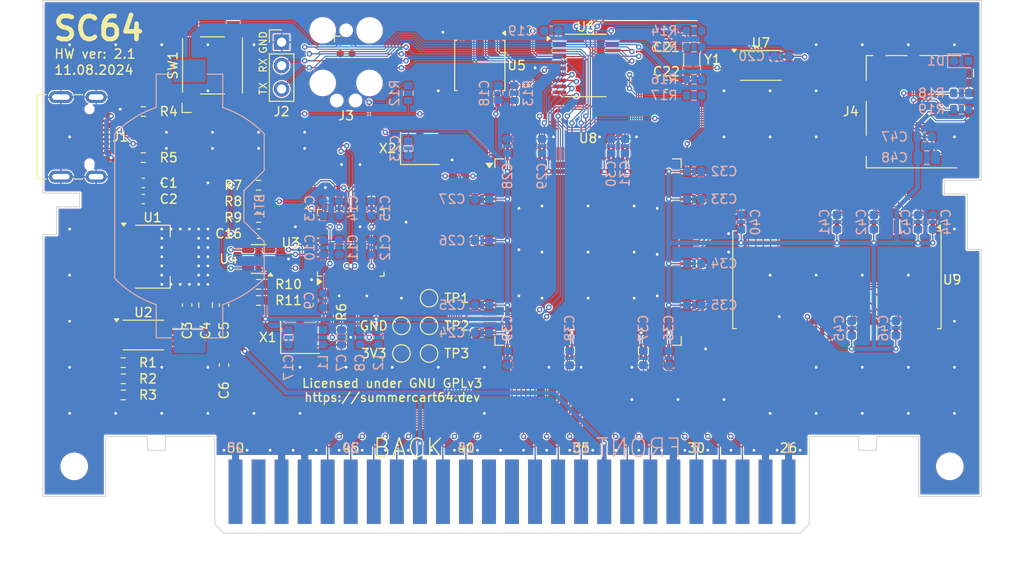
<source format=kicad_pcb>
(kicad_pcb (version 20240108) (generator "pcbnew") (generator_version "8.0")
  (title_block (title "SummerCart64") (date "2024-08-11") (rev "2.1") (company "Mateusz Faderewski"))
  (layers (0 "F.Cu" signal) (31 "B.Cu" signal) (34 "B.Paste" user) (35 "F.Paste" user) (36 "B.SilkS" user "B.Silkscreen") (37 "F.SilkS" user "F.Silkscreen") (38 "B.Mask" user) (39 "F.Mask" user) (44 "Edge.Cuts" user))
  (net 0 "")
  (net 1 "Net-(BT1-+)")
  (net 2 "Net-(U1-VO)")
  (net 3 "Net-(U3-VPHY)")
  (net 4 "Net-(U3-VPLL)")
  (net 5 "Net-(U3-VCCA)")
  (net 6 "Net-(U3-VCCCORE)")
  (net 7 "N64_AD15")
  (net 8 "N64_AD14")
  (net 9 "N64_AD13")
  (net 10 "N64_AD12")
  (net 11 "N64_AD11")
  (net 12 "N64_AD10")
  (net 13 "N64_AD9")
  (net 14 "N64_AD8")
  (net 15 "N64_CIC_DATA")
  (net 16 "N64_PIF_CLK")
  (net 17 "N64_JOYBUS")
  (net 18 "N64_AD0")
  (net 19 "N64_AD1")
  (net 20 "N64_AD2")
  (net 21 "N64_AD3")
  (net 22 "N64_ALEL")
  (net 23 "N64_ALEH")
  (net 24 "N64_AD4")
  (net 25 "N64_AD5")
  (net 26 "N64_AD6")
  (net 27 "N64_AD7")
  (net 28 "N64_CIC_CLK")
  (net 29 "N64_VIDEO_SYNC")
  (net 30 "SD_DAT2")
  (net 31 "SD_DAT3")
  (net 32 "SD_CMD")
  (net 33 "SD_CLK")
  (net 34 "SD_DAT0")
  (net 35 "SD_DAT1")
  (net 36 "SD_DET")
  (net 37 "SWDIO")
  (net 38 "SWCLK")
  (net 39 "UART_TX")
  (net 40 "UART_RX")
  (net 41 "JTAG_TDO")
  (net 42 "JTAG_TDI")
  (net 43 "JTAG_TCK")
  (net 44 "JTAG_TMS")
  (net 45 "Net-(U7-X1)")
  (net 46 "GND")
  (net 47 "I2C_SDA")
  (net 48 "I2C_SCL")
  (net 49 "RTC_MFP")
  (net 50 "+3V3")
  (net 51 "N64_3V3")
  (net 52 "+5V")
  (net 53 "FLASH_CS")
  (net 54 "FLASH_IO1")
  (net 55 "FLASH_IO2")
  (net 56 "FLASH_IO0")
  (net 57 "FLASH_CLK")
  (net 58 "FLASH_IO3")
  (net 59 "FTDI_D0")
  (net 60 "FTDI_D1")
  (net 61 "FTDI_D2")
  (net 62 "FTDI_D3")
  (net 63 "FTDI_D4")
  (net 64 "FTDI_D5")
  (net 65 "FTDI_D6")
  (net 66 "FTDI_D7")
  (net 67 "FTDI_C0")
  (net 68 "FTDI_C1")
  (net 69 "FTDI_C2")
  (net 70 "~{N64_WRITE}")
  (net 71 "~{N64_READ}")
  (net 72 "~{N64_RESET}")
  (net 73 "~{N64_INT}")
  (net 74 "~{N64_NMI}")
  (net 75 "SDRAM_DQ0")
  (net 76 "SDRAM_DQ1")
  (net 77 "SDRAM_DQ2")
  (net 78 "SDRAM_DQ3")
  (net 79 "SDRAM_DQ4")
  (net 80 "SDRAM_DQ5")
  (net 81 "SDRAM_DQ6")
  (net 82 "SDRAM_DQ7")
  (net 83 "SDRAM_DQ8")
  (net 84 "SDRAM_DQ9")
  (net 85 "SDRAM_DQ10")
  (net 86 "SDRAM_DQ11")
  (net 87 "SDRAM_DQ12")
  (net 88 "SDRAM_DQ13")
  (net 89 "SDRAM_DQ14")
  (net 90 "SDRAM_DQ15")
  (net 91 "FPGA_CLK")
  (net 92 "MCU_CS")
  (net 93 "MCU_MOSI")
  (net 94 "MCU_MISO")
  (net 95 "MCU_INT")
  (net 96 "SDRAM_DQML")
  (net 97 "~{SDRAM_WE}")
  (net 98 "~{SDRAM_CAS}")
  (net 99 "~{SDRAM_RAS}")
  (net 100 "~{SDRAM_CS}")
  (net 101 "SDRAM_BA0")
  (net 102 "SDRAM_BA1")
  (net 103 "SDRAM_A10")
  (net 104 "SDRAM_A0")
  (net 105 "SDRAM_A1")
  (net 106 "SDRAM_A2")
  (net 107 "SDRAM_A3")
  (net 108 "SDRAM_A4")
  (net 109 "SDRAM_A5")
  (net 110 "SDRAM_A6")
  (net 111 "SDRAM_A7")
  (net 112 "SDRAM_A8")
  (net 113 "SDRAM_A9")
  (net 114 "SDRAM_A11")
  (net 115 "SDRAM_A12")
  (net 116 "SDRAM_CLK")
  (net 117 "SDRAM_DQMH")
  (net 118 "FTDI_C3")
  (net 119 "FTDI_C4")
  (net 120 "FTDI_C5")
  (net 121 "FTDI_C6")
  (net 122 "LED")
  (net 123 "TEST1")
  (net 124 "TEST2")
  (net 125 "FTDI_C7")
  (net 126 "USB_D+")
  (net 127 "USB_D-")
  (net 128 "Net-(U7-X2)")
  (net 129 "BUTTON")
  (net 130 "Net-(D1-A)")
  (net 131 "Net-(J1-CC1)")
  (net 132 "TEST3")
  (net 133 "MCU_SCLK")
  (net 135 "Net-(J1-CC2)")
  (net 143 "USB_EEDATA")
  (net 144 "USB_CLK")
  (net 145 "Net-(U2-VSNS)")
  (net 146 "Net-(U2-ILM)")
  (net 147 "Net-(U3-REF)")
  (net 148 "USB_EECLK")
  (net 149 "USB_EECS")
  (net 150 "Net-(U3-~{RESET})")
  (net 151 "Net-(U4-DO)")
  (net 152 "Net-(U6-NRST)")
  (footprint "MountingHole:MountingHole_2.5mm" (layer "F.Cu") (at 197.5 128.25)
    (property "Reference" "REF**" (hide yes))
    (property "Value" "MountingHole_2.5mm")
  )
  (footprint "Resistor_SMD:R_0603_1608Metric" (layer "F.Cu") (at 107.825 117 180)
    (property "Reference" "R1")
    (property "Value" "1k")
  )
  (footprint "Package_QFP:LQFP-48_7x7mm_P0.5mm" (layer "F.Cu") (at 132.5 104 90)
    (property "Reference" "U3")
    (property "Value" "FT232HL")
  )
  (footprint "Capacitor_SMD:C_0603_1608Metric" (layer "F.Cu") (at 118.75 110.75 90)
    (property "Reference" "C5")
    (property "Value" "100nF")
  )
  (footprint "Button_Switch_SMD:SW_SPST_Omron_B3FS-105xP" (layer "F.Cu") (at 117.5 84.75 90)
    (property "Reference" "SW1")
    (property "Value" "B3FS-1050")
  )
  (footprint "TestPoint:TestPoint_Pad_D1.5mm" (layer "F.Cu") (at 138 113)
    (property "Reference" "GND1" (hide yes))
    (property "Value" "TestPoint")
  )
  (footprint "Resistor_SMD:R_0603_1608Metric" (layer "F.Cu") (at 122.5 110.25 180)
    (property "Reference" "R11")
    (property "Value" "10k")
  )
  (footprint "Capacitor_SMD:C_0603_1608Metric" (layer "F.Cu") (at 166.75 81.35 180)
    (property "Reference" "C21")
    (property "Value" "7pF")
  )
  (footprint "Capacitor_SMD:C_0603_1608Metric" (layer "F.Cu") (at 110 97.5)
    (property "Reference" "C1")
    (property "Value" "4.7uF")
  )
  (footprint "Package_SO:TSSOP-8_4.4x3mm_P0.65mm" (layer "F.Cu") (at 177 84.75)
    (property "Reference" "U7")
    (property "Value" "MCP7940N-x/ST")
  )
  (footprint "Package_TO_SOT_SMD:SOT-23-6" (layer "F.Cu") (at 122.5 105.75 180)
    (property "Reference" "U4")
    (property "Value" "93AA56Bx-x/OT")
  )
  (footprint "Resistor_SMD:R_0603_1608Metric" (layer "F.Cu") (at 122.5 99.5)
    (property "Reference" "R8")
    (property "Value" "10k")
  )
  (footprint "Package_SO:TSOP-II-54_22.2x10.16mm_P0.8mm" (layer "F.Cu") (at 185.25 108 -90)
    (property "Reference" "U9")
    (property "Value" "IS42S16320F-7TL")
  )
  (footprint "Package_SO:SOIC-8_5.23x5.23mm_P1.27mm" (layer "F.Cu") (at 146.5 84.75 -90)
    (property "Reference" "U5")
    (property "Value" "W25Q128JVSIQ")
  )
  (footprint "Capacitor_SMD:C_0603_1608Metric" (layer "F.Cu") (at 114.75 110.75 90)
    (property "Reference" "C3")
    (property "Value" "100nF")
  )
  (footprint "TestPoint:TestPoint_Pad_D1.5mm" (layer "F.Cu") (at 138 116)
    (property "Reference" "3V1" (hide yes))
    (property "Value" "TestPoint")
  )
  (footprint "Resistor_SMD:R_0603_1608Metric" (layer "F.Cu") (at 107.825 118.75)
    (property "Reference" "R2")
    (property "Value" "330R")
  )
  (footprint "Connector_Card:microSD_HC_Molex_104031-0811" (layer "F.Cu") (at 194.25 89.75 -90)
    (property "Reference" "J4")
    (property "Value" "104031-0811")
  )
  (footprint "Package_QFP:TQFP-144_20x20mm_P0.5mm" (layer "F.Cu") (at 158.25 105)
    (property "Reference" "U8")
    (property "Value" "LCMXO2-7000HC-6TG144x")
  )
  (footprint "Resistor_SMD:R_0603_1608Metric" (layer "F.Cu") (at 110 94.75 180)
    (property "Reference" "R5")
    (property "Value" "5.1k")
  )
  (footprint "Resistor_SMD:R_0603_1608Metric" (layer "F.Cu") (at 110 89.75 180)
    (property "Reference" "R4")
    (property "Value" "5.1k")
  )
  (footprint "Resistor_SMD:R_0603_1608Metric" (layer "F.Cu") (at 131.5 114.25 90)
    (property "Reference" "R6")
    (property "Value" "12k 1%")
  )
  (footprint "Capacitor_SMD:C_0603_1608Metric" (layer "F.Cu") (at 122.5 103 180)
    (property "Reference" "C16")
    (property "Value" "100nF")
  )
  (footprint "Package_SO:TSSOP-8_4.4x3mm_P0.65mm" (layer "F.Cu") (at 110 114)
    (property "Reference" "U2")
    (property "Value" "TPS2111A")
  )
  (footprint "TestPoint:TestPoint_Pad_D1.5mm" (layer "F.Cu") (at 141 110)
    (property "Reference" "TP1")
    (property "Value" "TestPoint")
  )
  (footprint "Resistor_SMD:R_0603_1608Metric" (layer "F.Cu") (at 122.5 97.75)
    (property "Reference" "R7")
    (property "Value" "12k")
  )
  (footprint "Connector_PinHeader_2.54mm:PinHeader_1x03_P2.54mm_Vertical" (layer "F.Cu") (at 125 82.225)
    (property "Reference" "J2")
    (property "Value" "Conn_01x03_Male")
  )
  (footprint "Crystal:Crystal_SMD_3215-2Pin_3.2x1.5mm" (layer "F.Cu") (at 169.5 84.1 90)
    (property "Reference" "Y1")
    (property "Value" "FC-135")
  )
  (footprint "TestPoint:TestPoint_Pad_D1.5mm" (layer "F.Cu") (at 141 113)
    (property "Reference" "TP2")
    (property "Value" "TestPoint")
  )
  (footprint "sc64v2:N64_Edge" (layer "F.Cu") (at 150 125)
    (property "Reference" "J_N1" (hide yes))
    (property "Value" "N64_Cartridge")
    (fp_line (start -32.25 9.5) (end -32.25 0) (stroke (width 0.1)) (layer "Edge.Cuts"))
    (fp_line (start -32.25 9.5) (end -31.25 10.5) (stroke (width 0.1)) (layer "Edge.Cuts"))
    (fp_line (start 0 10.5) (end -31.25 10.5) (stroke (width 0.1)) (layer "Edge.Cuts"))
    (fp_line (start 0 10.5) (end 31.25 10.5) (stroke (width 0.1)) (layer "Edge.Cuts"))
    (fp_line (start 31.25 10.5) (end 32.25 9.5) (stroke (width 0.1)) (layer "Edge.Cuts"))
    (fp_line (start 32.25 9.5) (end 32.25 0) (stroke (width 0.1)) (layer "Edge.Cuts"))
  )
  (footprint "Connector:Tag-Connect_TC2050-IDC-FP_2x05_P1.27mm_Vertical" (layer "F.Cu") (at 132 84.75 -90)
    (property "Reference" "J3")
    (property "Value" "TC2050-FP")
  )
  (footprint "Resistor_SMD:R_0603_1608Metric" (layer "F.Cu") (at 122.5 101.25 180)
    (property "Reference" "R9")
    (property "Value" "5.1k")
  )
  (footprint "Capacitor_SMD:C_0805_2012Metric" (layer "F.Cu") (at 116.75 110.75 90)
    (property "Reference" "C4")
    (property "Value" "47uF")
  )
  (footprint "MountingHole:MountingHole_2.5mm" (layer "F.Cu") (at 102.5 128.25)
    (property "Reference" "REF**" (hide yes))
    (property "Value" "MountingHole_2.5mm")
  )
  (footprint "Capacitor_SMD:C_0603_1608Metric" (layer "F.Cu") (at 118.75 117.25 -90)
    (property "Reference" "C6")
    (property "Value" "100nF")
  )
  (footprint "Resistor_SMD:R_0603_1608Metric" (layer "F.Cu") (at 122.5 108.5)
    (property "Reference" "R10")
    (property "Value" "2.2k")
  )
  (footprint "Package_TO_SOT_SMD:SOT-223-3_TabPin2" (layer "F.Cu") (at 111 105.5)
    (property "Reference" "U1")
    (property "Value" "TC1264-3.3VDB")
  )
  (footprint "Oscillator:Oscillator_SMD_SeikoEpson_SG8002CE-4Pin_3.2x2.5mm" (layer "F.Cu") (at 140 93.75)
    (property "Reference" "X2")
    (property "Value" "ECS-3225MV-500-BN")
  )
  (footprint "Capacitor_SMD:C_0603_1608Metric" (layer "F.Cu") (at 110 99.25)
    (property "Reference" "C2")
    (property "Value" "100nF")
  )
  (footprint "Oscillator:Oscillator_SMD_SeikoEpson_SG8002CE-4Pin_3.2x2.5mm" (layer "F.Cu") (at 127 114.25)
    (property "Reference" "X1")
    (property "Value" "ECS-3225MV-120-CN")
  )
  (footprint "Package_SO:TSSOP-20_4.4x6.5mm_P0.65mm" (layer "F.Cu") (at 158 84.75)
    (property "Reference" "U6")
    (property "Value" "STM32G030F6P6")
  )
  (footprint "Resistor_SMD:R_0603_1608Metric" (layer "F.Cu") (at 107.825 120.5)
    (property "Reference" "R3")
    (property "Value" "470R")
  )
  (footprint "TestPoint:TestPoint_Pad_D1.5mm" (layer "F.Cu") (at 141 116)
    (property "Reference" "TP3")
    (property "Value" "TestPoint")
  )
  (footprint "Capacitor_SMD:C_0603_1608Metric" (layer "F.Cu") (at 166.75 86.85)
    (property "Reference" "C22")
    (property "Value" "7pF")
  )
  (footprint "Connector_USB:USB_C_Receptacle_JAE_DX07S016JA1R1500" (layer "F.Cu") (at 102.2 92.5 -90)
    (property "Reference" "J1")
    (property "Value" "DX07S016JA3R1500")
  )
  (footprint "LED_SMD:LED_0603_1608Metric" (layer "B.Cu") (at 198.75 84.25)
    (property "Reference" "D1")
    (property "Value" "150060RS75000")
  )
  (footprint "Capacitor_SMD:C_0603_1608Metric" (layer "B.Cu") (at 129.5 110.25 -90)
    (property "Reference" "C9")
    (property "Value" "100nF")
  )
  (footprint "Resistor_SMD:R_0603_1608Metric" (layer "B.Cu") (at 138.75 87.75 90)
    (property "Reference" "R12")
    (property "Value" "10k")
  )
  (footprint "Capacitor_SMD:C_0603_1608Metric" (layer "B.Cu") (at 146.75 110.75 180)
    (property "Reference" "C25")
    (property "Value" "100nF")
  )
  (footprint "Capacitor_SMD:C_0603_1608Metric" (layer "B.Cu") (at 156.25 116.5 -90)
    (property "Reference" "C38")
    (property "Value" "100nF")
  )
  (footprint "Capacitor_SMD:C_0603_1608Metric" (layer "B.Cu") (at 169.75 110.75)
    (property "Reference" "C35")
    (property "Value" "100nF")
  )
  (footprint "Capacitor_SMD:C_0603_1608Metric" (layer "B.Cu") (at 153.25 93.5 90)
    (property "Reference" "C29")
    (property "Value" "100nF")
  )
  (footprint "Capacitor_SMD:C_0603_1608Metric" (layer "B.Cu") (at 131.25 104.5 -90)
    (property "Reference" "C11")
    (property "Value" "100nF")
  )
  (footprint "Resistor_SMD:R_0603_1608Metric" (layer "B.Cu") (at 198.75 89.5)
    (property "Reference" "R19")
    (property "Value" "10k")
  )
  (footprint "Resistor_SMD:R_0603_1608Metric" (layer "B.Cu") (at 169.75 88)
    (property "Reference" "R17")
    (property "Value" "10k")
  )
  (footprint "Capacitor_SMD:C_0603_1608Metric" (layer "B.Cu") (at 162.25 93.5 90)
    (property "Reference" "C31")
    (property "Value" "100nF")
  )
  (footprint "Capacitor_SMD:C_0603_1608Metric" (layer "B.Cu") (at 146.75 103.75 180)
    (property "Reference" "C26")
    (property "Value" "100nF")
  )
  (footprint "Capacitor_SMD:C_0603_1608Metric" (layer "B.Cu") (at 194.05 101.75 90)
    (property "Reference" "C43")
    (property "Value" "100nF")
  )
  (footprint "Capacitor_SMD:C_0603_1608Metric" (layer "B.Cu") (at 189.25 101.75 90)
    (property "Reference" "C42")
    (property "Value" "100nF")
  )
  (footprint "Capacitor_SMD:C_0603_1608Metric" (layer "B.Cu") (at 186.85 113.25 90)
    (property "Reference" "C45")
    (property "Value" "100nF")
  )
  (footprint "Capacitor_SMD:C_0603_1608Metric" (layer "B.Cu") (at 138.75 93.75 -90)
    (property "Reference" "C23")
    (property "Value" "100nF")
  )
  (footprint "Capacitor_SMD:C_0603_1608Metric" (layer "B.Cu") (at 129.5 100.25 -90)
    (property "Reference" "C13")
    (property "Value" "100nF")
  )
  (footprint "Capacitor_SMD:C_0603_1608Metric" (layer "B.Cu") (at 174.85 101.75 90)
    (property "Reference" "C40")
    (property "Value" "100nF")
  )
  (footprint "Resistor_SMD:R_0603_1608Metric" (layer "B.Cu") (at 150.25 87.75 -90)
    (property "Reference" "R13")
    (property "Value" "10k")
  )
  (footprint "Resistor_SMD:R_0603_1608Metric" (layer "B.Cu") (at 169.75 82.75)
    (property "Reference" "R15")
    (property "Value" "2.2k")
  )
  (footprint "Capacitor_SMD:C_0603_1608Metric" (layer "B.Cu") (at 149.5 116.5 -90)
    (property "Reference" "C39")
    (property "Value" "100nF")
  )
  (footprint "Capacitor_SMD:C_0603_1608Metric" (layer "B.Cu") (at 131.25 100.25 -90)
    (property "Reference" "C14")
    (property "Value" "100nF")
  )
  (footprint "Battery:BatteryHolder_Keystone_1058_1x2032" (layer "B.Cu") (at 115 100 -90)
    (property "Reference" "BT1")
    (property "Value" "1058")
  )
  (footprint "Capacitor_SMD:C_0603_1608Metric" (layer "B.Cu") (at 134.75 104.5 90)
    (property "Reference" "C12")
    (property "Value" "100nF")
  )
  (footprint "Capacitor_SMD:C_0603_1608Metric" (layer "B.Cu") (at 160.75 93.5 90)
    (property "Reference" "C30")
    (property "Value" "100nF")
  )
  (footprint "Capacitor_SMD:C_0603_1608Metric" (layer "B.Cu") (at 179.25 83.75 180)
    (property "Reference" "C20")
    (property "Value" "100nF")
  )
  (footprint "Inductor_SMD:L_0603_1608Metric" (layer "B.Cu") (at 135.5 114.25 -90)
    (property "Reference" "L2")
    (property "Value" "470R @ 100MHz")
  )
  (footprint "Capacitor_SMD:C_0603_1608Metric" (layer "B.Cu") (at 185.25 101.75 90)
    (property "Reference" "C41")
    (property "Value" "100nF")
  )
  (footprint "Capacitor_SMD:C_0603_1608Metric" (layer "B.Cu") (at 133.5 114.25 90)
    (property "Reference" "C8")
    (property "Value" "100nF")
  )
  (footprint "Capacitor_SMD:C_0603_1608Metric" (layer "B.Cu") (at 146.75 99.25 180)
    (property "Reference" "C27")
    (property "Value" "100nF")
  )
  (footprint "Capacitor_SMD:C_0603_1608Metric" (layer "B.Cu") (at 169.75 96.25)
    (property "Reference" "C32")
    (property "Value" "100nF")
  )
  (footprint "Resistor_SMD:R_0603_1608Metric" (layer "B.Cu") (at 169.75 81)
    (property "Reference" "R14")
    (property "Value" "2.2k")
  )
  (footprint "Capacitor_SMD:C_0603_1608Metric" (layer "B.Cu") (at 169.75 99.25)
    (property "Reference" "C33")
    (property "Value" "100nF")
  )
  (footprint "Capacitor_SMD:C_0603_1608Metric" (layer "B.Cu") (at 191.65 113.25 90)
    (property "Reference" "C46")
    (property "Value" "100nF")
  )
  (footprint "Capacitor_SMD:C_0603_1608Metric" (layer "B.Cu") (at 131.5 114.25 -90)
    (property "Reference" "C7")
    (property "Value" "100nF")
  )
  (footprint "Capacitor_SMD:C_0603_1608Metric" (layer "B.Cu") (at 167 116.5 -90)
    (property "Reference" "C36")
    (property "Value" "100nF")
  )
  (footprint "Capacitor_SMD:C_0603_1608Metric" (layer "B.Cu") (at 146.75 113.75 180)
    (property "Reference" "C24")
    (property "Value" "100nF")
  )
  (footprint "Resistor_SMD:R_0603_1608Metric" (layer "B.Cu") (at 169.75 86.25 180)
    (property "Reference" "R16")
    (property "Value" "10k")
  )
  (footprint "Capacitor_SMD:C_0603_1608Metric" (layer "B.Cu") (at 194.75 92.5)
    (property "Reference" "C47")
    (property "Value" "100nF")
  )
  (footprint "Capacitor_SMD:C_0603_1608Metric" (layer "B.Cu") (at 148.5 87.75 90)
    (property "Reference" "C18")
    (property "Value" "100nF")
  )
  (footprint "Capacitor_SMD:C_0805_2012Metric" (layer "B.Cu") (at 195 94.75)
    (property "Reference" "C48")
    (property "Value" "47uF")
  )
  (footprint "Capacitor_SMD:C_0603_1608Metric" (layer "B.Cu") (at 125.75 114.25 -90)
    (property "Reference" "C17")
    (property "Value" "100nF")
  )
  (footprint "Capacitor_SMD:C_0603_1608Metric" (layer "B.Cu") (at 164.25 116.5 -90)
    (property "Reference" "C37")
    (property "Value" "100nF")
  )
  (footprint "Inductor_SMD:L_0603_1608Metric" (layer "B.Cu") (at 129.5 114.25 -90)
    (property "Reference" "L1")
    (property "Value" "470R @ 100MHz")
  )
  (footprint "Capacitor_SMD:C_0603_1608Metric" (layer "B.Cu") (at 129.5 104.5 -90)
    (property "Reference" "C10")
    (property "Value" "100nF")
  )
  (footprint "Capacitor_SMD:C_0603_1608Metric" (layer "B.Cu") (at 169.75 106.25)
    (property "Reference" "C34")
    (property "Value" "100nF")
  )
  (footprint "Capacitor_SMD:C_0603_1608Metric" (layer "B.Cu") (at 149.5 93.5 90)
    (property "Reference" "C28")
    (property "Value" "100nF")
  )
  (footprint "Capacitor_SMD:C_0603_1608Metric" (layer "B.Cu") (at 195.65 101.75 90)
    (property "Reference" "C44")
    (property "Value" "100nF")
  )
  (footprint "Capacitor_SMD:C_0603_1608Metric" (layer "B.Cu") (at 154.25 81)
    (property "Reference" "C19")
    (property "Value" "100nF")
  )
  (footprint "Resistor_SMD:R_0603_1608Metric" (layer "B.Cu") (at 198.75 87.75)
    (property "Reference" "R18")
    (property "Value" "1k")
  )
  (footprint "Capacitor_SMD:C_0603_1608Metric" (layer "B.Cu") (at 134.75 100.25 90)
    (property "Reference" "C15")
    (property "Value" "100nF")
  )
  (gr_line (start 112.4 126.5) (end 112.4 125) (stroke (width 0.1)) (layer "Edge.Cuts"))
  (gr_line (start 105.9 131.5) (end 105.9 125) (stroke (width 0.1)) (layer "Edge.Cuts"))
  (gr_line (start 200.9 104.7) (end 199.4 104.7) (stroke (width 0.1)) (layer "Edge.Cuts"))
  (gr_line (start 182.25 125) (end 187.6 125) (stroke (width 0.1)) (layer "Edge.Cuts"))
  (gr_line (start 110.45 125) (end 110.45 126.5) (stroke (width 0.1)) (layer "Edge.Cuts"))
  (gr_line (start 199.4 98.7) (end 196.9 98.7) (stroke (width 0.1)) (layer "Edge.Cuts"))
  (gr_line (start 189.55 126.5) (end 189.55 125) (stroke (width 0.1)) (layer "Edge.Cuts"))
  (gr_line (start 103.1 100.1) (end 103.1 98.6) (stroke (width 0.1)) (layer "Edge.Cuts"))
  (gr_line (start 194.1 125) (end 194.1 131.5) (stroke (width 0.1)) (layer "Edge.Cuts"))
  (gr_line (start 110.45 126.5) (end 112.4 126.5) (stroke (width 0.1)) (layer "Edge.Cuts"))
  (gr_line (start 199.4 104.7) (end 199.4 98.7) (stroke (width 0.1)) (layer "Edge.Cuts"))
  (gr_line (start 105.9 125) (end 110.45 125) (stroke (width 0.1)) (layer "Edge.Cuts"))
  (gr_line (start 200.9 131.5) (end 200.9 104.7) (stroke (width 0.1)) (layer "Edge.Cuts"))
  (gr_line (start 99.1 77.7) (end 200.9 77.7) (stroke (width 0.1)) (layer "Edge.Cuts"))
  (gr_line (start 99.1 98.6) (end 99.1 77.7) (stroke (width 0.1)) (layer "Edge.Cuts"))
  (gr_line (start 194.1 131.5) (end 200.9 131.5) (stroke (width 0.1)) (layer "Edge.Cuts"))
  (gr_line (start 187.6 126.5) (end 189.55 126.5) (stroke (width 0.1)) (layer "Edge.Cuts"))
  (gr_line (start 99.1 131.5) (end 105.9 131.5) (stroke (width 0.1)) (layer "Edge.Cuts"))
  (gr_line (start 187.6 125) (end 187.6 126.5) (stroke (width 0.1)) (layer "Edge.Cuts"))
  (gr_line (start 99.1 131.5) (end 99.1 103.1) (stroke (width 0.1)) (layer "Edge.Cuts"))
  (gr_line (start 200.9 77.7) (end 200.9 97.2) (stroke (width 0.1)) (layer "Edge.Cuts"))
  (gr_line (start 100.6 103.1) (end 100.6 100.1) (stroke (width 0.1)) (layer "Edge.Cuts"))
  (gr_line (start 103.1 98.6) (end 99.1 98.6) (stroke (width 0.1)) (layer "Edge.Cuts"))
  (gr_line (start 196.9 97.2) (end 200.9 97.2) (stroke (width 0.1)) (layer "Edge.Cuts"))
  (gr_line (start 112.4 125) (end 117.75 125) (stroke (width 0.1)) (layer "Edge.Cuts"))
  (gr_line (start 100.6 100.1) (end 103.1 100.1) (stroke (width 0.1)) (layer "Edge.Cuts"))
  (gr_line (start 189.55 125) (end 194.1 125) (stroke (width 0.1)) (layer "Edge.Cuts"))
  (gr_line (start 196.9 98.7) (end 196.9 97.2) (stroke (width 0.1)) (layer "Edge.Cuts"))
  (gr_line (start 99.1 103.1) (end 100.6 103.1) (stroke (width 0.1)) (layer "Edge.Cuts"))
  (gr_text "RX" (at 123 84.75 90) (layer "F.SilkS") (effects (font (size 0.8 0.8) (thickness 0.125))))
  (gr_text "TX" (at 123 87.25 90) (layer "F.SilkS") (effects (font (size 0.8 0.8) (thickness 0.125))))
  (gr_text "HW ver: 2.1" (at 100.25 83.5 0) (layer "F.SilkS") (effects (font (size 1 1)) (justify left)))
  (gr_text "11.08.2024" (at 100.25 85.25 0) (layer "F.SilkS") (effects (font (size 1 1)) (justify left)))
  (gr_text "GND" (at 135 113 0) (layer "F.SilkS") (effects (font (size 1 1))))
  (gr_text "Licensed under GNU GPLv3\nhttps://summercart64.dev" (at 137 120 0) (layer "F.SilkS") (effects (font (size 0.95 0.95))))
  (gr_text "3V3" (at 135 116 0) (layer "F.SilkS") (effects (font (size 1 1))))
  (gr_text "GND" (at 123 82.25 90) (layer "F.SilkS") (effects (font (size 0.8 0.8) (thickness 0.125))))
  (gr_text "SC64" (at 100 80.75 0) (layer "F.SilkS") (effects (font (size 2.5 2.5) (thickness 0.5)) (justify left)))
  (segment (start 172.325 85.075) (end 172.25 85) (width 0.127) (layer "F.Cu") (net 1))
  (segment (start 174.1375 85.075) (end 172.325 85.075) (width 0.127) (layer "F.Cu") (net 1))
  (via (at 172.25 85) (size 0.6) (drill 0.3) (layers "F.Cu" "B.Cu") (net 1))
  (segment (start 129 82.73592) (end 136.079955 82.73592) (width 0.127) (layer "B.Cu") (net 1))
  (segment (start 164.47888 82.22888) (end 167.25 85) (width 0.127) (layer "B.Cu") (net 1))
  (segment (start 137.579956 81.23592) (end 139.420046 81.23592) (width 0.127) (layer "B.Cu") (net 1))
  (segment (start 126.26408 80) (end 129 82.73592) (width 0.127) (layer "B.Cu") (net 1))
  (segment (start 167.25 85) (end 172.25 85) (width 0.127) (layer "B.Cu") (net 1))
  (segment (start 115 81.25) (end 116.25 80) (width 0.127) (layer "B.Cu") (net 1))
  (segment (start 136.079955 82.73592) (end 137.579956 81.23592) (width 0.127) (layer "B.Cu") (net 1))
  (segment (start 116.25 80) (end 126.26408 80) (width 0.127) (layer "B.Cu") (net 1))
  (segment (start 139.420046 81.23592) (end 140.413006 82.22888) (width 0.127) (layer "B.Cu") (net 1))
  (segment (start 140.413006 82.22888) (end 164.47888 82.22888) (width 0.127) (layer "B.Cu") (net 1))
  (segment (start 115 85.35) (end 115 81.25) (width 0.127) (layer "B.Cu") (net 1))
  (segment (start 108.65 117) (end 110.275 115.375) (width 0.127) (layer "F.Cu") (net 2))
  (segment (start 107.85 107.8) (end 107.85 110.6) (width 0.508) (layer "F.Cu") (net 2))
  (segment (start 112.8625 112.1375) (end 113.475 111.525) (width 0.508) (layer "F.Cu") (net 2))
  (segment (start 112.8625 113.025) (end 110.275 113.025) (width 0.508) (layer "F.Cu") (net 2))
  (segment (start 113.475 111.525) (end 114.75 111.525) (width 0.508) (layer "F.Cu") (net 2))
  (segment (start 110.275 115.375) (end 110.275 113.025) (width 0.127) (layer "F.Cu") (net 2))
  (segment (start 112.8625 113.025) (end 112.8625 112.1375) (width 0.508) (layer "F.Cu") (net 2))
  (segment (start 107.85 110.6) (end 110.275 113.025) (width 0.508) (layer "F.Cu") (net 2))
  (segment (start 130.5 112.375) (end 130.75 112.125) (width 0.127) (layer "F.Cu") (net 3))
  (segment (start 130.75 112.125) (end 130.75 108.1625) (width 0.127) (layer "F.Cu") (net 3))
  (segment (start 130.5 114.25) (end 130.5 112.375) (width 0.127) (layer "F.Cu") (net 3))
  (via (at 130.5 114.25) (size 0.6) (drill 0.3) (layers "F.Cu" "B.Cu") (net 3))
  (segment (start 129.5 115.0375) (end 130.2125 115.0375) (width 0.127) (layer "B.Cu") (net 3))
  (segment (start 130.2125 115.0375) (end 130.5 114.75) (width 0.127) (layer "B.Cu") (net 3))
  (segment (start 130.775 115.025) (end 130.5 114.75) (width 0.127) (layer "B.Cu") (net 3))
  (segment (start 131.5 115.025) (end 130.775 115.025) (width 0.127) (layer "B.Cu") (net 3))
  (segment (start 130.5 114.75) (end 130.5 114.25) (width 0.127) (layer "B.Cu") (net 3))
  (segment (start 133.25 113) (end 133.25 108.1625) (width 0.127) (layer "F.Cu") (net 4))
  (segment (start 134.5 114.25) (end 133.25 113) (width 0.127) (layer "F.Cu") (net 4))
  (via (at 134.5 114.25) (size 0.6) (drill 0.3) (layers "F.Cu" "B.Cu") (net 4))
  (segment (start 134.225 115.025) (end 134.5 114.75) (width 0.127) (layer "B.Cu") (net 4))
  (segment (start 135.5 115.0375) (end 134.7875 115.0375) (width 0.127) (layer "B.Cu") (net 4))
  (segment (start 134.7875 115.0375) (end 134.5 114.75) (width 0.127) (layer "B.Cu") (net 4))
  (segment (start 133.5 115.025) (end 134.225 115.025) (width 0.127) (layer "B.Cu") (net 4))
  (segment (start 134.5 114.75) (end 134.5 114.25) (width 0.127) (layer "B.Cu") (net 4))
  (segment (start 128.3375 100.3375) (end 128.25 100.25) (width 0.127) (layer "F.Cu") (net 5))
  (segment (start 128.3375 101.25) (end 128.3375 100.3375) (width 0.127) (layer "F.Cu") (net 5))
  (via (at 128.25 100.25) (size 0.6) (drill 0.3) (layers "F.Cu" "B.Cu") (net 5))
  (segment (start 128.725 100.25) (end 129.5 101.025) (width 0.127) (layer "B.Cu") (net 5))
  (segment (start 128.25 100.25) (end 128.725 100.25) (width 0.127) (layer "B.Cu") (net 5))
  (segment (start 128.3375 101.75) (end 130.75 101.75) (width 0.127) (layer "F.Cu") (net 6))
  (segment (start 130.75 101.75) (end 131.25 102.25) (width 0.127) (layer "F.Cu") (net 6))
  (via (at 131.25 102.25) (size 0.6) (drill 0.3) (layers "F.Cu" "B.Cu") (net 6))
  (segment (start 131.25 102.25) (end 131.25 101.025) (width 0.127) (layer "B.Cu") (net 6))
  (segment (start 160.5 115.6625) (end 160.5 121.381744) (width 0.127) (layer "F.Cu") (net 7))
  (segment (start 160.5 121.381744) (end 161.593616 122.47536) (width 0.127) (layer "F.Cu") (net 7))
  (segment (start 161.593616 122.47536) (end 171.22536 122.47536) (width 0.127) (layer "F.Cu") (net 7))
  (segment (start 171.22536 122.47536) (end 173.75 125) (width 0.127) (layer "F.Cu") (net 7))
  (via (at 173.75 125) (size 0.6) (drill 0.3) (layers "F.Cu" "B.Cu") (net 7))
  (segment (start 175 131) (end 175 126.25) (width 0.127) (layer "B.Cu") (net 7))
  (segment (start 175 126.25) (end 173.75 125) (width 0.127) (layer "B.Cu") (net 7))
  (segment (start 161.383592 122.9824) (end 169.2324 122.9824) (width 0.127) (layer "F.Cu") (net 8))
  (segment (start 159.5 121.098808) (end 161.383592 122.9824) (width 0.127) (layer "F.Cu") (net 8))
  (segment (start 159.5 115.6625) (end 159.5 121.098808) (width 0.127) (layer "F.Cu") (net 8))
  (segment (start 169.2324 122.9824) (end 171.25 125) (width 0.127) (layer "F.Cu") (net 8))
  (via (at 171.25 125) (size 0.6) (drill 0.3) (layers "F.Cu" "B.Cu") (net 8))
  (segment (start 172.5 126.25) (end 171.25 125) (width 0.127) (layer "B.Cu") (net 8))
  (segment (start 172.5 131) (end 172.5 126.25) (width 0.127) (layer "B.Cu") (net 8))
  (segment (start 158.5 120.815872) (end 161.173568 123.48944) (width 0.127) (layer "F.Cu") (net 9))
  (segment (start 161.173568 123.48944) (end 167.23944 123.48944) (width 0.127) (layer "F.Cu") (net 9))
  (segment (start 167.23944 123.48944) (end 168.75 125) (width 0.127) (layer "F.Cu") (net 9))
  (segment (start 158.5 115.6625) (end 158.5 120.815872) (width 0.127) (layer "F.Cu") (net 9))
  (via (at 168.75 125) (size 0.6) (drill 0.3) (layers "F.Cu" "B.Cu") (net 9))
  (segment (start 170 131) (end 170 126.25) (width 0.127) (layer "B.Cu") (net 9))
  (segment (start 170 126.25) (end 168.75 125) (width 0.127) (layer "B.Cu") (net 9))
  (segment (start 162.74648 123.99648) (end 163.75 125) (width 0.127) (layer "F.Cu") (net 10))
  (segment (start 157 120.032936) (end 160.963544 123.99648) (width 0.127) (layer "F.Cu") (net 10))
  (segment (start 160.963544 123.99648) (end 162.74648 123.99648) (width 0.127) (layer "F.Cu") (net 10))
  (segment (start 157 115.6625) (end 157 120.032936) (width 0.127) (layer "F.Cu") (net 10))
  (via (at 163.75 125) (size 0.6) (drill 0.3) (layers "F.Cu" "B.Cu") (net 10))
  (segment (start 165 126.25) (end 163.75 125) (width 0.127) (layer "B.Cu") (net 10))
  (segment (start 165 131) (end 165 126.25) (width 0.127) (layer "B.Cu") (net 10))
  (segment (start 153.75 118.934128) (end 153.75 125) (width 0.127) (layer "F.Cu") (net 11))
  (segment (start 153 115.6625) (end 153 118.184128) (width 0.127) (layer "F.Cu") (net 11))
  (segment (start 153 118.184128) (end 153.75 118.934128) (width 0.127) (layer "F.Cu") (net 11))
  (via (at 153.75 125) (size 0.6) (drill 0.3) (layers "F.Cu" "B.Cu") (net 11))
  (segment (start 155 126.25) (end 153.75 125) (width 0.127) (layer "B.Cu") (net 11))
  (segment (start 155 131) (end 155 126.25) (width 0.127) (layer "B.Cu") (net 11))
  (segment (start 152 115.6625) (end 152 121.934125) (width 0.127) (layer "F.Cu") (net 12))
  (segment (start 151.25 122.684126) (end 151.25 125) (width 0.127) (layer "F.Cu") (net 12))
  (segment (start 152 121.934125) (end 151.25 122.684126) (width 0.127) (layer "F.Cu") (net 12))
  (via (at 151.25 125) (size 0.6) (drill 0.3) (layers "F.Cu" "B.Cu") (net 12))
  (segment (start 152.5 126.25) (end 151.25 125) (width 0.127) (layer "B.Cu") (net 12))
  (segment (start 152.5 131) (end 152.5 126.25) (width 0.127) (layer "B.Cu") (net 12))
  (segment (start 147.23944 124.01056) (end 146.25 125) (width 0.127) (layer "F.Cu") (net 13))
  (segment (start 149.565033 124.01056) (end 147.23944 124.01056) (width 0.127) (layer "F.Cu") (net 13))
  (segment (start 151.5 115.6625) (end 151.5 122.075594) (width 0.127) (layer "F.Cu") (net 13))
  (segment (start 151.5 122.075594) (end 149.565033 124.01056) (width 0.127) (layer "F.Cu") (net 13))
  (via (at 146.25 125) (size 0.6) (drill 0.3) (layers "F.Cu" "B.Cu") (net 13))
  (segment (start 145 131) (end 145 126.25) (width 0.127) (layer "B.Cu") (net 13))
  (segment (start 145 126.25) (end 146.25 125) (width 0.127) (layer "B.Cu") (net 13))
  (segment (start 150.5 115.6625) (end 150.5 122.358531) (width 0.127) (layer "F.Cu") (net 14))
  (segment (start 150.5 122.358531) (end 149.355011 123.50352) (width 0.127) (layer "F.Cu") (net 14))
  (segment (start 145.24648 123.50352) (end 143.75 125) (width 0.127) (layer "F.Cu") (net 14))
  (segment (start 149.355011 123.50352) (end 145.24648 123.50352) (width 0.127) (layer "F.Cu") (net 14))
  (via (at 143.75 125) (size 0.6) (drill 0.3) (layers "F.Cu" "B.Cu") (net 14))
  (segment (start 142.5 131) (end 142.5 126.25) (width 0.127) (layer "B.Cu") (net 14))
  (segment (start 142.5 126.25) (end 143.75 125) (width 0.127) (layer "B.Cu") (net 14))
  (segment (start 153.75 112) (end 153.49296 112.25704) (width 0.127) (layer "F.Cu") (net 15))
  (segment (start 141.315033 124.01056) (end 139.73944 124.01056) (width 0.127) (layer "F.Cu") (net 15))
  (segment (start 145.5 119.825593) (end 141.315033 124.01056) (width 0.127) (layer "F.Cu") (net 15))
  (segment (start 153.49296 112.25704) (end 149.75 112.25704) (width 0.127) (layer "F.Cu") (net 15))
  (segment (start 145.5 113.75) (end 145.5 119.825593) (width 0.127) (layer "F.Cu") (net 15))
  (segment (start 148.75704 113.25) (end 147.5875 113.25) (width 0.127) (layer "F.Cu") (net 15))
  (segment (start 156.275 87.025) (end 156.5 87.25) (width 0.127) (layer "F.Cu") (net 15))
  (segment (start 147.5875 113.25) (end 146 113.25) (width 0.127) (layer "F.Cu") (net 15))
  (segment (start 139.73944 124.01056) (end 138.75 125) (width 0.127) (layer "F.Cu") (net 15))
  (segment (start 149.75 112.25704) (end 148.75704 113.25) (width 0.127) (layer "F.Cu") (net 15))
  (segment (start 146 113.25) (end 145.5 113.75) (width 0.127) (layer "F.Cu") (net 15))
  (segment (start 155.1375 87.025) (end 156.275 87.025) (width 0.127) (layer "F.Cu") (net 15))
  (via (at 153.75 112) (size 0.6) (drill 0.3) (layers "F.Cu" "B.Cu") (net 15))
  (via (at 138.75 125) (size 0.6) (drill 0.3) (layers "F.Cu" "B.Cu") (net 15))
  (via (at 156.5 87.25) (size 0.6) (drill 0.3) (layers "F.Cu" "B.Cu") (net 15))
  (segment (start 137.5 131) (end 137.5 126.25) (width 0.127) (layer "B.Cu") (net 15))
  (segment (start 155.50704 110.24296) (end 155.50704 91.539977) (width 0.127) (layer "B.Cu") (net 15))
  (segment (start 153.75 112) (end 155.50704 110.24296) (width 0.127) (layer "B.Cu") (net 15))
  (segment (start 154.5 90.532937) (end 154.5 89.25) (width 0.127) (layer "B.Cu") (net 15))
  (segment (start 154.5 89.25) (end 156.5 87.25) (width 0.127) (layer "B.Cu") (net 15))
  (segment (start 155.50704 91.539977) (end 154.5 90.532937) (width 0.127) (layer "B.Cu") (net 15))
  (segment (start 137.5 126.25) (end 138.75 125) (width 0.127) (layer "B.Cu") (net 15))
  (segment (start 145.5 112.25) (end 144.99296 112.75704) (width 0.127) (layer "F.Cu") (net 16))
  (segment (start 144.99296 112.75704) (end 144.99296 119.615571) (width 0.127) (layer "F.Cu") (net 16))
  (segment (start 144.99296 119.615571) (end 141.105011 123.50352) (width 0.127) (layer "F.Cu") (net 16))
  (segment (start 147.5875 112.25) (end 145.5 112.25) (width 0.127) (layer "F.Cu") (net 16))
  (segment (start 141.105011 123.50352) (end 137.74648 123.50352) (width 0.127) (layer "F.Cu") (net 16))
  (segment (start 137.74648 123.50352) (end 136.25 125) (width 0.127) (layer "F.Cu") (net 16))
  (via (at 136.25 125) (size 0.6) (drill 0.3) (layers "F.Cu" "B.Cu") (net 16))
  (segment (start 135 131) (end 135 126.25) (width 0.127) (layer "B.Cu") (net 16))
  (segment (start 135 126.25) (end 136.25 125) (width 0.127) (layer "B.Cu") (net 16))
  (segment (start 140.684964 122.48944) (end 133.76056 122.48944) (width 0.127) (layer "F.Cu") (net 17))
  (segment (start 143.97888 119.195524) (end 140.684964 122.48944) (width 0.127) (layer "F.Cu") (net 17))
  (segment (start 143.97888 110.77112) (end 143.97888 119.195524) (width 0.127) (layer "F.Cu") (net 17))
  (segment (start 133.76056 122.48944) (end 131.25 125) (width 0.127) (layer "F.Cu") (net 17))
  (segment (start 147.5875 109.25) (end 145.5 109.25) (width 0.127) (layer "F.Cu") (net 17))
  (segment (start 145.5 109.25) (end 143.97888 110.77112) (width 0.127) (layer "F.Cu") (net 17))
  (via (at 131.25 125) (size 0.6) (drill 0.3) (layers "F.Cu" "B.Cu") (net 17))
  (segment (start 130 131) (end 130 126.25) (width 0.127) (layer "B.Cu") (net 17))
  (segment (start 130 126.25) (end 131.25 125) (width 0.127) (layer "B.Cu") (net 17))
  (segment (start 161 115.6625) (end 161 121.523212) (width 0.127) (layer "F.Cu") (net 18))
  (segment (start 161 121.523212) (end 161.698628 122.22184) (width 0.127) (layer "F.Cu") (net 18))
  (segment (start 172.22184 122.22184) (end 175 125) (width 0.127) (layer "F.Cu") (net 18))
  (segment (start 175 125) (end 175 131) (width 0.127) (layer "F.Cu") (net 18))
  (segment (start 161.698628 122.22184) (end 172.22184 122.22184) (width 0.127) (layer "F.Cu") (net 18))
  (segment (start 161.488604 122.72888) (end 170.22888 122.72888) (width 0.127) (layer "F.Cu") (net 19))
  (segment (start 172.5 125) (end 172.5 131) (width 0.127) (layer "F.Cu") (net 19))
  (segment (start 160 115.6625) (end 160 121.240276) (width 0.127) (layer "F.Cu") (net 19))
  (segment (start 170.22888 122.72888) (end 172.5 125) (width 0.127) (layer "F.Cu") (net 19))
  (segment (start 160 121.240276) (end 161.488604 122.72888) (width 0.127) (layer "F.Cu") (net 19))
  (segment (start 170 125) (end 170 131) (width 0.127) (layer "F.Cu") (net 20))
  (segment (start 159 115.6625) (end 159 120.95734) (width 0.127) (layer "F.Cu") (net 20))
  (segment (start 159 120.95734) (end 161.27858 123.23592) (width 0.127) (layer "F.Cu") (net 20))
  (segment (start 161.27858 123.23592) (end 168.23592 123.23592) (width 0.127) (layer "F.Cu") (net 20))
  (segment (start 168.23592 123.23592) (end 170 125) (width 0.127) (layer "F.Cu") (net 20))
  (segment (start 158 120.674404) (end 161.068556 123.74296) (width 0.127) (layer "F.Cu") (net 21))
  (segment (start 165 125) (end 165 131) (width 0.127) (layer "F.Cu") (net 21))
  (segment (start 163.74296 123.74296) (end 165 125) (width 0.127) (layer "F.Cu") (net 21))
  (segment (start 161.068556 123.74296) (end 163.74296 123.74296) (width 0.127) (layer "F.Cu") (net 21))
  (segment (start 158 115.6625) (end 158 120.674404) (width 0.127) (layer "F.Cu") (net 21))
  (segment (start 162.5 125) (end 162.5 131) (width 0.127) (layer "F.Cu") (net 22))
  (segment (start 156 115.6625) (end 156 119.391468) (width 0.127) (layer "F.Cu") (net 22))
  (segment (start 160.858532 124.25) (end 161.75 124.25) (width 0.127) (layer "F.Cu") (net 22))
  (segment (start 161.75 124.25) (end 162.5 125) (width 0.127) (layer "F.Cu") (net 22))
  (segment (start 156 119.391468) (end 160.858532 124.25) (width 0.127) (layer "F.Cu") (net 22))
  (segment (start 155 119.108532) (end 157.5 121.608532) (width 0.127) (layer "F.Cu") (net 23))
  (segment (start 155 115.6625) (end 155 119.108532) (width 0.127) (layer "F.Cu") (net 23))
  (segment (start 157.5 121.608532) (end 157.5 131) (width 0.127) (layer "F.Cu") (net 23))
  (segment (start 155 119.825596) (end 155 131) (width 0.127) (layer "F.Cu") (net 24))
  (segment (start 153.5 115.6625) (end 153.5 118.325596) (width 0.127) (layer "F.Cu") (net 24))
  (segment (start 153.5 118.325596) (end 155 119.825596) (width 0.127) (layer "F.Cu") (net 24))
  (segment (start 152.5 115.6625) (end 152.5 131) (width 0.127) (layer "F.Cu") (net 25))
  (segment (start 151 115.6625) (end 151 122.217062) (width 0.127) (layer "F.Cu") (net 26))
  (segment (start 146.24296 123.75704) (end 145 125) (width 0.127) (layer "F.Cu") (net 26))
  (segment (start 145 125) (end 145 131) (width 0.127) (layer "F.Cu") (net 26))
  (segment (start 149.460022 123.75704) (end 146.24296 123.75704) (width 0.127) (layer "F.Cu") (net 26))
  (segment (start 151 122.217062) (end 149.460022 123.75704) (width 0.127) (layer "F.Cu") (net 26))
  (segment (start 150 122.5) (end 149.25 123.25) (width 0.127) (layer "F.Cu") (net 27))
  (segment (start 150 115.6625) (end 150 122.5) (width 0.127) (layer "F.Cu") (net 27))
  (segment (start 149.25 123.25) (end 144.25 123.25) (width 0.127) (layer "F.Cu") (net 27))
  (segment (start 144.25 123.25) (end 142.5 125) (width 0.127) (layer "F.Cu") (net 27))
  (segment (start 142.5 125) (end 142.5 131) (width 0.127) (layer "F.Cu") (net 27))
  (segment (start 148.75352 112.75) (end 147.5875 112.75) (width 0.127) (layer "F.Cu") (net 28))
  (segment (start 141.210022 123.75704) (end 138.74296 123.75704) (width 0.127) (layer "F.Cu") (net 28))
  (segment (start 145.75 112.75) (end 145.24648 113.25352) (width 0.127) (layer "F.Cu") (net 28))
  (segment (start 137.5 125) (end 137.5 131) (width 0.127) (layer "F.Cu") (net 28))
  (segment (start 156.860931 86.375) (end 156.985931 86.5) (width 0.127) (layer "F.Cu") (net 28))
  (segment (start 147.5875 112.75) (end 145.75 112.75) (width 0.127) (layer "F.Cu") (net 28))
  (segment (start 149.5 112.00352) (end 148.75352 112.75) (width 0.127) (layer "F.Cu") (net 28))
  (segment (start 138.74296 123.75704) (end 137.5 125) (width 0.127) (layer "F.Cu") (net 28))
  (segment (start 145.24648 119.720582) (end 141.210022 123.75704) (width 0.127) (layer "F.Cu") (net 28))
  (segment (start 152.99648 112.00352) (end 149.5 112.00352) (width 0.127) (layer "F.Cu") (net 28))
  (segment (start 154 111) (end 152.99648 112.00352) (width 0.127) (layer "F.Cu") (net 28))
  (segment (start 145.24648 113.25352) (end 145.24648 119.720582) (width 0.127) (layer "F.Cu") (net 28))
  (segment (start 155.1375 86.375) (end 156.860931 86.375) (width 0.127) (layer "F.Cu") (net 28))
  (via (at 156.985931 86.5) (size 0.6) (drill 0.3) (layers "F.Cu" "B.Cu") (net 28))
  (via (at 154 111) (size 0.6) (drill 0.3) (layers "F.Cu" "B.Cu") (net 28))
  (segment (start 154 111) (end 155.25352 109.74648) (width 0.127) (layer "B.Cu") (net 28))
  (segment (start 155.25352 109.74648) (end 155.25352 91.644989) (width 0.127) (layer "B.Cu") (net 28))
  (segment (start 155.25352 91.644989) (end 154.24648 90.637948) (width 0.127) (layer "B.Cu") (net 28))
  (segment (start 154.24648 88.75352) (end 156.5 86.5) (width 0.127) (layer "B.Cu") (net 28))
  (segment (start 156.5 86.5) (end 156.985931 86.5) (width 0.127) (layer "B.Cu") (net 28))
  (segment (start 154.24648 90.637948) (end 154.24648 88.75352) (width 0.127) (layer "B.Cu") (net 28))
  (segment (start 147.5875 108.75) (end 145.25 108.75) (width 0.127) (layer "F.Cu") (net 29))
  (segment (start 132.76408 122.23592) (end 130 125) (width 0.127) (layer "F.Cu") (net 29))
  (segment (start 130 125) (end 130 131) (width 0.127) (layer "F.Cu") (net 29))
  (segment (start 143.72536 119.090512) (end 140.579952 122.23592) (width 0.127) (layer "F.Cu") (net 29))
  (segment (start 143.72536 110.27464) (end 143.72536 119.090512) (width 0.127) (layer "F.Cu") (net 29))
  (segment (start 140.579952 122.23592) (end 132.76408 122.23592) (width 0.127) (layer "F.Cu") (net 29))
  (segment (start 145.25 108.75) (end 143.72536 110.27464) (width 0.127) (layer "F.Cu") (net 29))
  (segment (start 164.5 94.3375) (end 164.5 93) (width 0.127) (layer "F.Cu") (net 30))
  (segment (start 167.50704 89.99296) (end 193.3 89.99296) (width 0.127) (layer "F.Cu") (net 30))
  (segment (start 193.3 89.99296) (end 196.64796 86.645) (width 0.127) (layer "F.Cu") (net 30))
  (segment (start 196.64796 86.645) (end 199.7 86.645) (width 0.127) (layer "F.Cu") (net 30))
  (segment (start 164.5 93) (end 167.50704 89.99296) (width 0.127) (layer "F.Cu") (net 30))
  (segment (start 193.50352 90.24648) (end 196.005 87.745) (width 0.127) (layer "F.Cu") (net 31))
  (segment (start 167.75352 90.24648) (end 193.50352 90.24648) (width 0.127) (layer "F.Cu") (net 31))
  (segment (start 165 94.3375) (end 165 93) (width 0.127) (layer "F.Cu") (net 31))
  (segment (start 165 93) (end 167.75352 90.24648) (width 0.127) (layer "F.Cu") (net 31))
  (segment (start 196.005 87.745) (end 199.7 87.745) (width 0.127) (layer "F.Cu") (net 31))
  (segment (start 168 90.5) (end 193.681032 90.5) (width 0.127) (layer "F.Cu") (net 32))
  (segment (start 193.681032 90.5) (end 195.336032 88.845) (width 0.127) (layer "F.Cu") (net 32))
  (segment (start 165.5 93) (end 168 90.5) (width 0.127) (layer "F.Cu") (net 32))
  (segment (start 165.5 94.3375) (end 165.5 93) (width 0.127) (layer "F.Cu") (net 32))
  (segment (start 195.336032 88.845) (end 199.7 88.845) (width 0.127) (layer "F.Cu") (net 32))
  (segment (start 193.945 91.045) (end 193.65352 90.75352) (width 0.127) (layer "F.Cu") (net 33))
  (segment (start 168.24648 90.75352) (end 166 93) (width 0.127) (layer "F.Cu") (net 33))
  (segment (start 166 93) (end 166 94.3375) (width 0.127) (layer "F.Cu") (net 33))
  (segment (start 199.7 91.045) (end 193.945 91.045) (width 0.127) (layer "F.Cu") (net 33))
  (segment (start 193.65352 90.75352) (end 168.24648 90.75352) (width 0.127) (layer "F.Cu") (net 33))
  (segment (start 166.5 94.3375) (end 166.5 93) (width 0.127) (layer "F.Cu") (net 34))
  (segment (start 195.745 93.245) (end 199.7 93.245) (width 0.127) (layer "F.Cu") (net 34))
  (segment (start 166.5 93) (end 168.49296 91.00704) (width 0.127) (layer "F.Cu") (net 34))
  (segment (start 193.50704 91.00704) (end 195.745 93.245) (width 0.127) (layer "F.Cu") (net 34))
  (segment (start 168.49296 91.00704) (end 193.50704 91.00704) (width 0.127) (layer "F.Cu") (net 34))
  (segment (start 167 94.3375) (end 167 93) (width 0.127) (layer "F.Cu") (net 35))
  (segment (start 196.33444 94.295) (end 199.7 94.295) (width 0.127) (layer "F.Cu") (net 35))
  (segment (start 168.73944 91.26056) (end 193.3 91.26056) (width 0.127) (layer "F.Cu") (net 35))
  (segment (start 167 93) (end 168.73944 91.26056) (width 0.127) (layer "F.Cu") (net 35))
  (segment (start 193.3 91.26056) (end 196.33444 94.295) (width 0.127) (layer "F.Cu") (net 35))
  (segment (start 164 93) (end 167.26056 89.73944) (width 0.127) (layer "F.Cu") (net 36))
  (segment (start 193.55 89.2) (end 193.55 84.01) (width 0.127) (layer "F.Cu") (net 36))
  (segment (start 193.01056 89.73944) (end 193.55 89.2) (width 0.127) (layer "F.Cu") (net 36))
  (segment (start 167.26056 89.73944) (end 193.01056 89.73944) (width 0.127) (layer "F.Cu") (net 36))
  (segment (start 164 94.3375) (end 164 93) (width 0.127) (layer "F.Cu") (net 36))
  (via (at 193.55 88.5) (size 0.6) (drill 0.3) (layers "F.Cu" "B.Cu") (net 36))
  (segment (start 196 88.5) (end 197 89.5) (width 0.127) (layer "B.Cu") (net 36))
  (segment (start 197 89.5) (end 197.925 89.5) (width 0.127) (layer "B.Cu") (net 36))
  (segment (start 193.55 88.5) (end 196 88.5) (width 0.127) (layer "B.Cu") (net 36))
  (segment (start 162.875 83.125) (end 160.8625 83.125) (width 0.127) (layer "F.Cu") (net 37))
  (segment (start 163 83.25) (end 162.875 83.125) (width 0.127) (layer "F.Cu") (net 37))
  (segment (start 131.365 83.48) (end 131.345 83.5) (width 0.127) (layer "F.Cu") (net 37))
  (segment (start 131.345 83.5) (end 128 83.5) (width 0.127) (layer "F.Cu") (net 37))
  (via (at 163 83.25) (size 0.6) (drill 0.3) (layers "F.Cu" "B.Cu") (net 37))
  (via (at 128 83.5) (size 0.6) (drill 0.3) (layers "F.Cu" "B.Cu") (net 37))
  (segment (start 129.148508 83.24296) (end 128.891468 83.5) (width 0.127) (layer "B.Cu") (net 37))
  (segment (start 136.289978 83.24296) (end 129.148508 83.24296) (width 0.127) (layer "B.Cu") (net 37))
  (segment (start 137.789978 81.74296) (end 136.289978 83.24296) (width 0.127) (layer "B.Cu") (net 37))
  (segment (start 139.210023 81.74296) (end 137.789978 81.74296) (width 0.127) (layer "B.Cu") (net 37))
  (segment (start 140.202984 82.73592) (end 139.210023 81.74296) (width 0.127) (layer "B.Cu") (net 37))
  (segment (start 162.48592 82.73592) (end 140.202984 82.73592) (width 0.127) (layer "B.Cu") (net 37))
  (segment (start 128.891468 83.5) (end 128 83.5) (width 0.127) (layer "B.Cu") (net 37))
  (segment (start 163 83.25) (end 162.48592 82.73592) (width 0.127) (layer "B.Cu") (net 37))
  (segment (start 127.5 82.75) (end 130.825 82.75) (width 0.127) (layer "F.Cu") (net 38))
  (segment (start 163.475 82.475) (end 160.8625 82.475) (width 0.127) (layer "F.Cu") (net 38))
  (segment (start 163.75 82.75) (end 163.475 82.475) (width 0.127) (layer "F.Cu") (net 38))
  (segment (start 130.825 82.75) (end 131.365 82.21) (width 0.127) (layer "F.Cu") (net 38))
  (via (at 127.5 82.75) (size 0.6) (drill 0.3) (layers "F.Cu" "B.Cu") (net 38))
  (via (at 163.75 82.75) (size 0.6) (drill 0.3) (layers "F.Cu" "B.Cu") (net 38))
  (segment (start 139.315035 81.48944) (end 140.307994 82.4824) (width 0.127) (layer "B.Cu") (net 38))
  (segment (start 163.75 82.75) (end 167.25 86.25) (width 0.127) (layer "B.Cu") (net 38))
  (segment (start 136.184966 82.98944) (end 137.684967 81.48944) (width 0.127) (layer "B.Cu") (net 38))
  (segment (start 127.5 82.75) (end 128.655548 82.75) (width 0.127) (layer "B.Cu") (net 38))
  (segment (start 140.307994 82.4824) (end 163.4824 82.4824) (width 0.127) (layer "B.Cu") (net 38))
  (segment (start 167.25 86.25) (end 168.925 86.25) (width 0.127) (layer "B.Cu") (net 38))
  (segment (start 128.894988 82.98944) (end 136.184966 82.98944) (width 0.127) (layer "B.Cu") (net 38))
  (segment (start 137.684967 81.48944) (end 139.315035 81.48944) (width 0.127) (layer "B.Cu") (net 38))
  (segment (start 128.655548 82.75) (end 128.894988 82.98944) (width 0.127) (layer "B.Cu") (net 38))
  (segment (start 163.4824 82.4824) (end 163.75 82.75) (width 0.127) (layer "B.Cu") (net 38))
  (segment (start 162.84 84.425) (end 163 84.265) (width 0.127) (layer "F.Cu") (net 39))
  (segment (start 157.5 91) (end 157.5 94.3375) (width 0.127) (layer "F.Cu") (net 39))
  (segment (start 128 85) (end 130.345 85) (width 0.127) (layer "F.Cu") (net 39))
  (segment (start 130.345 85) (end 131.365 86.02) (width 0.127) (layer "F.Cu") (net 39))
  (segment (start 160.8625 84.425) (end 162.84 84.425) (width 0.127) (layer "F.Cu") (net 39))
  (via (at 157.5 91) (size 0.6) (drill 0.3) (layers "F.Cu" "B.Cu") (net 39))
  (via (at 163 84.265) (size 0.6) (drill 0.3) (layers "F.Cu" "B.Cu") (net 39))
  (via (at 128 85) (size 0.6) (drill 0.3) (layers "F.Cu" "B.Cu") (net 39))
  (segment (start 136.5 83.75) (end 129.75 83.75) (width 0.127) (layer "B.Cu") (net 39))
  (segment (start 158.50352 83.855012) (end 158.50352 90.439461) (width 0.127) (layer "B.Cu") (net 39))
  (segment (start 158 91) (end 157.5 91) (width 0.127) (layer "B.Cu") (net 39))
  (segment (start 157.982971 83.841503) (end 157.384428 83.24296) (width 0.127) (layer "B.Cu") (net 39))
  (segment (start 157.982971 89.574048) (end 157.982971 83.841503) (width 0.127) (layer "B.Cu") (net 39))
  (segment (start 158.5 90.442981) (end 158.5 90.5) (width 0.127) (layer "B.Cu") (net 39))
  (segment (start 125 87.305) (end 127.305 85) (width 0.127) (layer "B.Cu") (net 39))
  (segment (start 127.305 85) (end 128 85) (width 0.127) (layer "B.Cu") (net 39))
  (segment (start 158.50352 90.439461) (end 158.5 90.442981) (width 0.127) (layer "B.Cu") (net 39))
  (segment (start 157.509989 90.990011) (end 157.509989 90.04703) (width 0.127) (layer "B.Cu") (net 39))
  (segment (start 157.5 91) (end 157.509989 90.990011) (width 0.127) (layer "B.Cu") (net 39))
  (segment (start 159.108532 83.25) (end 158.50352 83.855012) (width 0.127) (layer "B.Cu") (net 39))
  (segment (start 162.656468 84.265) (end 161.641469 83.25) (width 0.127) (layer "B.Cu") (net 39))
  (segment (start 139 82.25) (end 138 82.25) (width 0.127) (layer "B.Cu") (net 39))
  (segment (start 163 84.265) (end 162.656468 84.265) (width 0.127) (layer "B.Cu") (net 39))
  (segment (start 158.5 90.5) (end 158 91) (width 0.127) (layer "B.Cu") (net 39))
  (segment (start 128.5 85) (end 128 85) (width 0.127) (layer "B.Cu") (net 39))
  (segment (start 157.509989 90.04703) (end 157.982971 89.574048) (width 0.127) (layer "B.Cu") (net 39))
  (segment (start 161.641469 83.25) (end 159.108532 83.25) (width 0.127) (layer "B.Cu") (net 39))
  (segment (start 138 82.25) (end 136.5 83.75) (width 0.127) (layer "B.Cu") (net 39))
  (segment (start 129.75 83.75) (end 128.5 85) (width 0.127) (layer "B.Cu") (net 39))
  (segment (start 139.992961 83.24296) (end 139 82.25) (width 0.127) (layer "B.Cu") (net 39))
  (segment (start 157.384428 83.24296) (end 139.992961 83.24296) (width 0.127) (layer "B.Cu") (net 39))
  (segment (start 130.865 84.25) (end 131.365 84.75) (width 0.127) (layer "F.Cu") (net 40))
  (segment (start 160.8875 83.75) (end 160.8625 83.775) (width 0.127) (layer "F.Cu") (net 40))
  (segment (start 163.75 83.75) (end 160.8875 83.75) (width 0.127) (layer "F.Cu") (net 40))
  (segment (start 127.5 84.25) (end 130.865 84.25) (width 0.127) (layer "F.Cu") (net 40))
  (segment (start 158 94.3375) (end 158 90.25) (width 0.127) (layer "F.Cu") (net 40))
  (via (at 127.5 84.25) (size 0.6) (drill 0.3) (layers "F.Cu" "B.Cu") (net 40))
  (via (at 158 90.25) (size 0.6) (drill 0.3) (layers "F.Cu" "B.Cu") (net 40))
  (via (at 163.75 83.75) (size 0.6) (drill 0.3) (layers "F.Cu" "B.Cu") (net 40))
  (segment (start 157.48944 82.98944) (end 158.25 83.75) (width 0.127) (layer "B.Cu") (net 40))
  (segment (start 127.5 84.25) (end 128.5 84.25) (width 0.127) (layer "B.Cu") (net 40))
  (segment (start 127.5 84.25) (end 125.515 84.25) (width 0.127) (layer "B.Cu") (net 40))
  (segment (start 125.515 84.25) (end 125 84.765) (width 0.127) (layer "B.Cu") (net 40))
  (segment (start 158.25 90) (end 158 90.25) (width 0.127) (layer "B.Cu") (net 40))
  (segment (start 128.5 84.25) (end 129.25352 83.49648) (width 0.127) (layer "B.Cu") (net 40))
  (segment (start 161.73944 82.98944) (end 162.5 83.75) (width 0.127) (layer "B.Cu") (net 40))
  (segment (start 158.25 83.75) (end 159.01056 82.98944) (width 0.127) (layer "B.Cu") (net 40))
  (segment (start 129.25352 83.49648) (end 136.394989 83.49648) (width 0.127) (layer "B.Cu") (net 40))
  (segment (start 139.105012 81.99648) (end 140.097972 82.98944) (width 0.127) (layer "B.Cu") (net 40))
  (segment (start 140.097972 82.98944) (end 157.48944 82.98944) (width 0.127) (layer "B.Cu") (net 40))
  (segment (start 159.01056 82.98944) (end 161.73944 82.98944) (width 0.127) (layer "B.Cu") (net 40))
  (segment (start 136.394989 83.49648) (end 137.894989 81.99648) (width 0.127) (layer "B.Cu") (net 40))
  (segment (start 158.25 83.75) (end 158.25 90) (width 0.127) (layer "B.Cu") (net 40))
  (segment (start 162.5 83.75) (end 163.75 83.75) (width 0.127) (layer "B.Cu") (net 40))
  (segment (start 137.894989 81.99648) (end 139.105012 81.99648) (width 0.127) (layer "B.Cu") (net 40))
  (segment (start 153 94.3375) (end 153 90.25) (width 0.127) (layer "F.Cu") (net 41))
  (segment (start 138 85) (end 133.655 85) (width 0.127) (layer "F.Cu") (net 41))
  (segment (start 133.655 85) (end 132.635 86.02) (width 0.127) (layer "F.Cu") (net 41))
  (via (at 138 85) (size 0.6) (drill 0.3) (layers "F.Cu" "B.Cu") (net 41))
  (via (at 153 90.25) (size 0.6) (drill 0.3) (layers "F.Cu" "B.Cu") (net 41))
  (segment (start 138.75 85) (end 139.49296 84.25704) (width 0.127) (layer "B.Cu") (net 41))
  (segment (start 153.48592 89.76408) (end 153 90.25) (width 0.127) (layer "B.Cu") (net 41))
  (segment (start 155.49648 85.644989) (end 153.48592 87.655549) (width 0.127) (layer "B.Cu") (net 41))
  (segment (start 138 85) (end 138.75 85) (width 0.127) (layer "B.Cu") (net 41))
  (segment (start 153.48592 87.655549) (end 153.48592 89.76408) (width 0.127) (layer "B.Cu") (net 41))
  (segment (start 155.148508 84.25704) (end 155.49648 84.605012) (width 0.127) (layer "B.Cu") (net 41))
  (segment (start 155.49648 84.605012) (end 155.49648 85.644989) (width 0.127) (layer "B.Cu") (net 41))
  (segment (start 139.49296 84.25704) (end 155.148508 84.25704) (width 0.127) (layer "B.Cu") (net 41))
  (segment (start 138.5 84.25) (end 133.135 84.25) (width 0.127) (layer "F.Cu") (net 42))
  (segment (start 133.135 84.25) (end 132.635 84.75) (width 0.127) (layer "F.Cu") (net 42))
  (segment (start 153.5 91) (end 153.5 94.3375) (width 0.127) (layer "F.Cu") (net 42))
  (via (at 138.5 84.25) (size 0.6) (drill 0.3) (layers "F.Cu" "B.Cu") (net 42))
  (via (at 153.5 91) (size 0.6) (drill 0.3) (layers "F.Cu" "B.Cu") (net 42))
  (segment (start 153.73944 90.76056) (end 153.5 91) (width 0.127) (layer "B.Cu") (net 42))
  (segment (start 155.25352 84.00352) (end 155.75 84.5) (width 0.127) (layer "B.Cu") (net 42))
  (segment (start 138.74648 84.00352) (end 155.25352 84.00352) (width 0.127) (layer "B.Cu") (net 42))
  (segment (start 155.75 84.5) (end 155.75 85.75) (width 0.127) (layer "B.Cu") (net 42))
  (segment (start 155.75 85.75) (end 153.73944 87.76056) (width 0.127) (layer "B.Cu") (net 42))
  (segment (start 138.5 84.25) (end 138.74648 84.00352) (width 0.127) (layer "B.Cu") (net 42))
  (segment (start 153.73944 87.76056) (end 153.73944 90.76056) (width 0.127) (layer "B.Cu") (net 42))
  (segment (start 156 90.25) (end 156 94.3375) (width 0.127) (layer "F.Cu") (net 43))
  (segment (start 132.655 83.5) (end 132.635 83.48) (width 0.127) (layer "F.Cu") (net 43))
  (segment (start 138 83.5) (end 132.655 83.5) (width 0.127) (layer "F.Cu") (net 43))
  (via (at 138 83.5) (size 0.6) (drill 0.3) (layers "F.Cu" "B.Cu") (net 43))
  (via (at 156 90.25) (size 0.6) (drill 0.3) (layers "F.Cu" "B.Cu") (net 43))
  (segment (start 138.5 83.5) (end 138 83.5) (width 0.127) (layer "B.Cu") (net 43))
  (segment (start 138.75 83.75) (end 155.358532 83.75) (width 0.127) (layer "B.Cu") (net 43))
  (segment (start 138.5 83.5) (end 138.75 83.75) (width 0.127) (layer "B.Cu") (net 43))
  (segment (start 157.475942 88.774058) (end 156 90.25) (width 0.127) (layer "B.Cu") (net 43))
  (segment (start 155.358532 83.75) (end 157.475942 85.86741) (width 0.127) (layer "B.Cu") (net 43))
  (segment (start 157.475942 85.86741) (end 157.475942 88.774058) (width 0.127) (layer "B.Cu") (net 43))
  (segment (start 133.175 82.75) (end 132.635 82.21) (width 0.127) (layer "F.Cu") (net 44))
  (segment (start 138.5 82.75) (end 133.175 82.75) (width 0.127) (layer "F.Cu") (net 44))
  (segment (start 156.5 91) (end 156.5 94.3375) (width 0.127) (layer "F.Cu") (net 44))
  (via (at 156.5 91) (size 0.6) (drill 0.3) (layers "F.Cu" "B.Cu") (net 44))
  (via (at 138.5 82.75) (size 0.6) (drill 0.3) (layers "F.Cu" "B.Cu") (net 44))
  (segment (start 157.279416 83.49648) (end 139.24648 83.49648) (width 0.127) (layer "B.Cu") (net 44))
  (segment (start 157.729451 89.469036) (end 157.729451 83.946515) (width 0.127) (layer "B.Cu") (net 44))
  (segment (start 157.729451 83.946515) (end 157.279416 83.49648) (width 0.127) (layer "B.Cu") (net 44))
  (segment (start 156.5 91) (end 156.5 90.698487) (width 0.127) (layer "B.Cu") (net 44))
  (segment (start 139.24648 83.49648) (end 138.5 82.75) (width 0.127) (layer "B.Cu") (net 44))
  (segment (start 156.5 90.698487) (end 157.729451 89.469036) (width 0.127) (layer "B.Cu") (net 44))
  (segment (start 169.5 83.25) (end 170.025 83.775) (width 0.127) (layer "F.Cu") (net 45))
  (segment (start 167.525 81.35) (end 168.75 81.35) (width 0.127) (layer "F.Cu") (net 45))
  (segment (start 169.5 82.1) (end 169.5 82.85) (width 0.127) (layer "F.Cu") (net 45))
  (segment (start 170.025 83.775) (end 174.1375 83.775) (width 0.127) (layer "F.Cu") (net 45))
  (segment (start 169.5 82.85) (end 169.5 83.25) (width 0.127) (layer "F.Cu") (net 45))
  (segment (start 168.75 81.35) (end 169.5 82.1) (width 0.127) (layer "F.Cu") (net 45))
  (segment (start 120 131) (end 120 126.5) (width 0.762) (layer "F.Cu") (net 46))
  (segment (start 149 110.25) (end 149.5 109.75) (width 0.127) (layer "F.Cu") (net 46))
  (segment (start 128.3375 107.9125) (end 128.25 108) (width 0.127) (layer "F.Cu") (net 46))
  (segment (start 130.25 99.8375) (end 129.75 99.8375) (width 0.127) (layer "F.Cu") (net 46))
  (segment (start 125 131) (end 125 126.5) (width 0.762) (layer "F.Cu") (net 46))
  (segment (start 134.25 108.1625) (end 134.75 108.1625) (width 0.127) (layer "F.Cu") (net 46))
  (segment (start 163.5 94.3375) (end 163.5 92.5) (width 0.127) (layer "F.Cu") (net 46))
  (segment (start 147.5875 104.75) (end 150.75 104.75) (width 0.127) (layer "F.Cu") (net 46))
  (segment (start 157.5 115.6625) (end 157.5 117.5) (width 0.127) (layer "F.Cu") (net 46))
  (segment (start 168.9125 99.75) (end 167.5 99.75) (width 0.127) (layer "F.Cu") (net 46))
  (segment (start 143.5 95) (end 141.5 95) (width 0.127) (layer "F.Cu") (net 46))
  (segment (start 128.3375 106.25) (end 128.3375 106.75) (width 0.127) (layer "F.Cu") (net 46))
  (segment (start 167.5 110.25) (end 167 109.75) (width 0.127) (layer "F.Cu") (net 46))
  (segment (start 159.5 94.3375) (end 159.5 92.5) (width 0.127) (layer "F.Cu") (net 46))
  (segment (start 136.6625 102.25) (end 136.6625 101.75) (width 0.127) (layer "F.Cu") (net 46))
  (segment (start 105.25 95.6) (end 105.85 95.6) (width 0.508) (layer "F.Cu") (net 46))
  (segment (start 198.355 92.145) (end 198 92.5) (width 0.508) (layer "F.Cu") (net 46))
  (segment (start 149.5 100.25) (end 150.75 100.25) (width 0.127) (layer "F.Cu") (net 46))
  (segment (start 136.6625 101.75) (end 138.5 101.75) (width 0.127) (layer "F.Cu") (net 46))
  (segment (start 154.5 94.3375) (end 154.5 92.5) (width 0.127) (layer "F.Cu") (net 46))
  (segment (start 168.9125 105.25) (end 165.75 105.25) (width 0.127) (layer "F.Cu") (net 46))
  (segment (start 105.85 95.6) (end 106 95.75) (width 0.508) (layer "F.Cu") (net 46))
  (segment (start 180 131) (end 180 126.5) (width 0.762) (layer "F.Cu") (net 46))
  (segment (start 105.25 89.4) (end 107.4 89.4) (width 0.508) (layer "F.Cu") (net 46))
  (segment (start 133.75 108.1625) (end 134.25 108.1625) (width 0.127) (layer "F.Cu") (net 46))
  (segment (start 199.7 92.145) (end 198.355 92.145) (width 0.508) (layer "F.Cu") (net 46))
  (segment (start 134.25 108.1625) (end 134.25 109.75) (width 0.127) (layer "F.Cu") (net 46))
  (segment (start 167 109.75) (end 165.75 109.75) (width 0.127) (layer "F.Cu") (net 46))
  (segment (start 129.75 99.8375) (end 129.75 98) (width 0.127) (layer "F.Cu") (net 46))
  (segment (start 141.5 95) (end 141.2 94.7) (width 0.127) (layer "F.Cu") (net 46))
  (segment (start 107.4 89.4) (end 107.5 89.5) (width 0.508) (layer "F.Cu") (net 46))
  (segment (start 149 99.75) (end 149.5 100.25) (width 0.127) (layer "F.Cu") (net 46))
  (segment (start 154 115.6625) (end 154 117.5) (width 0.127) (layer "F.Cu") (net 46))
  (segment (start 153.075 84.425) (end 155.1375 84.425) (width 0.127) (layer "F.Cu") (net 46))
  (segment (start 108.65 120.5) (end 108.65 118.75) (width 0.127) (layer "F.Cu") (net 46))
  (segment (start 128.3375 106.75) (end 128.3375 107.9125) (width 0.127) (layer "F.Cu") (net 46))
  (segment (start 152.5 85) (end 153.075 84.425) (width 0.127) (layer "F.Cu") (net 46))
  (segment (start 147.5875 99.75) (end 149 99.75) (width 0.127) (layer "F.Cu") (net 46))
  (segment (start 123.6375 105.75) (end 125.75 105.75) (width 0.127) (layer "F.Cu") (net 46))
  (segment (start 168.9125 110.25) (end 167.5 110.25) (width 0.127) (layer "F.Cu") (net 46))
  (segment (start 177.5 131) (end 177.5 126.5) (width 0.762) (layer "F.Cu") (net 46))
  (segment (start 167.5 131) (end 167.5 126.5) (width 0.762) (layer "F.Cu") (net 46))
  (segment (start 127.5 131) (end 127.5 126.5) (width 0.762) (layer "F.Cu") (net 46))
  (segment (start 147.5875 110.25) (end 149 110.25) (width 0.127) (layer "F.Cu") (net 46))
  (segment (start 167 100.25) (end 165.75 100.25) (width 0.127) (layer "F.Cu") (net 46))
  (segment (start 142.5 81.15) (end 144.595 81.15) (width 0.127) (layer "F.Cu") (net 46))
  (segment (start 163 115.6625) (end 163 117.5) (width 0.127) (layer "F.Cu") (net 46))
  (segment (start 149.5 109.75) (end 150.75 109.75) (width 0.127) (layer "F.Cu") (net 46))
  (segment (start 131.25 108.1625) (end 131.25 109.75) (width 0.127) (layer "F.Cu") (net 46))
  (segment (start 167.5 99.75) (end 167 100.25) (width 0.127) (layer "F.Cu") (net 46))
  (via (at 150.75 104.75) (size 0.6) (drill 0.3) (layers "F.Cu" "B.Cu") (net 46))
  (via (at 159.5 92.5) (size 0.6) (drill 0.3) (layers "F.Cu" "B.Cu") (net 46))
  (via (at 198 102.5) (size 0.6) (drill 0.3) (layers "F.Cu" "B.Cu") (net 46))
  (via (at 127.5 93.75) (size 0.6) (drill 0.3) (layers "F.Cu" "B.Cu") (net 46))
  (via (at 198 107.5) (size 0.6) (drill 0.3) (layers "F.Cu" "B.Cu") (net 46))
  (via (at 115 108.5) (size 0.6) (drill 0.3) (layers "F.Cu" "B.Cu") (net 46))
  (via (at 142 117.5) (size 0.6) (drill 0.3) (layers "F.Cu" "B.Cu") (net 46))
  (via (at 158.25 105) (size 0.6) (drill 0.3) (layers "F.Cu" "B.Cu") (net 46))
  (via (at 198 122.5) (size 0.6) (drill 0.3) (layers "F.Cu" "B.Cu") (net 46))
  (via (at 183 82.5) (size 0.6) (drill 0.3) (layers "F.Cu" "B.Cu") (net 46))
  (via (at 154.5 92.5) (size 0.6) (drill 0.3) (layers "F.Cu" "B.Cu") (net 46))
  (via (at 113 108.5) (size 0.6) (drill 0.3) (layers "F.Cu" "B.Cu") (net 46))
  (via (at 158.25 100) (size 0.6) (drill 0.3) (layers "F.Cu" "B.Cu") (net 46))
  (via (at 146.25 126.5) (size 0.6) (drill 0.3) (layers "F.Cu" "B.Cu") (net 46))
  (via (at 141.25 126.5) (size 0.6) (drill 0.3) (layers "F.Cu" "B.Cu") (net 46))
  (via (at 153.25 110) (size 0.6) (drill 0.3) (layers "F.Cu" "B.Cu") (net 46))
  (via (at 102 107.5) (size 0.6) (drill 0.3) (layers "F.Cu" "B.Cu") (net 46))
  (via (at 129.75 98) (size 0.6) (drill 0.3) (layers "F.Cu" "B.Cu") (net 46))
  (via (at 178 107.5) (size 0.6) (drill 0.3) (layers "F.Cu" "B.Cu") (net 46))
  (via (at 198 112.5) (size 0.6) (drill 0.3) (layers "F.Cu" "B.Cu") (net 46))
  (via (at 188 117.5) (size 0.6) (drill 0.3) (layers "F.Cu" "B.Cu") (net 46))
  (via (at 148.75 126.5) (size 0.6) (drill 0.3) (layers "F.Cu" "B.Cu") (net 46))
  (via (at 168 121) (size 0.6) (drill 0.3) (layers "F.Cu" "B.Cu") (net 46))
  (via (at 126.5 102.25) (size 0.6) (drill 0.3) (layers "F.Cu" "B.Cu") (net 46))
  (via (at 122 82.5) (size 0.6) (drill 0.3) (layers "F.Cu" "B.Cu") (net 46))
  (via (at 165.75 100.25) (size 0.6) (drill 0.3) (layers "F.Cu" "B.Cu") (net 46))
  (via (at 143.5 95) (size 0.6) (drill 0.3) (layers "F.Cu" "B.Cu") (net 46))
  (via (at 163.25 100) (size 0.6) (drill 0.3) (layers "F.Cu" "B.Cu") (net 46))
  (via (at 133.75 126.5) (size 0.6) (drill 0.3) (layers "F.Cu" "B.Cu") (net 46))
  (via (at 171 115.5) (size 0.6) (drill 0.3) (layers "F.Cu" "B.Cu") (net 46))
  (via (at 158.75 126.5) (size 0.6) (drill 0.3) (layers "F.Cu" "B.Cu") (net 46))
  (via (at 112 106.5) (size 0.6) (drill 0.3) (layers "F.Cu" "B.Cu") (net 46))
  (via (at 198 82.5) (size 0.6) (drill 0.3) (layers "F.Cu" "B.Cu") (net 46))
  (via (at 127 117.5) (size 0.6) (drill 0.3) (layers "F.Cu" "B.Cu") (net 46))
  (via (at 117 97.5) (size 0.6) (drill 0.3) (layers "F.Cu" "B.Cu") (net 46))
  (via (at 117.5 93.75) (size 0.6) (drill 0.3) (layers "F.Cu" "B.Cu") (net 46))
  (via (at 178.75 126.5) (size 0.6) (drill 0.3) (layers "F.Cu" "B.Cu") (net 46))
  (via (at 188 122.5) (size 0.6) (drill 0.3) (layers "F.Cu" "B.Cu") (net 46))
  (via (at 176.25 126.5) (size 0.6) (drill 0.3) (layers "F.Cu" "B.Cu") (net 46))
  (via (at 178 87.5) (size 0.6) (drill 0.3) (layers "F.Cu" "B.Cu") (net 46))
  (via (at 154 117.5) (size 0.6) (drill 0.3) (layers "F.Cu" "B.Cu") (net 46))
  (via (at 173.5 105) (size 0.6) (drill 0.3) (layers "F.Cu" "B.Cu") (net 46))
  (via (at 142.5 81.15) (size 0.6) (drill 0.3) (layers "F.Cu" "B.Cu") (net 46))
  (via (at 178 122.5) (size 0.6) (drill 0.3) (layers "F.Cu" "B.Cu") (net 46))
  (via (at 112 108.5) (size 0.6) (drill 0.3) (layers "F.Cu" "B.Cu") (net 46))
  (via (at 138.75 126.5) (size 0.6) (drill 0.3) (layers "F.Cu" "B.Cu") (net 46))
  (via (at 122 122.5) (size 0.6) (drill 0.3) (layers "F.Cu" "B.Cu") (net 46))
  (via (at 116 105.5) (size 0.6) (drill 0.3) (layers "F.Cu" "B.Cu") (net 46))
  (via (at 112.5 92) (size 0.6) (drill 0.3) (layers "F.Cu" "B.Cu") (net 46))
  (via (at 150.75 100.25) (size 0.6) (drill 0.3) (layers "F.Cu" "B.Cu") (net 46))
  (via (at 112 117.5) (size 0.6) (drill 0.3) (layers "F.Cu" "B.Cu") (net 46))
  (via (at 112 103.5) (size 0.6) (drill 0.3) (layers "F.Cu" "B.Cu") (net 46))
  (via (at 123.75 126.5) (size 0.6) (drill 0.3) (layers "F.Cu" "B.Cu") (net 46))
  (via (at 133.5 95.5) (size 0.6) (drill 0.3) (layers "F.Cu" "B.Cu") (net 46))
  (via (at 127.5 92) (size 0.6) (drill 0.3) (layers "F.Cu" "B.Cu") (net 46))
  (via (at 147 122.5) (size 0.6) (drill 0.3) (layers "F.Cu" "B.Cu") (net 46))
  (via (at 138 110) (size 0.6) (drill 0.3) (layers "F.Cu" "B.Cu") (net 46))
  (via (at 153.25 105) (size 0.6) (drill 0.3) (layers "F.Cu" "B.Cu") (net 46))
  (via (at 183 117.5) (size 0.6) (drill 0.3) (layers "F.Cu" "B.Cu") (net 46))
  (via (at 188 107.5) (size 0.6) (drill 0.3) (layers "F.Cu" "B.Cu") (net 46))
  (via (at 158.25 110) (size 0.6) (drill 0.3) (layers "F.Cu" "B.Cu") (net 46))
  (via (at 198 92.5) (size 0.6) (drill 0.3) (layers "F.Cu" "B.Cu") (net 46))
  (via (at 183 107.5) (size 0.6) (drill 0.3) (layers "F.Cu" "B.Cu") (net 46))
  (via (at 128.75 126.5) (size 0.6) (drill 0.3) (layers "F.Cu" "B.Cu") (net 46))
  (via (at 193 117.5) (size 0.6) (drill 0.3) (layers "F.Cu" "B.Cu") (net 46))
  (via (at 102 82.5) (size 0.6) (drill 0.3) (layers "F.Cu" "B.Cu") (net 46))
  (via (at 125.75 105.75) (size 0.6) (drill 0.3) (layers "F.Cu" "B.Cu") (net 46))
  (via (at 193 107.5) (size 0.6) (drill 0.3) (layers "F.Cu" "B.Cu") (net 46))
  (via (at 128.25 108) (size 0.6) (drill 0.3) (layers "F.Cu" "B.Cu") (net 46))
  (via (at 142 87.5) (size 0.6) (drill 0.3) (layers "F.Cu" "B.Cu") (net 46))
  (via (at 112 97.5) (size 0.6) (drill 0.3) (layers "F.Cu" "B.Cu") (net 46))
  (via (at 117 87.5) (size 0.6) (drill 0.3) (layers "F.Cu" "B.Cu") (net 46))
  (via (at 112 104.5) (size 0.6) (drill 0.3) (layers "F.Cu" "B.Cu") (net 46))
  (via (at 138.5 101.75) (size 0.6) (drill 0.3) (layers "F.Cu" "B.Cu") (net 46))
  (via (at 122.5 92) (size 0.6) (drill 0.3) (layers "F.Cu" "B.Cu") (net 46))
  (via (at 116 106.5) (size 0.6) (drill 0.3) (layers "F.Cu" "B.Cu") (net 46))
  (via (at 117 117.5) (size 0.6) (drill 0.3) (layers "F.Cu" "B.Cu") (net 46))
  (via (at 107 82.5) (size 0.6) (drill 0.3) (layers "F.Cu" "B.Cu") (net 46))
  (via (at 126.25 126.5) (size 0.6) (drill 0.3) (layers "F.Cu" "B.Cu") (net 46))
  (via (at 193 122.5) (size 0.6) (drill 0.3) (layers "F.Cu" "B.Cu") (net 46))
  (via (at 112 122.5) (size 0.6) (drill 0.3) (layers "F.Cu" "B.Cu") (net 46))
  (via (at 107 122.5) (size 0.6) (drill 0.3) (layers "F.Cu" "B.Cu") (net 46))
  (via (at 183 122.5) (size 0.6) (drill 0.3) (layers "F.Cu" "B.Cu") (net 46))
  (via (at 116 108.5) (size 0.6) (drill 0.3) (layers "F.Cu" "B.Cu") (net 46))
  (via (at 117 107.5) (size 0.6) (drill 0.3) (layers "F.Cu" "B.Cu") (net 46))
  (via (at 117 82.5) (size 0.6) (drill 0.3) (layers "F.Cu" "B.Cu") (net 46))
  (via (at 131.25 109.75) (size 0.6) (drill 0.3) (layers "F.Cu" "B.Cu") (net 46))
  (via (at 132.5 114.25) (size 0.6) (drill 0.3) (layers "F.Cu" "B.Cu") (net 46))
  (via (at 173.5 103) (size 0.6) (drill 0.3) (layers "F.Cu" "B.Cu") (net 46))
  (via (at 127 122.5) (size 0.6) (drill 0.3) (layers "F.Cu" "B.Cu") (net 46))
  (via (at 117 106.5) (size 0.6) (drill 0.3) (layers "F.Cu" "B.Cu") (net 46))
  (via (at 193 82.5) (size 0.6) (drill 0.3) (layers "F.Cu" "B.Cu") (net 46))
  (via (at 121.25 126.5) (size 0.6) (drill 0.3) (layers "F.Cu" "B.Cu") (net 46))
  (via (at 171.25 126.5) (size 0.6) (drill 0.3) (layers "F.Cu" "B.Cu") (net 46))
  (via (at 179 112) (size 0.6) (drill 0.3) (layers "F.Cu" "B.Cu") (net 46))
  (via (at 163.25 110) (size 0.6) (drill 0.3) (layers "F.Cu" "B.Cu") (net 46))
  (via (at 168.75 126.5) (size 0.6) (drill 0.3) (layers "F.Cu" "B.Cu") (net 46))
  (via (at 143.75 126.5) (size 0.6) (drill 0.3) (layers "F.Cu" "B.Cu") (net 46))
  (via (at 102 117.5) (size 0.6) (drill 0.3) (layers "F.Cu" "B.Cu") (net 46))
  (via (at 117 104.5) (size 0.6) (drill 0.3) (layers "F.Cu" "B.Cu") (net 46))
  (via (at 118.75 126.5) (size 0.6) (drill 0.3) (layers "F.Cu" "B.Cu") (net 46))
  (via (at 166.25 126.5) (size 0.6) (drill 0.3) (layers "F.Cu" "B.Cu") (net 46))
  (via (at 153.25 100) (size 0.6) (drill 0.3) (layers "F.Cu" "B.Cu") (net 46))
  (via (at 117 122.5) (size 0.6) (drill 0.3) (layers "F.Cu" "B.Cu") (net 46))
  (via (at 181.25 126.5) (size 0.6) (drill 0.3) (layers "F.Cu" "B.Cu") (net 46))
  (via (at 183 87.5) (size 0.6) (drill 0.3) (layers "F.Cu" "B.Cu") (net 46))
  (via (at 188 82.5) (size 0.6) (drill 0.3) (layers "F.Cu" "B.Cu") (net 46))
  (via (at 150.75 109.75) (size 0.6) (drill 0.3) (layers "F.Cu" "B.Cu") (net 46))
  (via (at 113 102.5) (size 0.6) (drill 0.3) (layers "F.Cu" "B.Cu") (net 46))
  (via (at 163.5 92.5) (size 0.6) (drill 0.3) (layers "F.Cu" "B.Cu") (net 46))
  (via (at 112 102.5) (size 0.6) (drill 0.3) (layers "F.Cu" "B.Cu") (net 46))
  (via (at 165.75 105.25) (size 0.6) (drill 0.3) (layers "F.Cu" "B.Cu") (net 46))
  (via (at 117 108.5) (size 0.6) (drill 0.3) (layers "F.Cu" "B.Cu") (net 46))
  (via (at 136.25 126.5) (size 0.6) (drill 0.3) (layers "F.Cu" "B.Cu") (net 46))
  (via (at 165.75 109.75) (size 0.6) (drill 0.3) (layers "F.Cu" "B.Cu") (net 46))
  (via (at 102 92.5) (size 0.6) (drill 0.3) (layers "F.Cu" "B.Cu") (net 46))
  (via (at 116 102.5) (size 0.6) (drill 0.3) (layers "F.Cu" "B.Cu") (net 46))
  (via (at 102 112.5) (size 0.6) (drill 0.3) (layers "F.Cu" "B.Cu") (net 46))
  (via (at 107.5 89.5) (size 0.6) (drill 0.3) (layers "F.Cu" "B.Cu") (net 46))
  (via (at 114 108.5) (size 0.6) (drill 0.3) (layers "F.Cu" "B.Cu") (net 46))
  (via (at 112 105.5) (size 0.6) (drill 0.3) (layers "F.Cu" "B.Cu") (net 46))
  (via (at 156.25 126.5) (size 0.6) (drill 0.3) (layers "F.Cu" "B.Cu") (net 46))
  (via (at 116 103.5) (size 0.6) (drill 0.3) (layers "F.Cu" "B.Cu") (net 46))
  (via (at 183 92.5) (size 0.6) (drill 0.3) (layers "F.Cu" "B.Cu") (net 46))
  (via (at 147 117.5) (size 0.6) (drill 0.3) (layers "F.Cu" "B.Cu") (net 46))
  (via (at 112 107.5) (size 0.6) (drill 0.3) (layers "F.Cu" "B.Cu") (net 46))
  (via (at 122.5 93.75) (size 0.6) (drill 0.3) (layers "F.Cu" "B.Cu") (net 46))
  (via (at 153.75 126.5) (size 0.6) (drill 0.3) (layers "F.Cu" "B.Cu") (net 46))
  (via (at 131.5 95.5) (size 0.6) (drill 0.3) (layers "F.Cu" "B.Cu") (net 46))
  (via (at 152.5 85) (size 0.6) (drill 0.3) (layers "F.Cu" "B.Cu") (net 46))
  (via (at 137 117.5) (size 0.6) (drill 0.3) (layers "F.Cu" "B.Cu") (net 46))
  (via (at 173 92.5) (size 0.6) (drill 0.3) (layers "F.Cu" "B.Cu") (net 46))
  (via (at 132 117.5) (size 0.6) (drill 0.3) (layers "F.Cu" "B.Cu") (net 46))
  (via (at 163.25 105) (size 0.6) (drill 0.3) (layers "F.Cu" "B.Cu") (net 46))
  (via (at 117 105.5) (size 0.6) (drill 0.3) (layers "F.Cu" "B.Cu") (net 46))
  (via (at 102 102.5) (size 0.6) (drill 0.3) (layers "F.Cu" "B.Cu") (net 46))
  (via (at 178 92.5) (size 0.6) (drill 0.3) (layers "F.Cu" "B.Cu") (net 46))
  (via (at 134.25 109.75) (size 0.6) (drill 0.3) (layers "F.Cu" "B.Cu") (net 46))
  (via (at 161.25 126.5) (size 0.6) (drill 0.3) (layers "F.Cu" "B.Cu") (net 46))
  (via (at 163 117.5) (size 0.6) (drill 0.3) (layers "F.Cu" "B.Cu") (net 46))
  (via (at 198 117.5) (size 0.6) (drill 0.3) (layers "F.Cu" "B.Cu") (net 46))
  (via (at 117.5 92) (size 0.6) (drill 0.3) (layers "F.Cu" "B.Cu") (net 46))
  (via (at 157.5 117.5) (size 0.6) (drill 0.3) (layers "F.Cu" "B.Cu") (net 46))
  (via (at 114 102.5) (size 0.6) (drill 0.3) (layers "F.Cu" "B.Cu") (net 46))
  (via (at 112 82.5) (size 0.6) (drill 0.3) (layers "F.Cu" "B.Cu") (net 46))
  (via (at 133.5 102.25) (size 0.6) (drill 0.3) (layers "F.Cu" "B.Cu") (net 46))
  (via (at 102 122.5) (size 0.6) (drill 0.3) (layers "F.Cu" "B.Cu") (net 46))
  (via (at 117 102.5) (size 0.6) (drill 0.3) (layers "F.Cu" "B.Cu") (net 46))
  (via (at 117 103.5) (size 0.6) (drill 0.3) (layers "F.Cu" "B.Cu") (net 46))
  (via (at 163 121) (size 0.6) (drill 0.3) (layers "F.Cu" "B.Cu") (net 46))
  (via (at 112.5 93.75) (size 0.6) (drill 0.3) (layers "F.Cu" "B.Cu") (net 46))
  (via (at 173.75 126.5) (size 0.6) (drill 0.3) (layers "F.Cu" "B.Cu") (net 46))
  (via (at 163.75 126.5) (size 0.6) (drill 0.3) (layers "F.Cu" "B.Cu") (net 46))
  (via (at 151.25 126.5) (size 0.6) (drill 0.3) (layers "F.Cu" "B.Cu") (net 46))
  (via (at 173 121) (size 0.6) (drill 0.3) (layers "F.Cu" "B.Cu") (net 46))
  (via (at 116 104.5) (size 0.6) (drill 0.3) (layers "F.Cu" "B.Cu") (net 46))
  (via (at 131.25 126.5) (size 0.6) (drill 0.3) (layers "F.Cu" "B.Cu") (net 46))
  (via (at 115 102.5) (size 0.6) (drill 0.3) (layers "F.Cu" "B.Cu") (net 46))
  (via (at 116 107.5) (size 0.6) (drill 0.3) (layers "F.Cu" "B.Cu") (net 46))
  (via (at 173 87.5) (size 0.6) (drill 0.3) (layers "F.Cu" "B.Cu") (net 46))
  (segment (start 120 131) (end 120 126.5) (width 0.762) (layer "B.Cu") (net 46))
  (segment (start 177.5 131) (end 177.5 126.5) (width 0.762) (layer "B.Cu") (net 46))
  (segment (start 180 131) (end 180 126.5) (width 0.762) (layer "B.Cu") (net 46))
  (segment (start 125 131) (end 125 126.5) (width 0.762) (layer "B.Cu") (net 46))
  (segment (start 167.5 131) (end 167.5 126.5) (width 0.762) (layer "B.Cu") (net 46))
  (segment (start 127.5 131) (end 127.5 126.5) (width 0.762) (layer "B.Cu") (net 46))
  (segment (start 159 80.75) (end 159 94.3375) (width 0.127) (layer "F.Cu") (net 47))
  (segment (start 157 81.325) (end 156.5 81.825) (width 0.127) (layer "F.Cu") (net 47))
  (segment (start 159.25 80.5) (end 160 79.75) (width 0.127) (layer "F.Cu") (net 47))
  (segment (start 160 79.75) (end 173.032937 79.75) (width 0.127) (layer "F.Cu") (net 47))
  (segment (start 179.007937 85.725) (end 179.8625 85.725) (width 0.127) (layer "F.Cu") (net 47))
  (segment (start 159.25 80.5) (end 159 80.75) (width 0.127) (layer "F.Cu") (net 47))
  (segment (start 157 80.5) (end 157 81.325) (width 0.127) (layer "F.Cu") (net 47))
  (segment (start 173.032937 79.75) (end 179.007937 85.725) (width 0.127) (layer "F.Cu") (net 47))
  (segment (start 156.5 81.825) (end 155.1375 81.825) (width 0.127) (layer "F.Cu") (net 47))
  (via (at 157 80.5) (size 0.6) (drill 0.3) (layers "F.Cu" "B.Cu") (net 47))
  (via (at 159.25 80.5) (size 0.6) (drill 0.3) (layers "F.Cu" "B.Cu") (net 47))
  (segment (start 168 81) (end 168.925 81) (width 0.127) (layer "B.Cu") (net 47))
  (segment (start 159.5 80.25) (end 167.25 80.25) (width 0.127) (layer "B.Cu") (net 47))
  (segment (start 167.25 80.25) (end 168 81) (width 0.127) (layer "B.Cu") (net 47))
  (segment (start 159.25 80.5) (end 159.5 80.25) (width 0.127) (layer "B.Cu") (net 47))
  (segment (start 159.25 80.5) (end 157 80.5) (width 0.127) (layer "B.Cu") (net 47))
  (segment (start 158.5 80.5) (end 159.50352 79.49648) (width 0.127) (layer "F.Cu") (net 48))
  (segment (start 158.5 82.641469) (end 158.74648 82.887949) (width 0.127) (layer "F.Cu") (net 48))
  (segment (start 158.74648 82.887949) (end 158.74648 89.112052) (width 0.127) (layer "F.Cu") (net 48))
  (segment (start 158.5 89.358532) (end 158.5 94.3375) (width 0.127) (layer "F.Cu") (net 48))
  (segment (start 178.716469 85.075) (end 179.8625 85.075) (width 0.127) (layer "F.Cu") (net 48))
  (segment (start 158.5 81) (end 158.5 82.641469) (width 0.127) (layer "F.Cu") (net 48))
  (segment (start 159.50352 79.49648) (end 173.137949 79.49648) (width 0.127) (layer "F.Cu") (net 48))
  (segment (start 160.75 81.7125) (end 160.8625 81.825) (width 0.127) (layer "F.Cu") (net 48))
  (segment (start 160.75 81) (end 160.75 81.7125) (width 0.127) (layer "F.Cu") (net 48))
  (segment (start 158.74648 89.112052) (end 158.5 89.358532) (width 0.127) (layer "F.Cu") (net 48))
  (segment (start 158.5 81) (end 158.5 80.5) (width 0.127) (layer "F.Cu") (net 48))
  (segment (start 173.137949 79.49648) (end 178.716469 85.075) (width 0.127) (layer "F.Cu") (net 48))
  (via (at 158.5 81) (size 0.6) (drill 0.3) (layers "F.Cu" "B.Cu") (net 48))
  (via (at 160.75 81) (size 0.6) (drill 0.3) (layers "F.Cu" "B.Cu") (net 48))
  (segment (start 165.75352 80.50352) (end 168 82.75) (width 0.127) (layer "B.Cu") (net 48))
  (segment (start 168 82.75) (end 168.925 82.75) (width 0.127) (layer "B.Cu") (net 48))
  (segment (start 161.24648 80.50352) (end 165.75352 80.50352) (width 0.127) (layer "B.Cu") (net 48))
  (segment (start 160.75 81) (end 161.24648 80.50352) (width 0.127) (layer "B.Cu") (net 48))
  (segment (start 160.75 81) (end 158.5 81) (width 0.127) (layer "B.Cu") (net 48))
  (segment (start 158 82.5) (end 158.49296 82.99296) (width 0.127) (layer "F.Cu") (net 49))
  (segment (start 155.5 90) (end 155.5 94.3375) (width 0.127) (layer "F.Cu") (net 49))
  (segment (start 158.49296 89.00704) (end 158 89.5) (width 0.127) (layer "F.Cu") (net 49))
  (segment (start 156 89.5) (end 155.5 90) (width 0.127) (layer "F.Cu") (net 49))
  (segment (start 173.24296 79.24296) (end 159.398508 79.24296) (width 0.127) (layer "F.Cu") (net 49))
  (segment (start 178.425 84.425) (end 173.24296 79.24296) (width 0.127) (layer "F.Cu") (net 49))
  (segment (start 155.1375 82.475) (end 157.975 82.475) (width 0.127) (layer "F.Cu") (net 49))
  (segment (start 157.975 82.475) (end 158 82.5) (width 0.127) (layer "F.Cu") (net 49))
  (segment (start 179.8625 84.425) (end 178.425 84.425) (width 0.127) (layer "F.Cu") (net 49))
  (segment (start 159.398508 79.24296) (end 158 80.641468) (width 0.127) (layer "F.Cu") (net 49))
  (segment (start 158 80.641468) (end 158 82.5) (width 0.127) (layer "F.Cu") (net 49))
  (segment (start 158 89.5) (end 156 89.5) (width 0.127) (layer "F.Cu") (net 49))
  (segment (start 158.49296 82.99296) (end 158.49296 89.00704) (width 0.127) (layer "F.Cu") (net 49))
  (segment (start 123.25 112.25) (end 123.325 112.175) (width 0.127) (layer "F.Cu") (net 50))
  (segment (start 154 94.3375) (end 154 96.25) (width 0.127) (layer "F.Cu") (net 50))
  (segment (start 136.6625 101.25) (end 135.75 101.25) (width 0.127) (layer "F.Cu") (net 50))
  (segment (start 138.8 92.8) (end 137.05 92.8) (width 0.127) (layer "F.Cu") (net 50))
  (segment (start 123.25 112.25) (end 121 112.25) (width 0.508) (layer "F.Cu") (net 50))
  (segment (start 162.5 94.3375) (end 162.5 96.25) (width 0.127) (layer "F.Cu") (net 50))
  (segment (start 181.7 83.775) (end 181.75 83.825) (width 0.127) (layer "F.Cu") (net 50))
  (segment (start 186.85 113.75) (end 186.85 115.5) (width 0.127) (layer "F.Cu") (net 50))
  (segment (start 137.05 92.8) (end 136.25 92) (width 0.127) (layer "F.Cu") (net 50))
  (segment (start 152.25 83.25) (end 152.25 81) (width 0.127) (layer "F.Cu") (net 50))
  (segment (start 194.05 102.25) (end 194.05 104) (width 0.127) (layer "F.Cu") (net 50))
  (segment (start 128.3375 105.75) (end 130.25 105.75) (width 0.127) (layer "F.Cu") (net 50))
  (segment (start 132.997398 87.29) (end 132.635 87.29) (width 0.127) (layer "F.Cu") (net 50))
  (segment (start 128.3375 102.25) (end 130.25 102.25) (width 0.127) (layer "F.Cu") (net 50))
  (segment (start 149.5 113.75) (end 156.5 113.75) (width 0.508) (layer "F.Cu") (net 50))
  (segment (start 157.894988 89.24648) (end 158.23944 88.902028) (width 0.127) (layer "F.Cu") (net 50))
  (segment (start 148.405 89.845) (end 148.405 88.35) (width 0.127) (layer "F.Cu") (net 50))
  (segment (start 168.9125 99.25) (end 167 99.25) (width 0.127) (layer "F.Cu") (net 50))
  (segment (start 154 94.3375) (end 154 90) (width 0.127) (layer "F.Cu") (net 50))
  (segment (start 195.25 90) (end 195.305 89.945) (width 0.508) (layer "F.Cu") (net 50))
  (segment (start 152.25 83.25) (end 152.775 83.775) (width 0.127) (layer "F.Cu") (net 50))
  (segment (start 179.8625 83.775) (end 181.7 83.775) (width 0.127) (layer "F.Cu") (net 50))
  (segment (start 154 90) (end 154.75352 89.24648) (width 0.127) (layer "F.Cu") (net 50))
  (segment (start 195.65 102.25) (end 195.65 104) (width 0.127) (layer "F.Cu") (net 50))
  (segment (start 154.75352 89.24648) (end 157.894988 89.24648) (width 0.127) (layer "F.Cu") (net 50))
  (segment (start 134.457398 88.75) (end 132.997398 87.29) (width 0.127) (layer "F.Cu") (net 50))
  (segment (start 182.05 113.75) (end 182.05 112) (width 0.127) (layer "F.Cu") (net 50))
  (segment (start 189.25 102.25) (end 189.25 104) (width 0.127) (layer "F.Cu") (net 50))
  (segment (start 134.5 90.25) (end 134.5 88.75) (width 0.127) (layer "F.Cu") (net 50))
  (segment (start 118.75 113.6) (end 118.825 113.675) (width 0.508) (layer "F.Cu") (net 50))
  (segment (start 130.25 104) (end 130.25 102.25) (width 0.127) (layer "F.Cu") (net 50))
  (segment (start 195.305 89.945) (end 199.7 89.945) (width 0.508) (layer "F.Cu") (net 50))
  (segment (start 147.5875 113.75) (end 149.5 113.75) (width 0.127) (layer "F.Cu") (net 50))
  (segment (start 130.25 105.75) (end 130.25 106.25) (width 0.127) (layer "F.Cu") (net 50))
  (segment (start 138 116) (end 135.25 113.25) (width 0.127) (layer "F.Cu") (net 50))
  (segment (start 121.3625 106.7) (end 119.55 106.7) (width 0.127) (layer "F.Cu") (net 50))
  (segment (start 152.775 83.775) (end 155.1375 83.775) (width 0.127) (layer "F.Cu") (net 50))
  (segment (start 123.25 112.25) (end 124.75 112.25) (width 0.127) (layer "F.Cu") (net 50))
  (segment (start 121.675 97.75) (end 119.5 97.75) (width 0.127) (layer "F.Cu") (net 50))
  (segment (start 116.75 111.7) (end 116.75 113.6) (width 0.508) (layer "F.Cu") (net 50))
  (segment (start 130.25 104) (end 134.75 104) (width 0.127) (layer "F.Cu") (net 50))
  (segment (start 119.55 106.7) (end 119.5 106.75) (width 0.127) (layer "F.Cu") (net 50))
  (segment (start 119.575 113.675) (end 118.825 113.675) (width 0.508) (layer "F.Cu") (net 50))
  (segment (start 174.85 102.25) (end 174.85 104) (width 0.127) (layer "F.Cu") (net 50))
  (segment (start 157.775 83.775) (end 155.1375 83.775) (width 0.127) (layer "F.Cu") (net 50))
  (segment (start 134.75 104) (end 134.75 106.5) (width 0.127) (layer "F.Cu") (net 50))
  (segment (start 167 115.6625) (end 167 113.75) (width 0.127) (layer "F.Cu") (net 50))
  (segment (start 118.75 111.525) (end 118.75 113.6) (width 0.508) (layer "F.Cu") (net 50))
  (segment (start 112.8625 113.675) (end 116.675 113.675) (width 0.508) (layer "F.Cu") (net 50))
  (segment (start 135.75 101.25) (end 134.75 102.25) (width 0.127) (layer "F.Cu") (net 50))
  (segment (start 191.65 113.75) (end 191.65 115.5) (width 0.127) (layer "F.Cu") (net 50))
  (segment (start 123.325 112.175) (end 123.325 110.25) (width 0.127) (layer "F.Cu") (net 50))
  (segment (start 134.75 102.25) (end 134.75 104) (width 0.127) (layer "F.Cu") (net 50))
  (segment (start 158.23944 88.902028) (end 158.23944 84.23944) (width 0.127) (layer "F.Cu") (net 50))
  (segment (start 147.5875 99.25) (end 149.5 99.25) (width 0.127) (layer "F.Cu") (net 50))
  (segment (start 168.9125 106.25) (end 167 106.25) (width 0.127) (layer "F.Cu") (net 50))
  (segment (start 185.25 102.25) (end 185.25 104) (width 0.127) (layer "F.Cu") (net 50))
  (segment (start 149.5 94.3375) (end 149.5 96.25) (width 0.127) (layer "F.Cu") (net 50))
  (segment (start 148.25 90) (end 148.405 89.845) (width 0.127) (layer "F.Cu") (net 50))
  (segment (start 135.25 108.1625) (end 135.25 112.25) (width 0.127) (layer "F.Cu") (net 50))
  (segment (start 160 94.3375) (end 160 96.25) (width 0.127) (layer "F.Cu") (net 50))
  (segment (start 121.725 103) (end 119.5 103) (width 0.127) (layer "F.Cu") (net 50))
  (segment (start 134.5 88.75) (end 134.457398 88.75) (width 0.127) (layer "F.Cu") (net 50))
  (segment (start 154 96.25) (end 160 96.25) (width 0.508) (layer "F.Cu") (net 50))
  (segment (start 169 96.1625) (end 168.9125 96.25) (width 0.127) (layer "F.Cu") (net 50))
  (segment (start 128.3375 102.25) (end 128.3375 102.75) (width 0.127) (layer "F.Cu") (net 50))
  (segment (start 156.5 115.6625) (end 156.5 113.75) (width 0.127) (layer "F.Cu") (net 50))
  (segment (start 164 113.75) (end 167 113.75) (width 0.508) (layer "F.Cu") (net 50))
  (segment (start 147.5875 103.75) (end 149.5 103.75) (width 0.127) (layer "F.Cu") (net 50))
  (segment (start 134.75 106.5) (end 135.25 107) (width 0.127) (layer "F.Cu") (net 50))
  (segment (start 147.5875 110.75) (end 149.5 110.75) (width 0.127) (layer "F.Cu") (net 50))
  (segment (start 136.25 92) (end 134.5 90.25) (width 0.127) (layer "F.Cu") (net 50))
  (segment (start 135.25 107) (end 135.25 108.1625) (width 0.127) (layer "F.Cu") (net 50))
  (segment (start 169 93.25) (end 169 96.1625) (width 0.127) (layer "F.Cu") (net 50))
  (segment (start 168.9125 110.75) (end 167 110.75) (width 0.127) (layer "F.Cu") (net 50))
  (segment (start 168.9125 96.25) (end 167 96.25) (width 0.127) (layer "F.Cu") (net 50))
  (segment (start 149.5 115.6625) (end 149.5 113.75) (width 0.127) (layer "F.Cu") (net 50))
  (segment (start 160 96.25) (end 162.5 96.25) (width 0.508) (layer "F.Cu") (net 50))
  (segment (start 130.25 105.75) (end 130.25 104) (width 0.127) (layer "F.Cu") (net 50))
  (segment (start 124.75 112.25) (end 125.8 113.3) (width 0.127) (layer "F.Cu") (net 50))
  (segment (start 149.5 96.25) (end 154 96.25) (width 0.508) (layer "F.Cu") (net 50))
  (segment (start 158.23944 84.23944) (end 157.775 83.775) (width 0.127) (layer "F.Cu") (net 50))
  (segment (start 156.5 113.75) (end 164 113.75) (width 0.508) (layer "F.Cu") (net 50))
  (segment (start 116.675 113.675) (end 118.825 113.675) (width 0.508) (layer "F.Cu") (net 50))
  (segment (start 162.5 96.25) (end 167 96.25) (width 0.508) (layer "F.Cu") (net 50))
  (segment (start 116.75 113.6) (end 116.675 113.675) (width 0.508) (layer "F.Cu") (net 50))
  (segment (start 164 115.6625) (end 164 113.75) (width 0.127) (layer "F.Cu") (net 50))
  (segment (start 135.25 113.25) (end 135.25 112.25) (width 0.127) (layer "F.Cu") (net 50))
  (segment (start 121 112.25) (end 119.575 113.675) (width 0.508) (layer "F.Cu") (net 50))
  (via (at 149.5 110.75) (size 0.6) (drill 0.3) (layers "F.Cu" "B.Cu") (net 50))
  (via (at 185.25 104) (size 0.6) (drill 0.3) (layers "F.Cu" "B.Cu") (net 50))
  (via (at 186.85 115.5) (size 0.6) (drill 0.3) (layers "F.Cu" "B.Cu") (net 50))
  (via (at 167 113.75) (size 0.6) (drill 0.3) (layers "F.Cu" "B.Cu") (net 50))
  (via (at 136.25 92) (size 0.6) (drill 0.3) (layers "F.Cu" "B.Cu") (net 50))
  (via (at 154 96.25) (size 0.6) (drill 0.3) (layers "F.Cu" "B.Cu") (net 50))
  (via (at 152.25 81) (size 0.6) (drill 0.3) (layers "F.Cu" "B.Cu") (net 50))
  (via (at 182.05 112) (size 0.6) (drill 0.3) (layers "F.Cu" "B.Cu") (net 50))
  (via (at 167 106.25) (size 0.6) (drill 0.3) (layers "F.Cu" "B.Cu") (net 50))
  (via (at 149.5 99.25) (size 0.6) (drill 0.3) (layers "F.Cu" "B.Cu") (net 50))
  (via (at 195.25 90) (size 0.6) (drill 0.3) (layers "F.Cu" "B.Cu") (net 50))
  (via (at 195.65 104) (size 0.6) (drill 0.3) (layers "F.Cu" "B.Cu") (net 50))
  (via (at 167 99.25) (size 0.6) (drill 0.3) (layers "F.Cu" "B.Cu") (net 50))
  (via (at 181.75 83.825) (size 0.6) (drill 0.3) (layers "F.Cu" "B.Cu") (net 50))
  (via (at 119.5 97.75) (size 0.6) (drill 0.3) (layers "F.Cu" "B.Cu") (net 50))
  (via (at 130.25 102.25) (size 0.6) (drill 0.3) (layers "F.Cu" "B.Cu") (net 50))
  (via (at 134.75 106.5) (size 0.6) (drill 0.3) (layers "F.Cu" "B.Cu") (net 50))
  (via (at 134.75 102.25) (size 0.6) (drill 0.3) (layers "F.Cu" "B.Cu") (net 50))
  (via (at 149.5 96.25) (size 0.6) (drill 0.3) (layers "F.Cu" "B.Cu") (net 50))
  (via (at 135.25 112.25) (size 0.6) (drill 0.3) (layers "F.Cu" "B.Cu") (net 50))
  (via (at 149.5 103.75) (size 0.6) (drill 0.3) (layers "F.Cu" "B.Cu") (net 50))
  (via (at 169 93.25) (size 0.6) (drill 0.3) (layers "F.Cu" "B.Cu") (net 50))
  (via (at 167 110.75) (size 0.6) (drill 0.3) (layers "F.Cu" "B.Cu") (net 50))
  (via (at 148.25 90) (size 0.6) (drill 0.3) (layers "F.Cu" "B.Cu") (net 50))
  (via (at 164 113.75) (size 0.6) (drill 0.3) (layers "F.Cu" "B.Cu") (net 50))
  (via (at 191.65 115.5) (size 0.6) (drill 0.3) (layers "F.Cu" "B.Cu") (net 50))
  (via (at 194.05 104) (size 0.6) (drill 0.3) (layers "F.Cu" "B.Cu") (net 50))
  (via (at 119.5 106.75) (size 0.6) (drill 0.3) (layers "F.Cu" "B.Cu") (net 50))
  (via (at 162.5 96.25) (size 0.6) (drill 0.3) (layers "F.Cu" "B.Cu") (net 50))
  (via (at 156.5 113.75) (size 0.6) (drill 0.3) (layers "F.Cu" "B.Cu") (net 50))
  (via (at 149.5 113.75) (size 0.6) (drill 0.3) (layers "F.Cu" "B.Cu") (net 50))
  (via (at 119.5 103) (size 0.6) (drill 0.3) (layers "F.Cu" "B.Cu") (net 50))
  (via (at 167 96.25) (size 0.6) (drill 0.3) (layers "F.Cu" "B.Cu") (net 50))
  (via (at 174.85 104) (size 0.6) (drill 0.3) (layers "F.Cu" "B.Cu") (net 50))
  (via (at 160 96.25) (size 0.6) (drill 0.3) (layers "F.Cu" "B.Cu") (net 50))
  (via (at 134.5 88.75) (size 0.6) (drill 0.3) (layers "F.Cu" "B.Cu") (net 50))
  (via (at 130.25 106.25) (size 0.6) (drill 0.3) (layers "F.Cu" "B.Cu") (net 50))
  (via (at 123.25 112.25) (size 0.6) (drill 0.3) (layers "F.Cu" "B.Cu") (net 50))
  (via (at 189.25 104) (size 0.6) (drill 0.3) (layers "F.Cu" "B.Cu") (net 50))
  (segment (start 167 113.75) (end 167 104) (width 0.508) (layer "B.Cu") (net 50))
  (segment (start 138.075 86.925) (end 138.75 86.925) (width 0.127) (layer "B.Cu") (net 50))
  (segment (start 196 90.75) (end 195.25 90) (width 0.127) (layer "B.Cu") (net 50))
  (segment (start 160.75 94.275) (end 160 95.025) (width 0.127) (layer "B.Cu") (net 50))
  (segment (start 174.85 104) (end 174.85 102.525) (width 0.127) (layer "B.Cu") (net 50))
  (segment (start 129.5 107) (end 129.5 109.475) (width 0.127) (layer "B.Cu") (net 50))
  (segment (start 130.25 106.25) (end 129.5 107) (width 0.127) (layer "B.Cu") (net 50))
  (segment (start 168.975 110.75) (end 167 110.75) (width 0.127) (layer "B.Cu") (net 50))
  (segment (start 164 115.475) (end 164 113.75) (width 0.127) (layer "B.Cu") (net 50))
  (segment (start 167 104) (end 167 96.25) (width 0.508) (layer "B.Cu") (net 50))
  (segment (start 189.25 104) (end 189.25 115.5) (width 0.508) (layer "B.Cu") (net 50))
  (segment (start 164.25 115.725) (end 164 115.475) (width 0.127) (layer "B.Cu") (net 50))
  (segment (start 123.725 113.475) (end 125.75 113.475) (width 0.127) (layer "B.Cu") (net 50))
  (segment (start 148.775 94.275) (end 149.5 94.275) (width 0.127) (layer "B.Cu") (net 50))
  (segment (start 160 95.025) (end 160 96.25) (width 0.127) (layer "B.Cu") (net 50))
  (segment (start 119 106.75) (end 119.5 106.75) (width 0.127) (layer "B.Cu") (net 50))
  (segment (start 148.25 93.75) (end 148.775 94.275) (width 0.127) (layer "B.Cu") (net 50))
  (segment (start 170.575 80.575) (end 170.575 81) (width 0.127) (layer "B.Cu") (net 50))
  (segment (start 149.5 96.25) (end 149.5 112.25) (width 0.508) (layer "B.Cu") (net 50))
  (segment (start 193.975 91.275) (end 193.975 95.425) (width 0.508) (layer "B.Cu") (net 50))
  (segment (start 154 95.025) (end 154 96.25) (width 0.127) (layer "B.Cu") (net 50))
  (segment (start 169 93.25) (end 170.575 91.675) (width 0.127) (layer "B.Cu") (net 50))
  (segment (start 170.575 91.675) (end 170.575 88) (width 0.127) (layer "B.Cu") (net 50))
  (segment (start 129.5 112.25) (end 135.25 112.25) (width 0.508) (layer "B.Cu") (net 50))
  (segment (start 152.25 81) (end 153.475 81) (width 0.127) (layer "B.Cu") (net 50))
  (segment (start 130.25 102.25) (end 130.25 103.7) (width 0.127) (layer "B.Cu") (net 50))
  (segment (start 169.99648 79.99648) (end 170.575 80.575) (width 0.127) (layer "B.Cu") (net 50))
  (segment (start 189.25 104) (end 185.25 104) (width 0.508) (layer "B.Cu") (net 50))
  (segment (start 156.25 115.725) (end 156.5 115.475) (width 0.127) (layer "B.Cu") (net 50))
  (segment (start 123.25 112.25) (end 129.5 112.25) (width 0.508) (layer "B.Cu") (net 50))
  (segment (start 193.975 95.425) (end 194.05 95.5) (width 0.508) (layer "B.Cu") (net 50))
  (segment (start 135.25 112.25) (end 135.5 112.25) (width 0.508) (layer "B.Cu") (net 50))
  (segment (start 194 95.55) (end 194 98) (width 0.508) (layer "B.Cu") (net 50))
  (segment (start 191.65 115.5) (end 191.65 114.025) (width 0.127) (layer "B.Cu") (net 50))
  (segment (start 174.85 104) (end 167 104) (width 0.508) (layer "B.Cu") (net 50))
  (segment (start 186.85 115.5) (end 189.25 115.5) (width 0.508) (layer "B.Cu") (net 50))
  (segment (start 194 98) (end 191.75 100.25) (width 0.508) (layer "B.Cu") (net 50))
  (segment (start 148.5 88.525) (end 150.2 88.525) (width 0.127) (layer "B.Cu") (net 50))
  (segment (start 185.25 104) (end 174.85 104) (width 0.508) (layer "B.Cu") (net 50))
  (segment (start 123.25 112.25) (end 123.25 113) (width 0.127) (layer "B.Cu") (net 50))
  (segment (start 153.25 94.275) (end 154 95.025) (width 0.127) (layer "B.Cu") (net 50))
  (segment (start 147.525 99.25) (end 149.5 99.25) (width 0.127) (layer "B.Cu") (net 50))
  (segment (start 136.25 88.75) (end 138.075 86.925) (width 0.127) (layer "B.Cu") (net 50))
  (segment (start 122.75 106.75) (end 119.5 106.75) (width 0.127) (layer "B.Cu") (net 50))
  (segment (start 168.975 99.25) (end 167 99.25) (width 0.127) (layer "B.Cu") (net 50))
  (segment (start 118.5 106.25) (end 119 106.75) (width 0.127) (layer "B.Cu") (net 50))
  (segment (start 118.5 103.5) (end 118.5 106.25) (width 0.127) (layer "B.Cu") (net 50))
  (segment (start 135.5 113.4625) (end 135.5 112.25) (width 0.127) (layer "B.Cu") (net 50))
  (segment (start 154.47852 79.99648) (end 169.99648 79.99648) (width 0.127) (layer "B.Cu") (net 50))
  (segment (start 199 90.75) (end 196 90.75) (width 0.127) (layer "B.Cu") (net 50))
  (segment (start 149.5 115.725) (end 149.5 113.75) (width 0.127) (layer "B.Cu") (net 50))
  (segment (start 135.5 112.25) (end 149.5 112.25) (width 0.508) (layer "B.Cu") (net 50))
  (segment (start 153.475 81) (end 154.47852 79.99648) (width 0.127) (layer "B.Cu") (net 50))
  (segment (start 123.25 107.25) (end 122.75 106.75) (width 0.127) (layer "B.Cu") (net 50))
  (segment (start 150.2 88.525) (end 150.25 88.575) (width 0.127) (layer "B.Cu") (net 50))
  (segment (start 170.575 82.75) (end 179.025 82.75) (width 0.127) (layer "B.Cu") (net 50))
  (segment (start 147.525 103.75) (end 149.5 103.75) (width 0.127) (layer "B.Cu") (net 50))
  (segment (start 149.5 112.25) (end 149.5 113.75) (width 0.508) (layer "B.Cu") (net 50))
  (segment (start 195.65 104) (end 194.05 104) (width 0.508) (layer "B.Cu") (net 50))
  (segment (start 191.75 104) (end 189.25 104) (width 0.508) (layer "B.Cu") (net 50))
  (segment (start 181.675 83.75) (end 180.025 83.75) (width 0.127) (layer "B.Cu") (net 50))
  (segment (start 167 115.725) (end 167 113.75) (width 0.127) (layer "B.Cu") (net 50))
  (segment (start 181.75 83.825) (end 181.675 83.75) (width 0.127) (layer "B.Cu") (net 50))
  (segment (start 119.5 103) (end 119 103) (width 0.127) (layer "B.Cu") (net 50))
  (segment (start 130.275 103.725) (end 129.5 103.725) (width 0.127) (layer "B.Cu") (net 50))
  (segment (start 147.525 110.75) (end 149.5 110.75) (width 0.127) (layer "B.Cu") (net 50))
  (segment (start 148.25 88.775) (end 148.5 88.525) (width 0.127) (layer "B.Cu") (net 50))
  (segment (start 138.75 92.975) (end 138.75 92) (width 0.127) (layer "B.Cu") (net 50))
  (segment (start 149.5 94.275) (end 149.5 96.25) (width 0.127) (layer "B.Cu") (net 50))
  (segment (start 182.05 112) (end 185.55 115.5) (width 0.127) (layer "B.Cu") (net 50))
  (segment (start 195.65 104) (end 195.65 102.525) (width 0.127) (layer "B.Cu") (net 50))
  (segment (start 189.25 104) (end 189.25 102.525) (width 0.127) (layer "B.Cu") (net 50))
  (segment (start 194.05 104) (end 194.05 102.525) (width 0.127) (layer "B.Cu") (net 50))
  (segment (start 162.25 94.275) (end 162.5 94.525) (width 0.127) (layer "B.Cu") (net 50))
  (segment (start 148.25 90) (end 148.25 88.775) (width 0.127) (layer "B.Cu") (net 50))
  (segment (start 179.025 82.75) (end 180.025 83.75) (width 0.127) (layer "B.Cu") (net 50))
  (segment (start 168.975 106.25) (end 167 106.25) (width 0.127) (layer "B.Cu") (net 50))
  (segment (start 162.5 94.525) (end 162.5 96.25) (width 0.127) (layer "B.Cu") (net 50))
  (segment (start 123.25 113) (end 123.725 113.475) (width 0.127) (layer "B.Cu") (net 50))
  (segment (start 119.5 97.75) (end 119.5 103) (width 0.127) (layer "B.Cu") (net 50))
  (segment (start 134.75 106.5) (end 134.75 105.275) (width 0.127) (layer "B.Cu") (net 50))
  (segment (start 194.05 104) (end 191.75 104) (width 0.508) (layer "B.Cu") (net 50))
  (segment (start 136.25 92) (end 145.25 92) (width 0.127) (layer "B.Cu") (net 50))
  (segment (start 185.55 115.5) (end 186.85 115.5) (width 0.127) (layer "B.Cu") (net 50))
  (segment (start 134.5 88.75) (end 136.25 88.75) (width 0.127) (layer "B.Cu") (net 50))
  (segment (start 147.525 113.75) (end 149.5 113.75) (width 0.127) (layer "B.Cu") (net 50))
  (segment (start 199.575 90.175) (end 199 90.75) (width 0.127) (layer "B.Cu") (net 50))
  (segment (start 199.575 89.5) (end 199.575 90.175) (width 0.127) (layer "B.Cu") (net 50))
  (segment (start 194.05 95.5) (end 194 95.55) (width 0.508) (layer "B.Cu") (net 50))
  (segment (start 119 103) (end 118.5 103.5) (width 0.127) (layer "B.Cu") (net 50))
  (segment (start 168.975 96.25) (end 167 96.25) (width 0.127) (layer "B.Cu") (net 50))
  (segment (start 185.25 104) (end 185.25 102.525) (width 0.127) (layer "B.Cu") (net 50))
  (segment (start 130.25 103.7) (end 130.275 103.725) (width 0.127) (layer "B.Cu") (net 50))
  (segment (start 156.5 115.475) (end 156.5 113.75) (width 0.127) (layer "B.Cu") (net 50))
  (segment (start 186.85 115.5) (end 186.85 114.025) (width 0.127) (layer "B.Cu") (net 50))
  (segment (start 123.25 112.25) (end 123.25 107.25) (width 0.127) (layer "B.Cu") (net 50))
  (segment (start 131.25 103.725) (end 130.275 103.725) (width 0.127) (layer "B.Cu") (net 50))
  (segment (start 170.575 81) (end 170.575 82.75) (width 0.127) (layer "B.Cu") (net 50))
  (segment (start 145.25 92) (end 149.5 96.25) (width 0.127) (layer "B.Cu") (net 50))
  (segment (start 134.75 102.25) (end 134.75 101.025) (width 0.127) (layer "B.Cu") (net 50))
  (segment (start 129.5 113.4625) (end 129.5 112.25) (width 0.127) (layer "B.Cu") (net 50))
  (segment (start 148.25 90) (end 148.25 93.75) (width 0.127) (layer "B.Cu") (net 50))
  (segment (start 195.25 90) (end 193.975 91.275) (width 0.508) (layer "B.Cu") (net 50))
  (segment (start 191.75 100.25) (end 191.75 104) (width 0.508) (layer "B.Cu") (net 50))
  (segment (start 189.25 115.5) (end 191.65 115.5) (width 0.508) (layer "B.Cu") (net 50))
  (segment (start 121 115.75) (end 119.575 114.325) (width 0.508) (layer "F.Cu") (net 51))
  (segment (start 160 131) (end 160 125.75) (width 0.508) (layer "F.Cu") (net 51))
  (segment (start 112.8625 114.325) (end 118.675 114.325) (width 0.508) (layer "F.Cu") (net 51))
  (segment (start 118.75 116.475) (end 118.75 114.4) (width 0.508) (layer "F.Cu") (net 51))
  (segment (start 119.575 114.325) (end 118.675 114.325) (width 0.508) (layer "F.Cu") (net 51))
  (segment (start 140 131) (end 140 125.75) (width 0.508) (layer "F.Cu") (net 51))
  (segment (start 118.75 114.4) (end 118.675 114.325) (width 0.508) (layer "F.Cu") (net 51))
  (via (at 121 115.75) (size 0.6) (drill 0.3) (layers "F.Cu" "B.Cu") (net 51))
  (via (at 140 125.75) (size 0.6) (drill 0.3) (layers "F.Cu" "B.Cu") (net 51))
  (via (at 160 125.75) (size 0.6) (drill 0.3) (layers "F.Cu" "B.Cu") (net 51))
  (segment (start 140 131) (end 140 125.75) (width 0.508) (layer "B.Cu") (net 51))
  (segment (start 154.5 120.25) (end 160 125.75) (width 0.508) (layer "B.Cu") (net 51))
  (segment (start 125.5 120.25) (end 140 120.25) (width 0.508) (layer "B.Cu") (net 51))
  (segment (start 160 131) (end 160 125.75) (width 0.508) (layer "B.Cu") (net 51))
  (segment (start 140 120.25) (end 154.5 120.25) (width 0.508) (layer "B.Cu") (net 51))
  (segment (start 121 115.75) (end 125.5 120.25) (width 0.508) (layer "B.Cu") (net 51))
  (segment (start 140 125.75) (end 140 120.25) (width 0.508) (layer "B.Cu") (net 51))
  (segment (start 105.25 94.85) (end 106.4 94.85) (width 0.508) (layer "F.Cu") (net 52))
  (segment (start 109.225 97.5) (end 107.95 97.5) (width 0.508) (layer "F.Cu") (net 52))
  (segment (start 109.75 101.25) (end 109.225 100.725) (width 0.127) (layer "F.Cu") (net 52))
  (segment (start 107.85 96.1) (end 107.85 97.6) (width 0.508) (layer "F.Cu") (net 52))
  (segment (start 107.95 99.25) (end 107.85 99.15) (width 0.508) (layer "F.Cu") (net 52))
  (segment (start 106.5 94.75) (end 107.85 96.1) (width 0.508) (layer "F.Cu") (net 52))
  (segment (start 109.225 99.25) (end 107.95 99.25) (width 0.508) (layer "F.Cu") (net 52))
  (segment (start 107.85 99.15) (end 107.85 103.2) (width 0.508) (layer "F.Cu") (net 52))
  (segment (start 106.5 90.25) (end 106.4 90.15) (width 0.508) (layer "F.Cu") (net 52))
  (segment (start 106.4 94.85) (end 106.5 94.75) (width 0.508) (layer "F.Cu") (net 52))
  (segment (start 107.95 97.5) (end 107.85 97.6) (width 0.508) (layer "F.Cu") (net 52))
  (segment (start 121.675 101.25) (end 109.75 101.25) (width 0.127) (layer "F.Cu") (net 52))
  (segment (start 109.225 100.725) (end 109.225 99.25) (width 0.127) (layer "F.Cu") (net 52))
  (segment (start 106.4 90.15) (end 105.25 90.15) (width 0.508) (layer "F.Cu") (net 52))
  (segment (start 107.85 97.6) (end 107.85 99.15) (width 0.508) (layer "F.Cu") (net 52))
  (via (at 106.5 90.25) (size 0.6) (drill 0.3) (layers "F.Cu" "B.Cu") (net 52))
  (via (at 106.5 94.75) (size 0.6) (drill 0.3) (layers "F.Cu" "B.Cu") (net 52))
  (segment (start 106 94.25) (end 106 90.75) (width 0.508) (layer "B.Cu") (net 52))
  (segment (start 106 90.75) (end 106.5 90.25) (width 0.508) (layer "B.Cu") (net 52))
  (segment (start 106.5 94.75) (end 106 94.25) (width 0.508) (layer "B.Cu") (net 52))
  (segment (start 152.5 86.75) (end 149.25 83.5) (width 0.127) (layer "F.Cu") (net 53))
  (segment (start 148.405 83.155) (end 148.405 81.15) (width 0.127) (layer "F.Cu") (net 53))
  (segment (start 152.5 94.3375) (end 152.5 86.75) (width 0.127) (layer "F.Cu") (net 53))
  (segment (start 149.25 83.5) (end 148.75 83.5) (width 0.127) (layer "F.Cu") (net 53))
  (segment (start 148.75 83.5) (end 148.405 83.155) (width 0.127) (layer "F.Cu") (net 53))
  (segment (start 152 94.3375) (end 152 86.75) (width 0.127) (layer "F.Cu") (net 54))
  (segment (start 147.5 84) (end 147.135 83.635) (width 0.127) (layer "F.Cu") (net 54))
  (segment (start 147.135 83.635) (end 147.135 81.15) (width 0.127) (layer "F.Cu") (net 54))
  (segment (start 152 86.75) (end 149.25 84) (width 0.127) (layer "F.Cu") (net 54))
  (segment (start 149.25 84) (end 147.5 84) (width 0.127) (layer "F.Cu") (net 54))
  (segment (start 146.25 84.5) (end 145.865 84.115) (width 0.127) (layer "F.Cu") (net 55))
  (segment (start 151.5 86.75) (end 149.25 84.5) (width 0.127) (layer "F.Cu") (net 55))
  (segment (start 151.5 94.3375) (end 151.5 86.75) (width 0.127) (layer "F.Cu") (net 55))
  (segment (start 149.25 84.5) (end 146.25 84.5) (width 0.127) (layer "F.Cu") (net 55))
  (segment (start 145.865 84.115) (end 145.865 81.15) (width 0.127) (layer "F.Cu") (net 55))
  (segment (start 145 85) (end 144.595 85.405) (width 0.127) (layer "F.Cu") (net 56))
  (segment (start 151 94.3375) (end 151 86.75) (width 0.127) (layer "F.Cu") (net 56))
  (segment (start 149.25 85) (end 145 85) (width 0.127) (layer "F.Cu") (net 56))
  (segment (start 144.595 85.405) (end 144.595 88.35) (width 0.127) (layer "F.Cu") (net 56))
  (segment (start 151 86.75) (end 149.25 85) (width 0.127) (layer "F.Cu") (net 56))
  (segment (start 150.5 86.75) (end 149.25 85.5) (width 0.127) (layer "F.Cu") (net 57))
  (segment (start 149.25 85.5) (end 146.25 85.5) (width 0.127) (layer "F.Cu") (net 57))
  (segment (start 145.865 85.885) (end 145.865 88.35) (width 0.127) (layer "F.Cu") (net 57))
  (segment (start 150.5 94.3375) (end 150.5 86.75) (width 0.127) (layer "F.Cu") (net 57))
  (segment (start 146.25 85.5) (end 145.865 85.885) (width 0.127) (layer "F.Cu") (net 57))
  (segment (start 147.5 86) (end 147.135 86.365) (width 0.127) (layer "F.Cu") (net 58))
  (segment (start 150 94.3375) (end 150 86.75) (width 0.127) (layer "F.Cu") (net 58))
  (segment (start 147.135 86.365) (end 147.135 88.35) (width 0.127) (layer "F.Cu") (net 58))
  (segment (start 149.25 86) (end 147.5 86) (width 0.127) (layer "F.Cu") (net 58))
  (segment (start 150 86.75) (end 149.25 86) (width 0.127) (layer "F.Cu") (net 58))
  (segment (start 147.5875 106.75) (end 136.6625 106.75) (width 0.127) (layer "F.Cu") (net 59))
  (segment (start 147.5875 106.25) (end 136.6625 106.25) (width 0.127) (layer "F.Cu") (net 60))
  (segment (start 147.5875 105.75) (end 136.6625 105.75) (width 0.127) (layer "F.Cu") (net 61))
  (segment (start 147.5875 105.25) (end 136.6625 105.25) (width 0.127) (layer "F.Cu") (net 62))
  (segment (start 147.5875 104.25) (end 146.25 104.25) (width 0.127) (layer "F.Cu") (net 63))
  (segment (start 146.25 104.25) (end 145.75 104.75) (width 0.127) (layer "F.Cu") (net 63))
  (segment (start 145.75 104.75) (end 136.6625 104.75) (width 0.127) (layer "F.Cu") (net 63))
  (segment (start 146.25 103.25) (end 145.25 104.25) (width 0.127) (layer "F.Cu") (net 64))
  (segment (start 147.5875 103.25) (end 146.25 103.25) (width 0.127) (layer "F.Cu") (net 64))
  (segment (start 145.25 104.25) (end 136.6625 104.25) (width 0.127) (layer "F.Cu") (net 64))
  (segment (start 146.25 102.75) (end 147.5875 102.75) (width 0.127) (layer "F.Cu") (net 65))
  (segment (start 136.6625 103.75) (end 145.25 103.75) (width 0.127) (layer "F.Cu") (net 65))
  (segment (start 145.25 103.75) (end 146.25 102.75) (width 0.127) (layer "F.Cu") (net 65))
  (segment (start 145.25 103.25) (end 136.6625 103.25) (width 0.127) (layer "F.Cu") (net 66))
  (segment (start 146.25 102.25) (end 145.25 103.25) (width 0.127) (layer "F.Cu") (net 66))
  (segment (start 147.5875 102.25) (end 146.25 102.25) (width 0.127) (layer "F.Cu") (net 66))
  (segment (start 146.25 101.75) (end 147.5875 101.75) (width 0.127) (layer "F.Cu") (net 67))
  (segment (start 136.6625 102.75) (end 145.25 102.75) (width 0.127) (layer "F.Cu") (net 67))
  (segment (start 145.25 102.75) (end 146.25 101.75) (width 0.127) (layer "F.Cu") (net 67))
  (segment (start 143.5 101.25) (end 147.5875 101.25) (width 0.127) (layer "F.Cu") (net 68))
  (segment (start 135.25 98.5) (end 135.5 98.25) (width 0.127) (layer "F.Cu") (net 68))
  (segment (start 135.25 99.8375) (end 135.25 98.5) (width 0.127) (layer "F.Cu") (net 68))
  (segment (start 140.5 98.25) (end 143.5 101.25) (width 0.127) (layer "F.Cu") (net 68))
  (segment (start 135.5 98.25) (end 140.5 98.25) (width 0.127) (layer "F.Cu") (net 68))
  (segment (start 135.25352 97.99648) (end 140.74648 97.99648) (width 0.127) (layer "F.Cu") (net 69))
  (segment (start 134.75 98.5) (end 135.25352 97.99648) (width 0.127) (layer "F.Cu") (net 69))
  (segment (start 140.74648 97.99648) (end 143.5 100.75) (width 0.127) (layer "F.Cu") (net 69))
  (segment (start 143.5 100.75) (end 147.5875 100.75) (width 0.127) (layer "F.Cu") (net 69))
  (segment (start 134.75 99.8375) (end 134.75 98.5) (width 0.127) (layer "F.Cu") (net 69))
  (segment (start 155.5 119.25) (end 161.25 125) (width 0.127) (layer "F.Cu") (net 70))
  (segment (start 155.5 115.6625) (end 155.5 119.25) (width 0.127) (layer "F.Cu") (net 70))
  (via (at 161.25 125) (size 0.6) (drill 0.3) (layers "F.Cu" "B.Cu") (net 70))
  (segment (start 162.5 131) (end 162.5 126.25) (width 0.127) (layer "B.Cu") (net 70))
  (segment (start 162.5 126.25) (end 161.25 125) (width 0.127) (layer "B.Cu") (net 70))
  (segment (start 156.25 120.717064) (end 156.25 125) (width 0.127) (layer "F.Cu") (net 71))
  (segment (start 154.5 115.6625) (end 154.5 118.967064) (width 0.127) (layer "F.Cu") (net 71))
  (segment (start 154.5 118.967064) (end 156.25 120.717064) (width 0.127) (layer "F.Cu") (net 71))
  (via (at 156.25 125) (size 0.6) (drill 0.3) (layers "F.Cu" "B.Cu") (net 71))
  (segment (start 157.5 126.25) (end 157.5 131) (width 0.127) (layer "B.Cu") (net 71))
  (segment (start 157.5 126.25) (end 156.25 125) (width 0.127) (layer "B.Cu") (net 71))
  (segment (start 153 111.25) (end 152.5 111.75) (width 0.127) (layer "F.Cu") (net 72))
  (segment (start 144.48592 111.76408) (end 144.48592 119.405548) (width 0.127) (layer "F.Cu") (net 72))
  (segment (start 152.5 111.75) (end 149.5 111.75) (width 0.127) (layer "F.Cu") (net 72))
  (segment (start 156.475 85.725) (end 156.5 85.75) (width 0.127) (layer "F.Cu") (net 72))
  (segment (start 145 111.25) (end 144.48592 111.76408) (width 0.127) (layer "F.Cu") (net 72))
  (segment (start 147.5875 111.25) (end 145 111.25) (width 0.127) (layer "F.Cu") (net 72))
  (segment (start 149 111.25) (end 147.5875 111.25) (width 0.127) (layer "F.Cu") (net 72))
  (segment (start 135.75352 122.99648) (end 133.75 125) (width 0.127) (layer "F.Cu") (net 72))
  (segment (start 149.5 111.75) (end 149 111.25) (width 0.127) (layer "F.Cu") (net 72))
  (segment (start 140.894988 122.99648) (end 135.75352 122.99648) (width 0.127) (layer "F.Cu") (net 72))
  (segment (start 144.48592 119.405548) (end 140.894988 122.99648) (width 0.127) (layer "F.Cu") (net 72))
  (segment (start 155.1375 85.725) (end 156.475 85.725) (width 0.127) (layer "F.Cu") (net 72))
  (via (at 156.5 85.75) (size 0.6) (drill 0.3) (layers "F.Cu" "B.Cu") (net 72))
  (via (at 133.75 125) (size 0.6) (drill 0.3) (layers "F.Cu" "B.Cu") (net 72))
  (via (at 153 111.25) (size 0.6) (drill 0.3) (layers "F.Cu" "B.Cu") (net 72))
  (segment (start 153.99296 90.742959) (end 153.99296 88.25704) (width 0.127) (layer "B.Cu") (net 72))
  (segment (start 132.5 131) (end 132.5 126.25) (width 0.127) (layer "B.Cu") (net 72))
  (segment (start 132.5 126.25) (end 133.75 125) (width 0.127) (layer "B.Cu") (net 72))
  (segment (start 153 111.25) (end 155 109.25) (width 0.127) (layer "B.Cu") (net 72))
  (segment (start 155 109.25) (end 155 91.75) (width 0.127) (layer "B.Cu") (net 72))
  (segment (start 153.99296 88.25704) (end 156.5 85.75) (width 0.127) (layer "B.Cu") (net 72))
  (segment (start 155 91.75) (end 153.99296 90.742959) (width 0.127) (layer "B.Cu") (net 72))
  (segment (start 144.73944 112.26056) (end 144.73944 119.51056) (width 0.127) (layer "F.Cu") (net 73))
  (segment (start 144.73944 119.51056) (end 141 123.25) (width 0.127) (layer "F.Cu") (net 73))
  (segment (start 141 123.25) (end 136.75 123.25) (width 0.127) (layer "F.Cu") (net 73))
  (segment (start 135 125) (end 135 131) (width 0.127) (layer "F.Cu") (net 73))
  (segment (start 147.5875 111.75) (end 145.25 111.75) (width 0.127) (layer "F.Cu") (net 73))
  (segment (start 145.25 111.75) (end 144.73944 112.26056) (width 0.127) (layer "F.Cu") (net 73))
  (segment (start 136.75 123.25) (end 135 125) (width 0.127) (layer "F.Cu") (net 73))
  (segment (start 144.2324 119.300536) (end 140.789976 122.74296) (width 0.127) (layer "F.Cu") (net 74))
  (segment (start 147.5875 109.75) (end 145.75 109.75) (width 0.127) (layer "F.Cu") (net 74))
  (segment (start 132.5 125) (end 132.5 131) (width 0.127) (layer "F.Cu") (net 74))
  (segment (start 134.75704 122.74296) (end 132.5 125) (width 0.127) (layer "F.Cu") (net 74))
  (segment (start 145.75 109.75) (end 144.2324 111.2676) (width 0.127) (layer "F.Cu") (net 74))
  (segment (start 144.2324 111.2676) (end 144.2324 119.300536) (width 0.127) (layer "F.Cu") (net 74))
  (segment (start 140.789976 122.74296) (end 134.75704 122.74296) (width 0.127) (layer "F.Cu") (net 74))
  (segment (start 168.9125 96.75) (end 190.6 96.75) (width 0.127) (layer "F.Cu") (net 75))
  (segment (start 194.85 101) (end 194.85 102.25) (width 0.127) (layer "F.Cu") (net 75))
  (segment (start 190.6 96.75) (end 194.85 101) (width 0.127) (layer "F.Cu") (net 75))
  (segment (start 189.25352 97.00352) (end 193.25 101) (width 0.127) (layer "F.Cu") (net 76))
  (segment (start 193.25 101) (end 193.25 102.25) (width 0.127) (layer "F.Cu") (net 76))
  (segment (start 168.9125 97.25) (end 170.25 97.25) (width 0.127) (layer "F.Cu") (net 76))
  (segment (start 170.49648 97.00352) (end 189.25352 97.00352) (width 0.127) (layer "F.Cu") (net 76))
  (segment (start 170.25 97.25) (end 170.49648 97.00352) (width 0.127) (layer "F.Cu") (net 76))
  (segment (start 192.45 101) (end 192.45 102.25) (width 0.127) (layer "F.Cu") (net 77))
  (segment (start 168.9125 97.75) (end 170.25704 97.75) (width 0.127) (layer "F.Cu") (net 77))
  (segment (start 170.25704 97.75) (end 170.75 97.25704) (width 0.127) (layer "F.Cu") (net 77))
  (segment (start 170.75 97.25704) (end 188.70704 97.25704) (width 0.127) (layer "F.Cu") (net 77))
  (segment (start 188.70704 97.25704) (end 192.45 101) (width 0.127) (layer "F.Cu") (net 77))
  (segment (start 190.85 102.25) (end 190.85 101) (width 0.127) (layer "F.Cu") (net 78))
  (segment (start 190.85 101) (end 187.36056 97.51056) (width 0.127) (layer "F.Cu") (net 78))
  (segment (start 187.36056 97.51056) (end 171 97.51056) (width 0.127) (layer "F.Cu") (net 78))
  (segment (start 171 97.51056) (end 170.26056 98.25) (width 0.127) (layer "F.Cu") (net 78))
  (segment (start 170.26056 98.25) (end 168.9125 98.25) (width 0.127) (layer "F.Cu") (net 78))
  (segment (start 186.81408 97.76408) (end 190.05 101) (width 0.127) (layer "F.Cu") (net 79))
  (segment (start 171.25 97.76408) (end 186.81408 97.76408) (width 0.127) (layer "F.Cu") (net 79))
  (segment (start 168.9125 98.75) (end 170.26408 98.75) (width 0.127) (layer "F.Cu") (net 79))
  (segment (start 170.26408 98.75) (end 171.25 97.76408) (width 0.127) (layer "F.Cu") (net 79))
  (segment (start 190.05 101) (end 190.05 102.25) (width 0.127) (layer "F.Cu") (net 79))
  (segment (start 172.4824 98.0176) (end 185.4676 98.0176) (width 0.127) (layer "F.Cu") (net 80))
  (segment (start 185.4676 98.0176) (end 188.45 101) (width 0.127) (layer "F.Cu") (net 80))
  (segment (start 188.45 101) (end 188.45 102.25) (width 0.127) (layer "F.Cu") (net 80))
  (segment (start 168.9125 100.25) (end 170.25 100.25) (width 0.127) (layer "F.Cu") (net 80))
  (segment (start 170.25 100.25) (end 172.4824 98.0176) (width 0.127) (layer "F.Cu") (net 80))
  (segment (start 172.75 98.27112) (end 170.27112 100.75) (width 0.127) (layer "F.Cu") (net 81))
  (segment (start 187.65 102.25) (end 187.65 101) (width 0.127) (layer "F.Cu") (net 81))
  (segment (start 187.65 101) (end 184.92112 98.27112) (width 0.127) (layer "F.Cu") (net 81))
  (segment (start 170.27112 100.75) (end 168.9125 100.75) (width 0.127) (layer "F.Cu") (net 81))
  (segment (start 184.92112 98.27112) (end 172.75 98.27112) (width 0.127) (layer "F.Cu") (net 81))
  (segment (start 170.25 101.25) (end 168.9125 101.25) (width 0.127) (layer "F.Cu") (net 82))
  (segment (start 172.97536 98.52464) (end 170.25 101.25) (width 0.127) (layer "F.Cu") (net 82))
  (segment (start 183.57464 98.52464) (end 172.97536 98.52464) (width 0.127) (layer "F.Cu") (net 82))
  (segment (start 186.05 102.25) (end 186.05 101) (width 0.127) (layer "F.Cu") (net 82))
  (segment (start 186.05 101) (end 183.57464 98.52464) (width 0.127) (layer "F.Cu") (net 82))
  (segment (start 168.9125 113.25) (end 170.25 113.25) (width 0.127) (layer "F.Cu") (net 83))
  (segment (start 183.82816 110.27816) (end 186.05 112.5) (width 0.127) (layer "F.Cu") (net 83))
  (segment (start 173.22184 110.27816) (end 183.82816 110.27816) (width 0.127) (layer "F.Cu") (net 83))
  (segment (start 170.25 113.25) (end 173.22184 110.27816) (width 0.127) (layer "F.Cu") (net 83))
  (segment (start 186.05 112.5) (end 186.05 113.75) (width 0.127) (layer "F.Cu") (net 83))
  (segment (start 185.17464 110.02464) (end 187.65 112.5) (width 0.127) (layer "F.Cu") (net 84))
  (segment (start 187.65 112.5) (end 187.65 113.75) (width 0.127) (layer "F.Cu") (net 84))
  (segment (start 170.25 112.75) (end 172.97536 110.02464) (width 0.127) (layer "F.Cu") (net 84))
  (segment (start 172.97536 110.02464) (end 185.17464 110.02464) (width 0.127) (layer "F.Cu") (net 84))
  (segment (start 168.9125 112.75) (end 170.25 112.75) (width 0.127) (layer "F.Cu") (net 84))
  (segment (start 170.25 112.25) (end 172.72888 109.77112) (width 0.127) (layer "F.Cu") (net 85))
  (segment (start 168.9125 112.25) (end 170.25 112.25) (width 0.127) (layer "F.Cu") (net 85))
  (segment (start 172.72888 109.77112) (end 185.72112 109.77112) (width 0.127) (layer "F.Cu") (net 85))
  (segment (start 188.45 112.5) (end 188.45 113.75) (width 0.127) (layer "F.Cu") (net 85))
  (segment (start 185.72112 109.77112) (end 188.45 112.5) (width 0.127) (layer "F.Cu") (net 85))
  (segment (start 187.0676 109.5176) (end 190.05 112.5) (width 0.127) (layer "F.Cu") (net 86))
  (segment (start 172.4824 109.5176) (end 187.0676 109.5176) (width 0.127) (layer "F.Cu") (net 86))
  (segment (start 170.25 111.75) (end 172.4824 109.5176) (width 0.127) (layer "F.Cu") (net 86))
  (segment (start 190.05 112.5) (end 190.05 113.75) (width 0.127) (layer "F.Cu") (net 86))
  (segment (start 168.9125 111.75) (end 170.25 111.75) (width 0.127) (layer "F.Cu") (net 86))
  (segment (start 190.85 113.75) (end 190.85 112.5) (width 0.127) (layer "F.Cu") (net 87))
  (segment (start 190.85 112.5) (end 187.61408 109.26408) (width 0.127) (layer "F.Cu") (net 87))
  (segment (start 170.25 111.25) (end 168.9125 111.25) (width 0.127) (layer "F.Cu") (net 87))
  (segment (start 172.23592 109.26408) (end 170.25 111.25) (width 0.127) (layer "F.Cu") (net 87))
  (segment (start 187.61408 109.26408) (end 172.23592 109.26408) (width 0.127) (layer "F.Cu") (net 87))
  (segment (start 188.96056 109.01056) (end 192.45 112.5) (width 0.127) (layer "F.Cu") (net 88))
  (segment (start 192.45 112.5) (end 192.45 113.75) (width 0.127) (layer "F.Cu") (net 88))
  (segment (start 170.98944 109.01056) (end 188.96056 109.01056) (width 0.127) (layer "F.Cu") (net 88))
  (segment (start 168.9125 109.75) (end 170.25 109.75) (width 0.127) (layer "F.Cu") (net 88))
  (segment (start 170.25 109.75) (end 170.98944 109.01056) (width 0.127) (layer "F.Cu") (net 88))
  (segment (start 168.9125 109.25) (end 170.25 109.25) (width 0.127) (layer "F.Cu") (net 89))
  (segment (start 170.74296 108.75704) (end 189.50704 108.75704) (width 0.127) (layer "F.Cu") (net 89))
  (segment (start 193.25 112.5) (end 193.25 113.75) (width 0.127) (layer "F.Cu") (net 89))
  (segment (start 170.25 109.25) (end 170.74296 108.75704) (width 0.127) (layer "F.Cu") (net 89))
  (segment (start 189.50704 108.75704) (end 193.25 112.5) (width 0.127) (layer "F.Cu") (net 89))
  (segment (start 170.49648 108.50352) (end 190.85352 108.50352) (width 0.127) (layer "F.Cu") (net 90))
  (segment (start 194.85 112.5) (end 194.85 113.75) (width 0.127) (layer "F.Cu") (net 90))
  (segment (start 168.9125 108.75) (end 170.25 108.75) (width 0.127) (layer "F.Cu") (net 90))
  (segment (start 190.85352 108.50352) (end 194.85 112.5) (width 0.127) (layer "F.Cu") (net 90))
  (segment (start 170.25 108.75) (end 170.49648 108.50352) (width 0.127) (layer "F.Cu") (net 90))
  (segment (start 144.25 96.75) (end 144.75 97.25) (width 0.127) (layer "F.Cu") (net 91))
  (segment (start 144.25 93.25) (end 144.25 96.75) (width 0.127) (layer "F.Cu") (net 91))
  (segment (start 144.75 97.25) (end 147.5875 97.25) (width 0.127) (layer "F.Cu") (net 91))
  (segment (start 141.2 92.8) (end 143.8 92.8) (width 0.127) (layer "F.Cu") (net 91))
  (segment (start 143.8 92.8) (end 144.25 93.25) (width 0.127) (layer "F.Cu") (net 91))
  (segment (start 160.5 93.22867) (end 160.5 94.3375) (width 0.127) (layer "F.Cu") (net 92))
  (segment (start 162.98592 90.74275) (end 160.5 93.22867) (width 0.127) (layer "F.Cu") (net 92))
  (segment (start 160.8625 87.675) (end 161.675 87.675) (width 0.127) (layer "F.Cu") (net 92))
  (segment (start 161.675 87.675) (end 162.98592 88.98592) (width 0.127) (layer "F.Cu") (net 92))
  (segment (start 162.98592 88.98592) (end 162.98592 90.74275) (width 0.127) (layer "F.Cu") (net 92))
  (segment (start 163.49296 87.24296) (end 161.975 85.725) (width 0.127) (layer "F.Cu") (net 93))
  (segment (start 163.49296 90.952774) (end 163.49296 87.24296) (width 0.127) (layer "F.Cu") (net 93))
  (segment (start 161.975 85.725) (end 160.8625 85.725) (width 0.127) (layer "F.Cu") (net 93))
  (segment (start 161.5 92.945734) (end 163.49296 90.952774) (width 0.127) (layer "F.Cu") (net 93))
  (segment (start 161.5 94.3375) (end 161.5 92.945734) (width 0.127) (layer "F.Cu") (net 93))
  (segment (start 162.75 85.75) (end 163.74648 86.74648) (width 0.127) (layer "F.Cu") (net 94))
  (segment (start 163.74648 86.74648) (end 163.74648 91.057786) (width 0.127) (layer "F.Cu") (net 94))
  (segment (start 162.75 87.25) (end 161.875 86.375) (width 0.127) (layer "F.Cu") (net 94))
  (segment (start 161.875 86.375) (end 160.8625 86.375) (width 0.127) (layer "F.Cu") (net 94))
  (segment (start 163.74648 91.057786) (end 162 92.804266) (width 0.127) (layer "F.Cu") (net 94))
  (segment (start 162 92.804266) (end 162 94.3375) (width 0.127) (layer "F.Cu") (net 94))
  (via (at 162.75 87.25) (size 0.6) (drill 0.3) (layers "F.Cu" "B.Cu") (net 94))
  (via (at 162.75 85.75) (size 0.6) (drill 0.3) (layers "F.Cu" "B.Cu") (net 94))
  (segment (start 163.5 88) (end 162.75 87.25) (width 0.127) (layer "B.Cu") (net 94))
  (segment (start 168.925 88) (end 163.5 88) (width 0.127) (layer "B.Cu") (net 94))
  (segment (start 162.75 85.75) (end 162.75 87.25) (width 0.127) (layer "B.Cu") (net 94))
  (segment (start 160.8625 85.075) (end 162.825 85.075) (width 0.127) (layer "F.Cu") (net 95))
  (segment (start 162.825 85.075) (end 164 86.25) (width 0.127) (layer "F.Cu") (net 95))
  (segment (start 163 92.162798) (end 163 94.3375) (width 0.127) (layer "F.Cu") (net 95))
  (segment (start 164 86.25) (end 164 91.162798) (width 0.127) (layer "F.Cu") (net 95))
  (segment (start 164 91.162798) (end 163 92.162798) (width 0.127) (layer "F.Cu") (net 95))
  (segment (start 168.9125 101.75) (end 170.25 101.75) (width 0.127) (layer "F.Cu") (net 96))
  (segment (start 170.25 101.75) (end 173.22184 98.77816) (width 0.127) (layer "F.Cu") (net 96))
  (segment (start 182.22816 98.77816) (end 184.45 101) (width 0.127) (layer "F.Cu") (net 96))
  (segment (start 173.22184 98.77816) (end 182.22816 98.77816) (width 0.127) (layer "F.Cu") (net 96))
  (segment (start 184.45 101) (end 184.45 102.25) (width 0.127) (layer "F.Cu") (net 96))
  (segment (start 183.65 101) (end 183.65 102.25) (width 0.127) (layer "F.Cu") (net 97))
  (segment (start 168.9125 102.25) (end 170.25 102.25) (width 0.127) (layer "F.Cu") (net 97))
  (segment (start 170.25 102.25) (end 173.46832 99.03168) (width 0.127) (layer "F.Cu") (net 97))
  (segment (start 181.68168 99.03168) (end 183.65 101) (width 0.127) (layer "F.Cu") (net 97))
  (segment (start 173.46832 99.03168) (end 181.68168 99.03168) (width 0.127) (layer "F.Cu") (net 97))
  (segment (start 181.1352 99.2852) (end 182.85 101) (width 0.127) (layer "F.Cu") (net 98))
  (segment (start 173.7148 99.2852) (end 181.1352 99.2852) (width 0.127) (layer "F.Cu") (net 98))
  (segment (start 182.85 101) (end 182.85 102.25) (width 0.127) (layer "F.Cu") (net 98))
  (segment (start 168.9125 102.75) (end 170.25 102.75) (width 0.127) (layer "F.Cu") (net 98))
  (segment (start 170.25 102.75) (end 173.7148 99.2852) (width 0.127) (layer "F.Cu") (net 98))
  (segment (start 170.25 103.25) (end 173.96128 99.53872) (width 0.127) (layer "F.Cu") (net 99))
  (segment (start 173.96128 99.53872) (end 180.58872 99.53872) (width 0.127) (layer "F.Cu") (net 99))
  (segment (start 182.05 101) (end 182.05 102.25) (width 0.127) (layer "F.Cu") (net 99))
  (segment (start 168.9125 103.25) (end 170.25 103.25) (width 0.127) (layer "F.Cu") (net 99))
  (segment (start 180.58872 99.53872) (end 182.05 101) (width 0.127) (layer "F.Cu") (net 99))
  (segment (start 174.20776 99.79224) (end 180.04224 99.79224) (width 0.127) (layer "F.Cu") (net 100))
  (segment (start 170.25 103.75) (end 174.20776 99.79224) (width 0.127) (layer "F.Cu") (net 100))
  (segment (start 168.9125 103.75) (end 170.25 103.75) (width 0.127) (layer "F.Cu") (net 100))
  (segment (start 181.25 101) (end 181.25 102.25) (width 0.127) (layer "F.Cu") (net 100))
  (segment (start 180.04224 99.79224) (end 181.25 101) (width 0.127) (layer "F.Cu") (net 100))
  (segment (start 170.25 104.25) (end 174.45424 100.04576) (width 0.127) (layer "F.Cu") (net 101))
  (segment (start 174.45424 100.04576) (end 179.49576 100.04576) (width 0.127) (layer "F.Cu") (net 101))
  (segment (start 179.49576 100.04576) (end 180.45 101) (width 0.127) (layer "F.Cu") (net 101))
  (segment (start 180.45 101) (end 180.45 102.25) (width 0.127) (layer "F.Cu") (net 101))
  (segment (start 168.9125 104.25) (end 170.25 104.25) (width 0.127) (layer "F.Cu") (net 101))
  (segment (start 168.9125 104.75) (end 170.25 104.75) (width 0.127) (layer "F.Cu") (net 102))
  (segment (start 178.94928 100.29928) (end 179.65 101) (width 0.127) (layer "F.Cu") (net 102))
  (segment (start 170.25 104.75) (end 174.70072 100.29928) (width 0.127) (layer "F.Cu") (net 102))
  (segment (start 174.70072 100.29928) (end 178.94928 100.29928) (width 0.127) (layer "F.Cu") (net 102))
  (segment (start 179.65 101) (end 179.65 102.25) (width 0.127) (layer "F.Cu") (net 102))
  (segment (start 175 108.25) (end 178.85 104.4) (width 0.127) (layer "F.Cu") (net 103))
  (segment (start 178.85 104.4) (end 178.85 102.25) (width 0.127) (layer "F.Cu") (net 103))
  (segment (start 168.9125 108.25) (end 175 108.25) (width 0.127) (layer "F.Cu") (net 103))
  (segment (start 170.49648 107.99648) (end 174.75352 107.99648) (width 0.127) (layer "F.Cu") (net 104))
  (segment (start 168.9125 107.75) (end 170.25 107.75) (width 0.127) (layer "F.Cu") (net 104))
  (segment (start 178.05 104.7) (end 178.05 102.25) (width 0.127) (layer "F.Cu") (net 104))
  (segment (start 170.25 107.75) (end 170.49648 107.99648) (width 0.127) (layer "F.Cu") (net 104))
  (segment (start 174.75352 107.99648) (end 178.05 104.7) (width 0.127) (layer "F.Cu") (net 104))
  (segment (start 168.9125 107.25) (end 170.25 107.25) (width 0.127) (layer "F.Cu") (net 105))
  (segment (start 174.5 107.74296) (end 177.25 104.99296) (width 0.127) (layer "F.Cu") (net 105))
  (segment (start 170.74296 107.74296) (end 174.5 107.74296) (width 0.127) (layer "F.Cu") (net 105))
  (segment (start 177.25 104.99296) (end 177.25 102.25) (width 0.127) (layer "F.Cu") (net 105))
  (segment (start 170.25 107.25) (end 170.74296 107.74296) (width 0.127) (layer "F.Cu") (net 105))
  (segment (start 170.25 106.75) (end 170.98944 107.48944) (width 0.127) (layer "F.Cu") (net 106))
  (segment (start 168.9125 106.75) (end 170.25 106.75) (width 0.127) (layer "F.Cu") (net 106))
  (segment (start 170.98944 107.48944) (end 174.26056 107.48944) (width 0.127) (layer "F.Cu") (net 106))
  (segment (start 174.26056 107.48944) (end 176.45 105.3) (width 0.127) (layer "F.Cu") (net 106))
  (segment (start 176.45 105.3) (end 176.45 102.25) (width 0.127) (layer "F.Cu") (net 106))
  (segment (start 175.65 105.6) (end 175.65 102.25) (width 0.127) (layer "F.Cu") (net 107))
  (segment (start 174.01408 107.23592) (end 175.65 105.6) (width 0.127) (layer "F.Cu") (net 107))
  (segment (start 170.25 105.75) (end 171.73592 107.23592) (width 0.127) (layer "F.Cu") (net 107))
  (segment (start 171.73592 107.23592) (end 174.01408 107.23592) (width 0.127) (layer "F.Cu") (net 107))
  (segment (start 168.9125 105.75) (end 170.25 105.75) (width 0.127) (layer "F.Cu") (net 107))
  (segment (start 175.65 115) (end 175.65 113.75) (width 0.127) (layer "F.Cu") (net 108))
  (segment (start 172.92816 117.72184) (end 175.65 115) (width 0.127) (layer "F.Cu") (net 108))
  (segment (start 166.5 115.6625) (end 166.5 117.5) (width 0.127) (layer "F.Cu") (net 108))
  (segment (start 166.5 117.5) (end 166.72184 117.72184) (width 0.127) (layer "F.Cu") (net 108))
  (segment (start 166.72184 117.72184) (end 172.92816 117.72184) (width 0.127) (layer "F.Cu") (net 108))
  (segment (start 176.45 115) (end 176.45 113.75) (width 0.127) (layer "F.Cu") (net 109))
  (segment (start 173.47464 117.97536) (end 176.45 115) (width 0.127) (layer "F.Cu") (net 109))
  (segment (start 166 117.5) (end 166.47536 117.97536) (width 0.127) (layer "F.Cu") (net 109))
  (segment (start 166.47536 117.97536) (end 173.47464 117.97536) (width 0.127) (layer "F.Cu") (net 109))
  (segment (start 166 115.6625) (end 166 117.5) (width 0.127) (layer "F.Cu") (net 109))
  (segment (start 165.5 115.6625) (end 165.5 117.5) (width 0.127) (layer "F.Cu") (net 110))
  (segment (start 166.22888 118.22888) (end 174.02112 118.22888) (width 0.127) (layer "F.Cu") (net 110))
  (segment (start 174.02112 118.22888) (end 177.25 115) (width 0.127) (layer "F.Cu") (net 110))
  (segment (start 177.25 115) (end 177.25 113.75) (width 0.127) (layer "F.Cu") (net 110))
  (segment (start 165.5 117.5) (end 166.22888 118.22888) (width 0.127) (layer "F.Cu") (net 110))
  (segment (start 174.5676 118.4824) (end 178.05 115) (width 0.127) (layer "F.Cu") (net 111))
  (segment (start 165 115.6625) (end 165 117.5) (width 0.127) (layer "F.Cu") (net 111))
  (segment (start 165.9824 118.4824) (end 174.5676 118.4824) (width 0.127) (layer "F.Cu") (net 111))
  (segment (start 178.05 115) (end 178.05 113.75) (width 0.127) (layer "F.Cu") (net 111))
  (segment (start 165 117.5) (end 165.9824 118.4824) (width 0.127) (layer "F.Cu") (net 111))
  (segment (start 175.11408 118.73592) (end 178.85 115) (width 0.127) (layer "F.Cu") (net 112))
  (segment (start 165.73592 118.73592) (end 175.11408 118.73592) (width 0.127) (layer "F.Cu") (net 112))
  (segment (start 164.5 117.5) (end 165.73592 118.73592) (width 0.127) (layer "F.Cu") (net 112))
  (segment (start 178.85 115) (end 178.85 113.75) (width 0.127) (layer "F.Cu") (net 112))
  (segment (start 164.5 115.6625) (end 164.5 117.5) (width 0.127) (layer "F.Cu") (net 112))
  (segment (start 163.5 115.6625) (end 163.5 117.5) (width 0.127) (layer "F.Cu") (net 113))
  (segment (start 164.98944 118.98944) (end 175.66056 118.98944) (width 0.127) (layer "F.Cu") (net 113))
  (segment (start 163.5 117.5) (end 164.98944 118.98944) (width 0.127) (layer "F.Cu") (net 113))
  (segment (start 179.65 115) (end 179.65 113.75) (width 0.127) (layer "F.Cu") (net 113))
  (segment (start 175.66056 118.98944) (end 179.65 115) (width 0.127) (layer "F.Cu") (net 113))
  (segment (start 176.20704 119.24296) (end 180.45 115) (width 0.127) (layer "F.Cu") (net 114))
  (segment (start 162.5 118) (end 163.74296 119.24296) (width 0.127) (layer "F.Cu") (net 114))
  (segment (start 180.45 115) (end 180.45 113.75) (width 0.127) (layer "F.Cu") (net 114))
  (segment (start 163.74296 119.24296) (end 176.20704 119.24296) (width 0.127) (layer "F.Cu") (net 114))
  (segment (start 162.5 115.6625) (end 162.5 118) (width 0.127) (layer "F.Cu") (net 114))
  (segment (start 176.75352 119.49648) (end 181.25 115) (width 0.127) (layer "F.Cu") (net 115))
  (segment (start 163.49648 119.49648) (end 176.75352 119.49648) (width 0.127) (layer "F.Cu") (net 115))
  (segment (start 162 118) (end 163.49648 119.49648) (width 0.127) (layer "F.Cu") (net 115))
  (segment (start 162 115.6625) (end 162 118) (width 0.127) (layer "F.Cu") (net 115))
  (segment (start 181.25 115) (end 181.25 113.75) (width 0.127) (layer "F.Cu") (net 115))
  (segment (start 182.85 115) (end 182.85 113.75) (width 0.127) (layer "F.Cu") (net 116))
  (segment (start 182.85 115) (end 178.1 119.75) (width 0.127) (layer "F.Cu") (net 116))
  (segment (start 161.5 118) (end 163.25 119.75) (width 0.127) (layer "F.Cu") (net 116))
  (segment (start 178.1 119.75) (end 163.25 119.75) (width 0.127) (layer "F.Cu") (net 116))
  (segment (start 161.5 115.6625) (end 161.5 118) (width 0.127) (layer "F.Cu") (net 116))
  (segment (start 183.65 112.5) (end 183.65 113.75) (width 0.127) (layer "F.Cu") (net 117))
  (segment (start 173.46832 110.53168) (end 181.68168 110.53168) (width 0.127) (layer "F.Cu") (net 117))
  (segment (start 168.9125 113.75) (end 170.25 113.75) (width 0.127) (layer "F.Cu") (net 117))
  (segment (start 181.68168 110.53168) (end 183.65 112.5) (width 0.127) (layer "F.Cu") (net 117))
  (segment (start 170.25 113.75) (end 173.46832 110.53168) (width 0.127) (layer "F.Cu") (net 117))
  (segment (start 143.5 100.25) (end 147.5875 100.25) (width 0.127) (layer "F.Cu") (net 118))
  (segment (start 140.99296 97.74296) (end 143.5 100.25) (width 0.127) (layer "F.Cu") (net 118))
  (segment (start 135.00704 97.74296) (end 140.99296 97.74296) (width 0.127) (layer "F.Cu") (net 118))
  (segment (start 134.25 98.5) (end 135.00704 97.74296) (width 0.127) (layer "F.Cu") (net 118))
  (segment (start 134.25 99.8375) (end 134.25 98.5) (width 0.127) (layer "F.Cu") (net 118))
  (segment (start 133.75 98.5) (end 134.76056 97.48944) (width 0.127) (layer "F.Cu") (net 119))
  (segment (start 142.5 98.75) (end 147.5875 98.75) (width 0.127) (layer "F.Cu") (net 119))
  (segment (start 141.23944 97.48944) (end 142.5 98.75) (width 0.127) (layer "F.Cu") (net 119))
  (segment (start 134.76056 97.48944) (end 141.23944 97.48944) (width 0.127) (layer "F.Cu") (net 119))
  (segment (start 133.75 99.8375) (end 133.75 98.5) (width 0.127) (layer "F.Cu") (net 119))
  (segment (start 141.452982 97.23592) (end 142.467062 98.25) (width 0.127) (layer "F.Cu") (net 120))
  (segment (start 134.51408 97.23592) (end 141.452982 97.23592) (width 0.127) (layer "F.Cu") (net 120))
  (segment (start 142.467062 98.25) (end 147.5875 98.25) (width 0.127) (layer "F.Cu") (net 120))
  (segment (start 133.25 98.5) (end 134.51408 97.23592) (width 0.127) (layer "F.Cu") (net 120))
  (segment (start 133.25 99.8375) (end 133.25 98.5) (width 0.127) (layer "F.Cu") (net 120))
  (segment (start 132.75 98.5) (end 134.2676 96.9824) (width 0.127) (layer "F.Cu") (net 121))
  (segment (start 142.521329 97.75) (end 147.5875 97.75) (width 0.127) (layer "F.Cu") (net 121))
  (segment (start 141.753729 96.9824) (end 142.521329 97.75) (width 0.127) (layer "F.Cu") (net 121))
  (segment (start 134.2676 96.9824) (end 141.753729 96.9824) (width 0.127) (layer "F.Cu") (net 121))
  (segment (start 132.75 99.8375) (end 132.75 98.5) (width 0.127) (layer "F.Cu") (net 121))
  (segment (start 192.5 87.75) (end 192.5 89) (width 0.127) (layer "F.Cu") (net 122))
  (segment (start 166.141469 90.5) (end 165.5 90.5) (width 0.127) (layer "F.Cu") (net 122))
  (segment (start 155.1375 87.675) (end 155.4625 88) (width 0.127) (layer "F.Cu") (net 122))
  (segment (start 192.01408 89.48592) (end 167.155549 89.48592) (width 0.127) (layer "F.Cu") (net 122))
  (segment (start 192.5 89) (end 192.01408 89.48592) (width 0.127) (layer "F.Cu") (net 122))
  (segment (start 155.4625 88) (end 156.985931 88) (width 0.127) (layer "F.Cu") (net 122))
  (segment (start 167.155549 89.48592) (end 166.141469 90.5) (width 0.127) (layer "F.Cu") (net 122))
  (segment (start 155 90.25) (end 155 94.3375) (width 0.127) (layer "F.Cu") (net 122))
  (via (at 192.5 87.75) (size 0.6) (drill 0.3) (layers "F.Cu" "B.Cu") (net 122))
  (via (at 165.5 90.5) (size 0.6) (drill 0.3) (layers "F.Cu" "B.Cu") (net 122))
  (via (at 156.985931 88) (size 0.6) (drill 0.3) (layers "F.Cu" "B.Cu") (net 122))
  (via (at 155 90.25) (size 0.6) (drill 0.3) (layers "F.Cu" "B.Cu") (net 122))
  (segment (start 159.25 90.5) (end 158 91.75) (width 0.127) (layer "B.Cu") (net 122))
  (segment (start 156.985931 88) (end 156.5 88) (width 0.127) (layer "B.Cu") (net 122))
  (segment (start 192.5 87.75) (end 197.925 87.75) (width 0.127) (layer "B.Cu") (net 122))
  (segment (start 156.075594 91.75) (end 155 90.674405) (width 0.127) (layer "B.Cu") (net 122))
  (segment (start 155 90.674405) (end 155 90.25) (width 0.127) (layer "B.Cu") (net 122))
  (segment (start 165.5 90.5) (end 159.25 90.5) (width 0.127) (layer "B.Cu") (net 122))
  (segment (start 155 89.5) (end 155 90.25) (width 0.127) (layer "B.Cu") (net 122))
  (segment (start 158 91.75) (end 156.075594 91.75) (width 0.127) (layer "B.Cu") (net 122))
  (segment (start 156.5 88) (end 155 89.5) (width 0.127) (layer "B.Cu") (net 122))
  (segment (start 142.9648 109.5) (end 142.9648 108.7852) (width 0.127) (layer "F.Cu") (net 123))
  (segment (start 144.5 107.25) (end 147.5875 107.25) (width 0.127) (layer "F.Cu") (net 123))
  (segment (start 142.4648 110) (end 142.9648 109.5) (width 0.127) (layer "F.Cu") (net 123))
  (segment (start 142.9648 108.7852) (end 144.5 107.25) (width 0.127) (layer "F.Cu") (net 123))
  (segment (start 141 110) (end 142.4648 110) (width 0.127) (layer "F.Cu") (net 123))
  (segment (start 141 113) (end 142.71832 113) (width 0.127) (layer "F.Cu") (net 124))
  (segment (start 142.71832 113) (end 143.21832 112.5) (width 0.127) (layer "F.Cu") (net 124))
  (segment (start 144.75 107.75) (end 147.5875 107.75) (width 0.127) (layer "F.Cu") (net 124))
  (segment (start 143.21832 112.5) (end 143.21832 109.28168) (width 0.127) (layer "F.Cu") (net 124))
  (segment (start 143.21832 109.28168) (end 144.75 107.75) (width 0.127) (layer "F.Cu") (net 124))
  (segment (start 132.25 98.5) (end 131.75 98) (width 0.127) (layer "F.Cu") (net 125))
  (segment (start 132.25 98.5) (end 132.25 99.8375) (width 0.127) (layer "F.Cu") (net 125))
  (segment (start 124.75 99.5) (end 123.325 99.5) (width 0.127) (layer "F.Cu") (net 125))
  (segment (start 142.72888 96.72888) (end 134.02112 96.72888) (width 0.127) (layer "F.Cu") (net 125))
  (segment (start 134.02112 96.72888) (end 132.25 98.5) (width 0.127) (layer "F.Cu") (net 125))
  (segment (start 123.325 101.25) (end 123.325 99.5) (width 0.127) (layer "F.Cu") (net 125))
  (segment (start 145.75 96.75) (end 147.5875 96.75) (width 0.127) (layer "F.Cu") (net 125))
  (segment (start 142.75 96.75) (end 142.72888 96.72888) (width 0.127) (layer "F.Cu") (net 125))
  (via (at 145.75 96.75) (size 0.6) (drill 0.3) (layers "F.Cu" "B.Cu") (net 125))
  (via (at 124.75 99.5) (size 0.6) (drill 0.3) (layers "F.Cu" "B.Cu") (net 125))
  (via (at 131.75 98) (size 0.6) (drill 0.3) (layers "F.Cu" "B.Cu") (net 125))
  (via (at 142.75 96.75) (size 0.6) (drill 0.3) (layers "F.Cu" "B.Cu") (net 125))
  (segment (start 130.25 97.25) (end 129.25 97.25) (width 0.127) (layer "B.Cu") (net 125))
  (segment (start 127 99.5) (end 124.75 99.5) (width 0.127) (layer "B.Cu") (net 125))
  (segment (start 129.25 97.25) (end 127 99.5) (width 0.127) (layer "B.Cu") (net 125))
  (segment (start 131.75 98) (end 131 98) (width 0.127) (layer "B.Cu") (net 125))
  (segment (start 142.75 96.75) (end 145.75 96.75) (width 0.127) (layer "B.Cu") (net 125))
  (segment (start 131 98) (end 130.25 97.25) (width 0.127) (layer "B.Cu") (net 125))
  (segment (start 131.716059 93.449479) (end 132.050521 93.449479) (width 0.127) (layer "F.Cu") (net 126))
  (segment (start 132.688501 108.101001) (end 132.75 108.1625) (width 0.127) (layer "F.Cu") (net 126))
  (segment (start 106.75 92.25) (end 107 92.5) (width 0.127) (layer "F.Cu") (net 126))
  (segment (start 132.925 106.5) (end 132.688501 106.736499) (width 0.127) (layer "F.Cu") (net 126))
  (segment (start 106.75 92.75) (end 105.25 92.75) (width 0.127) (layer "F.Cu") (net 126))
  (segment (start 105.25 92.25) (end 106.75 92.25) (width 0.127) (layer "F.Cu") (net 126))
  (segment (start 109.707773 92.6865) (end 130.95308 92.6865) (width 0.127) (layer "F.Cu") (net 126))
  (segment (start 109.521273 92.5) (end 109.707773 92.6865) (width 0.127) (layer "F.Cu") (net 126))
  (segment (start 107 92.5) (end 106.75 92.75) (width 0.127) (layer "F.Cu") (net 126))
  (segment (start 107 92.5) (end 109.521273 92.5) (width 0.127) (layer "F.Cu") (net 126))
  (segment (start 130.95308 92.6865) (end 131.716059 93.449479) (width 0.127) (layer "F.Cu") (net 126))
  (segment (start 132.688501 106.736499) (end 132.688501 108.101001) (width 0.127) (layer "F.Cu") (net 126))
  (via (at 132.050521 93.449479) (size 0.6) (drill 0.3) (layers "F.Cu" "B.Cu") (net 126))
  (via (at 132.925 106.5) (size 0.6) (drill 0.3) (layers "F.Cu" "B.Cu") (net 126))
  (segment (start 132.688501 106.263501) (end 132.688501 94.421921) (width 0.127) (layer "B.Cu") (net 126))
  (segment (start 132.050521 93.783941) (end 132.050521 93.449479) (width 0.127) (layer "B.Cu") (net 126))
  (segment (start 132.925 106.5) (end 132.688501 106.263501) (width 0.127) (layer "B.Cu") (net 126))
  (segment (start 132.688501 94.421921) (end 132.050521 93.783941) (width 0.127) (layer "B.Cu") (net 126))
  (segment (start 108.9 93.25) (end 109.521273 93.25) (width 0.127) (layer "F.Cu") (net 127))
  (segment (start 109.707773 93.0635) (end 130.79692 93.0635) (width 0.127) (layer "F.Cu") (net 127))
  (segment (start 108.9 93.25) (end 105.25 93.25) (width 0.127) (layer "F.Cu") (net 127))
  (segment (start 132.075 106.5) (end 132.311499 106.736499) (width 0.127) (layer "F.Cu") (net 127))
  (segment (start 132.311499 108.101001) (end 132.25 108.1625) (width 0.127) (layer "F.Cu") (net 127))
  (segment (start 130.79692 93.0635) (end 131.449479 93.716059) (width 0.127) (layer "F.Cu") (net 127))
  (segment (start 107.4 91.75) (end 105.25 91.75) (width 0.127) (layer "F.Cu") (net 127))
  (segment (start 131.449479 93.716059) (end 131.449479 94.050521) (width 0.127) (layer "F.Cu") (net 127))
  (segment (start 109.521273 93.25) (end 109.707773 93.0635) (width 0.127) (layer "F.Cu") (net 127))
  (segment (start 132.311499 106.736499) (end 132.311499 108.101001) (width 0.127) (layer "F.Cu") (net 127))
  (via (at 108.9 93.25) (size 0.6) (drill 0.3) (layers "F.Cu" "B.Cu") (net 127))
  (via (at 131.449479 94.050521) (size 0.6) (drill 0.3) (layers "F.Cu" "B.Cu") (net 127))
  (via (at 132.075 106.5) (size 0.6) (drill 0.3) (layers "F.Cu" "B.Cu") (net 127))
  (via (at 107.4 91.75) (size 0.6) (drill 0.3) (layers "F.Cu" "B.Cu") (net 127))
  (segment (start 131.783941 94.050521) (end 131.449479 94.050521) (width 0.127) (layer "B.Cu") (net 127))
  (segment (start 132.311499 106.263501) (end 132.311499 94.578079) (width 0.127) (layer "B.Cu") (net 127))
  (segment (start 107.4 91.75) (end 108.9 93.25) (width 0.127) (layer "B.Cu") (net 127))
  (segment (start 132.311499 94.578079) (end 131.783941 94.050521) (width 0.127) (layer "B.Cu") (net 127))
  (segment (start 132.075 106.5) (end 132.311499 106.263501) (width 0.127) (layer "B.Cu") (net 127))
  (segment (start 169.5 85) (end 170.075 84.425) (width 0.127) (layer "F.Cu") (net 128))
  (segment (start 169.5 85.35) (end 169.5 85) (width 0.127) (layer "F.Cu") (net 128))
  (segment (start 170.075 84.425) (end 174.1375 84.425) (width 0.127) (layer "F.Cu") (net 128))
  (segment (start 169.5 86.1) (end 169.5 85.35) (width 0.127) (layer "F.Cu") (net 128))
  (segment (start 168.75 86.85) (end 169.5 86.1) (width 0.127) (layer "F.Cu") (net 128))
  (segment (start 167.525 86.85) (end 168.75 86.85) (width 0.127) (layer "F.Cu") (net 128))
  (segment (start 140 90) (end 143.75 90) (width 0.127) (layer "F.Cu") (net 129))
  (segment (start 120.25 90) (end 119.75 89.5) (width 0.127) (layer "F.Cu") (net 129))
  (segment (start 127.5 90) (end 120.25 90) (width 0.127) (layer "F.Cu") (net 129))
  (segment (start 147.5875 93.8375) (end 147.5875 96.25) (width 0.127) (layer "F.Cu") (net 129))
  (segment (start 143.75 90) (end 147.5875 93.8375) (width 0.127) (layer "F.Cu") (net 129))
  (segment (start 119.75 89.5) (end 119.75 88.75) (width 0.127) (layer "F.Cu") (net 129))
  (via (at 140 90) (size 0.6) (drill 0.3) (layers "F.Cu" "B.Cu") (net 129))
  (via (at 127.5 90) (size 0.6) (drill 0.3) (layers "F.Cu" "B.Cu") (net 129))
  (segment (start 138.75 90) (end 140 90) (width 0.127) (layer "B.Cu") (net 129))
  (segment (start 138.75 88.575) (end 138.75 90) (width 0.127) (layer "B.Cu") (net 129))
  (segment (start 127.5 90) (end 138.75 90) (width 0.127) (layer "B.Cu") (net 129))
  (segment (start 199.575 87.75) (end 199.575 84.2875) (width 0.127) (layer "B.Cu") (net 130))
  (segment (start 199.575 84.2875) (end 199.5375 84.25) (width 0.127) (layer "B.Cu") (net 130))
  (segment (start 105.25 90.75) (end 108.175 90.75) (width 0.127) (layer "F.Cu") (net 131))
  (segment (start 108.175 90.75) (end 109.175 89.75) (width 0.127) (layer "F.Cu") (net 131))
  (segment (start 141 116) (end 142.97184 116) (width 0.127) (layer "F.Cu") (net 132))
  (segment (start 145 108.25) (end 147.5875 108.25) (width 0.127) (layer "F.Cu") (net 132))
  (segment (start 143.47184 109.77816) (end 145 108.25) (width 0.127) (layer "F.Cu") (net 132))
  (segment (start 143.47184 115.5) (end 143.47184 109.77816) (width 0.127) (layer "F.Cu") (net 132))
  (segment (start 142.97184 116) (end 143.47184 115.5) (width 0.127) (layer "F.Cu") (net 132))
  (segment (start 163.23944 90.847762) (end 161 93.087202) (width 0.127) (layer "F.Cu") (net 133))
  (segment (start 161.775 87.025) (end 163.23944 88.48944) (width 0.127) (layer "F.Cu") (net 133))
  (segment (start 161 93.087202) (end 161 94.3375) (width 0.127) (layer "F.Cu") (net 133))
  (segment (start 160.8625 87.025) (end 161.775 87.025) (width 0.127) (layer "F.Cu") (net 133))
  (segment (start 163.23944 88.48944) (end 163.23944 90.847762) (width 0.127) (layer "F.Cu") (net 133))
  (segment (start 105.25 93.75) (end 108.175 93.75) (width 0.127) (layer "F.Cu") (net 135))
  (segment (start 108.175 93.75) (end 109.175 94.75) (width 0.127) (layer "F.Cu") (net 135))
  (segment (start 124.1875 104.25) (end 123.6375 104.8) (width 0.127) (layer "F.Cu") (net 143))
  (segment (start 126.5 106.75) (end 125.25 106.75) (width 0.127) (layer "F.Cu") (net 143))
  (segment (start 128.3375 104.25) (end 126.5 104.25) (width 0.127) (layer "F.Cu") (net 143))
  (segment (start 125 108.25) (end 124.75 108.5) (width 0.127) (layer "F.Cu") (net 143))
  (segment (start 125.25 106.75) (end 125 107) (width 0.127) (layer "F.Cu") (net 143))
  (segment (start 126.5 104.25) (end 124.1875 104.25) (width 0.127) (layer "F.Cu") (net 143))
  (segment (start 124.75 108.5) (end 123.325 108.5) (width 0.127) (layer "F.Cu") (net 143))
  (segment (start 125 107) (end 125 108.25) (width 0.127) (layer "F.Cu") (net 143))
  (via (at 126.5 106.75) (size 0.6) (drill 0.3) (layers "F.Cu" "B.Cu") (net 143))
  (via (at 126.5 104.25) (size 0.6) (drill 0.3) (layers "F.Cu" "B.Cu") (net 143))
  (segment (start 127 104.25) (end 126.5 104.25) (width 0.127) (layer "B.Cu") (net 143))
  (segment (start 126.5 106.75) (end 127 106.75) (width 0.127) (layer "B.Cu") (net 143))
  (segment (start 127.25 104.5) (end 127 104.25) (width 0.127) (layer "B.Cu") (net 143))
  (segment (start 127 106.75) (end 127.25 106.5) (width 0.127) (layer "B.Cu") (net 143))
  (segment (start 127.25 106.5) (end 127.25 104.5) (width 0.127) (layer "B.Cu") (net 143))
  (segment (start 129.75 108.1625) (end 129.75 111.75) (width 0.127) (layer "F.Cu") (net 144))
  (segment (start 129.75 111.75) (end 128.2 113.3) (width 0.127) (layer "F.Cu") (net 144))
  (segment (start 107.25 115.75) (end 107 116) (width 0.127) (layer "F.Cu") (net 145))
  (segment (start 108.25 114.5) (end 108.25 115.5) (width 0.127) (layer "F.Cu") (net 145))
  (segment (start 108 115.75) (end 107.25 115.75) (width 0.127) (layer "F.Cu") (net 145))
  (segment (start 107.1375 114.325) (end 108.075 114.325) (width 0.127) (layer "F.Cu") (net 145))
  (segment (start 108.25 115.5) (end 108 115.75) (width 0.127) (layer "F.Cu") (net 145))
  (segment (start 107 117) (end 107 118.75) (width 0.127) (layer "F.Cu") (net 145))
  (segment (start 107 116) (end 107 117) (width 0.127) (layer "F.Cu") (net 145))
  (segment (start 108.075 114.325) (end 108.25 114.5) (width 0.127) (layer "F.Cu") (net 145))
  (segment (start 106.025 114.975) (end 105.75 115.25) (width 0.127) (layer "F.Cu") (net 146))
  (segment (start 107.1375 114.975) (end 106.025 114.975) (width 0.127) (layer "F.Cu") (net 146))
  (segment (start 105.75 120.25) (end 106 120.5) (width 0.127) (layer "F.Cu") (net 146))
  (segment (start 106 120.5) (end 107 120.5) (width 0.127) (layer "F.Cu") (net 146))
  (segment (start 105.75 115.25) (end 105.75 120.25) (width 0.127) (layer "F.Cu") (net 146))
  (segment (start 131.75 112.125) (end 131.5 112.375) (width 0.127) (layer "F.Cu") (net 147))
  (segment (start 131.5 112.375) (end 131.5 113.425) (width 0.127) (layer "F.Cu") (net 147))
  (segment (start 131.75 108.1625) (end 131.75 112.125) (width 0.127) (layer "F.Cu") (net 147))
  (segment (start 119.55 104.8) (end 121.3625 104.8) (width 0.127) (layer "F.Cu") (net 148))
  (segment (start 128.3375 104.75) (end 125.75 104.75) (width 0.127) (layer "F.Cu") (net 148))
  (segment (start 119.5 104.75) (end 119.55 104.8) (width 0.127) (layer "F.Cu") (net 148))
  (via (at 119.5 104.75) (size 0.6) (drill 0.3) (layers "F.Cu" "B.Cu") (net 148))
  (via (at 125.75 104.75) (size 0.6) (drill 0.3) (layers "F.Cu" "B.Cu") (net 148))
  (segment (start 125.75 104.75) (end 119.5 104.75) (width 0.127) (layer "B.Cu") (net 148))
  (segment (start 119.5 105.75) (end 121.3625 105.75) (width 0.127) (layer "F.Cu") (net 149))
  (segment (start 126.5 105.25) (end 128.3375 105.25) (width 0.127) (layer "F.Cu") (net 149))
  (via (at 126.5 105.25) (size 0.6) (drill 0.3) (layers "F.Cu" "B.Cu") (net 149))
  (via (at 119.5 105.75) (size 0.6) (drill 0.3) (layers "F.Cu" "B.Cu") (net 149))
  (segment (start 120 105.25) (end 119.5 105.75) (width 0.127) (layer "B.Cu") (net 149))
  (segment (start 126.5 105.25) (end 120 105.25) (width 0.127) (layer "B.Cu") (net 149))
  (segment (start 123.325 97.75) (end 128.75 97.75) (width 0.127) (layer "F.Cu") (net 150))
  (segment (start 130.25 97.25) (end 130.75 97.75) (width 0.127) (layer "F.Cu") (net 150))
  (segment (start 128.75 97.75) (end 129.25 97.25) (width 0.127) (layer "F.Cu") (net 150))
  (segment (start 130.75 97.75) (end 130.75 99.8375) (width 0.127) (layer "F.Cu") (net 150))
  (segment (start 129.25 97.25) (end 130.25 97.25) (width 0.127) (layer "F.Cu") (net 150))
  (segment (start 121.675 110.25) (end 121.675 108.5) (width 0.127) (layer "F.Cu") (net 151))
  (segment (start 123.475 106.7) (end 121.675 108.5) (width 0.127) (layer "F.Cu") (net 151))
  (segment (start 123.6375 106.7) (end 123.475 106.7) (width 0.127) (layer "F.Cu") (net 151))
  (segment (start 153.70243 85.075) (end 155.1375 85.075) (width 0.127) (layer "F.Cu") (net 152))
  (segment (start 153.513715 85.263715) (end 153.70243 85.075) (width 0.127) (layer "F.Cu") (net 152))
  (via (at 153.513715 85.263715) (size 0.6) (drill 0.3) (layers "F.Cu" "B.Cu") (net 152))
  (segment (start 151.85243 86.925) (end 150.25 86.925) (width 0.127) (layer "B.Cu") (net 152))
  (segment (start 153.513715 85.263715) (end 151.85243 86.925) (width 0.127) (layer "B.Cu") (net 152))
  (zone (net 46) (net_name "GND") (layers "F&B.Cu") (connect_pads (clearance 0.127)) (min_thickness 0.127) (fill yes (thermal_gap 0.127) (thermal_bridge_width 0.127))
    (polygon (pts (xy 200.9 131.5) (xy 194.1 131.5) (xy 194.1 125) (xy 182.25 125) (xy 182.25 127) (xy 117.75 127) (xy 117.75 125) (xy 105.9 125) (xy 105.9 131.5) (xy 99.1 131.5) (xy 99.1 77.7) (xy 200.9 77.7)))
  )
  (zone (net 0) (net_name "") (layers "F&B.Cu") (connect_pads (clearance 0)) (min_thickness 0.254)
    (keepout (tracks allowed) (vias allowed) (pads allowed) (copperpour not_allowed) (footprints allowed))
    (fill (thermal_gap 0.508) (thermal_bridge_width 0.508))
    (polygon (pts (xy 189.55 126.5) (xy 187.6 126.5) (xy 187.6 124.8) (xy 189.55 124.8)))
  )
  (zone (net 0) (net_name "") (layers "F&B.Cu") (connect_pads (clearance 0)) (min_thickness 0.254)
    (keepout (tracks allowed) (vias allowed) (pads allowed) (copperpour not_allowed) (footprints allowed))
    (fill (thermal_gap 0.508) (thermal_bridge_width 0.508))
    (polygon (pts (xy 112.399999 126.498958) (xy 110.449999 126.498958) (xy 110.45 124.8) (xy 112.4 124.8)))
  )
)
</source>
